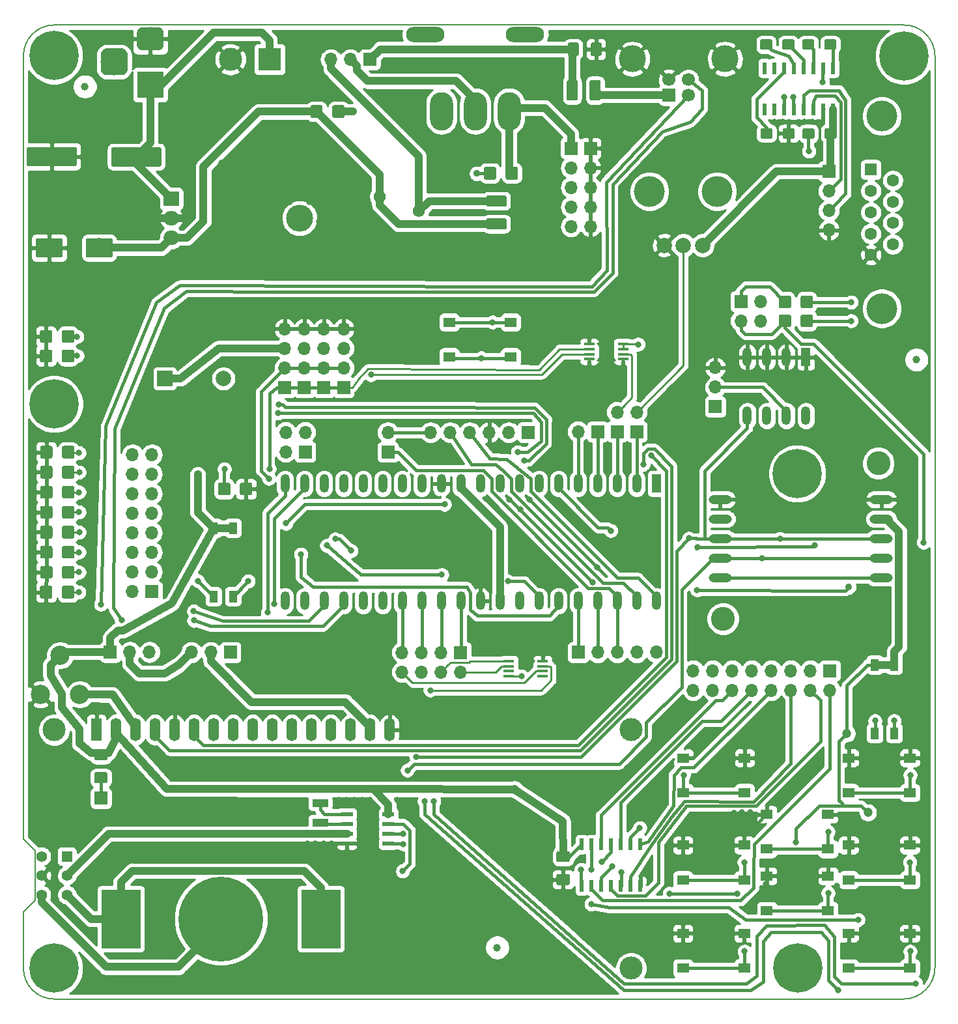
<source format=gbr>
%TF.GenerationSoftware,KiCad,Pcbnew,(5.1.0)-1*%
%TF.CreationDate,2019-04-14T15:35:55+02:00*%
%TF.ProjectId,PIC18F4550 dev board,50494331-3846-4343-9535-302064657620,rev?*%
%TF.SameCoordinates,Original*%
%TF.FileFunction,Copper,L1,Top*%
%TF.FilePolarity,Positive*%
%FSLAX46Y46*%
G04 Gerber Fmt 4.6, Leading zero omitted, Abs format (unit mm)*
G04 Created by KiCad (PCBNEW (5.1.0)-1) date 2019-04-14 15:35:55*
%MOMM*%
%LPD*%
G04 APERTURE LIST*
%ADD10C,0.150000*%
%ADD11C,1.000000*%
%ADD12C,3.000000*%
%ADD13O,1.400000X3.000000*%
%ADD14R,1.400000X3.000000*%
%ADD15O,1.200000X2.400000*%
%ADD16R,1.200000X2.400000*%
%ADD17C,3.100000*%
%ADD18O,3.000000X1.200000*%
%ADD19C,4.000000*%
%ADD20C,1.600000*%
%ADD21R,1.600000X1.600000*%
%ADD22C,0.100000*%
%ADD23C,1.425000*%
%ADD24C,3.500000*%
%ADD25R,3.500000X3.500000*%
%ADD26R,3.000000X3.000000*%
%ADD27C,1.700000*%
%ADD28R,1.700000X1.700000*%
%ADD29O,1.700000X1.700000*%
%ADD30C,0.800000*%
%ADD31C,6.400000*%
%ADD32R,1.450000X0.450000*%
%ADD33R,1.550000X1.300000*%
%ADD34C,2.000000*%
%ADD35R,2.000000X2.000000*%
%ADD36C,2.500000*%
%ADD37R,0.600000X1.500000*%
%ADD38O,2.000000X1.905000*%
%ADD39R,2.000000X1.905000*%
%ADD40O,3.500000X3.500000*%
%ADD41O,5.000000X2.000000*%
%ADD42O,3.000000X5.000000*%
%ADD43C,1.350000*%
%ADD44C,1.560000*%
%ADD45R,1.100000X1.500000*%
%ADD46C,11.000000*%
%ADD47R,5.080000X7.620000*%
%ADD48R,1.400000X1.400000*%
%ADD49C,1.400000*%
%ADD50R,1.550000X0.600000*%
%ADD51R,2.100000X1.000000*%
%ADD52C,1.200000*%
%ADD53C,0.900000*%
%ADD54C,1.000000*%
%ADD55C,0.400000*%
%ADD56C,0.250000*%
%ADD57C,0.254000*%
G04 APERTURE END LIST*
D10*
X21500000Y-177200000D02*
X20000000Y-178700000D01*
X20000000Y-169200000D02*
X21500000Y-170700000D01*
X21500000Y-177200000D02*
X21500000Y-170700000D01*
X134400000Y-190000000D02*
X24099969Y-189998751D01*
X138500000Y-67400000D02*
X138500000Y-185900000D01*
X134500000Y-63400000D02*
X24000000Y-63400000D01*
X138500000Y-185900000D02*
G75*
G02X134400000Y-190000000I-4100000J0D01*
G01*
X134500000Y-63400000D02*
G75*
G02X138500000Y-67400000I0J-4000000D01*
G01*
X20000000Y-178700000D02*
X20000000Y-186000000D01*
X20000000Y-67400000D02*
X20000000Y-169200000D01*
X20000000Y-67400000D02*
G75*
G02X24000000Y-63400000I4000000J0D01*
G01*
X24099969Y-189998751D02*
G75*
G02X20000000Y-186000000I-99969J3998751D01*
G01*
D11*
X81600000Y-183300000D03*
X28000000Y-71400000D03*
X136100000Y-106900000D03*
D12*
X99000000Y-155000000D03*
X98999480Y-186000700D03*
X24000900Y-155000000D03*
D13*
X67600000Y-155000000D03*
X65060000Y-155000000D03*
X62520000Y-155000000D03*
X59980000Y-155000000D03*
X57440000Y-155000000D03*
X54900000Y-155000000D03*
X52360000Y-155000000D03*
X49820000Y-155000000D03*
X47280000Y-155000000D03*
X44740000Y-155000000D03*
X42200000Y-155000000D03*
X39660000Y-155000000D03*
X37120000Y-155000000D03*
X34580000Y-155000000D03*
X32040000Y-155000000D03*
D14*
X29500000Y-155000000D03*
D15*
X102274000Y-138232000D03*
X54014000Y-122992000D03*
X99734000Y-138232000D03*
X56554000Y-122992000D03*
X97194000Y-138232000D03*
X59094000Y-122992000D03*
X94654000Y-138232000D03*
X61634000Y-122992000D03*
X92114000Y-138232000D03*
X64174000Y-122992000D03*
X89574000Y-138232000D03*
X66714000Y-122992000D03*
X87034000Y-138232000D03*
X69254000Y-122992000D03*
X84494000Y-138232000D03*
X71794000Y-122992000D03*
X81954000Y-138232000D03*
X74334000Y-122992000D03*
X79414000Y-138232000D03*
X76874000Y-122992000D03*
X76874000Y-138232000D03*
X79414000Y-122992000D03*
X74334000Y-138232000D03*
X81954000Y-122992000D03*
X71794000Y-138232000D03*
X84494000Y-122992000D03*
X69254000Y-138232000D03*
X87034000Y-122992000D03*
X66714000Y-138232000D03*
X89574000Y-122992000D03*
X64174000Y-138232000D03*
X92114000Y-122992000D03*
X61634000Y-138232000D03*
X94654000Y-122992000D03*
X59094000Y-138232000D03*
X97194000Y-122992000D03*
X56554000Y-138232000D03*
X99734000Y-122992000D03*
X54014000Y-138232000D03*
D16*
X102274000Y-122992000D03*
D15*
X121733000Y-114179000D03*
X114113000Y-106559000D03*
X119193000Y-114179000D03*
X116653000Y-106559000D03*
X116653000Y-114179000D03*
X119193000Y-106559000D03*
X114113000Y-114179000D03*
D16*
X121733000Y-106559000D03*
D17*
X110951000Y-140564000D03*
X131144000Y-120371000D03*
D18*
X131525000Y-135230000D03*
X131525000Y-132690000D03*
X131525000Y-130150000D03*
X131525000Y-127610000D03*
X131525000Y-125070000D03*
X110570000Y-135230000D03*
X110570000Y-132690000D03*
X110570000Y-130150000D03*
X110570000Y-127610000D03*
X110570000Y-125070000D03*
D19*
X131596000Y-75240000D03*
X131596000Y-100240000D03*
D20*
X133016000Y-91895000D03*
X133016000Y-89125000D03*
X133016000Y-86355000D03*
X133016000Y-83585000D03*
X130176000Y-93280000D03*
X130176000Y-90510000D03*
X130176000Y-87740000D03*
X130176000Y-84970000D03*
D21*
X130176000Y-82200000D03*
D22*
G36*
X94811504Y-70558204D02*
G01*
X94835773Y-70561804D01*
X94859571Y-70567765D01*
X94882671Y-70576030D01*
X94904849Y-70586520D01*
X94925893Y-70599133D01*
X94945598Y-70613747D01*
X94963777Y-70630223D01*
X94980253Y-70648402D01*
X94994867Y-70668107D01*
X95007480Y-70689151D01*
X95017970Y-70711329D01*
X95026235Y-70734429D01*
X95032196Y-70758227D01*
X95035796Y-70782496D01*
X95037000Y-70807000D01*
X95037000Y-72957000D01*
X95035796Y-72981504D01*
X95032196Y-73005773D01*
X95026235Y-73029571D01*
X95017970Y-73052671D01*
X95007480Y-73074849D01*
X94994867Y-73095893D01*
X94980253Y-73115598D01*
X94963777Y-73133777D01*
X94945598Y-73150253D01*
X94925893Y-73164867D01*
X94904849Y-73177480D01*
X94882671Y-73187970D01*
X94859571Y-73196235D01*
X94835773Y-73202196D01*
X94811504Y-73205796D01*
X94787000Y-73207000D01*
X93862000Y-73207000D01*
X93837496Y-73205796D01*
X93813227Y-73202196D01*
X93789429Y-73196235D01*
X93766329Y-73187970D01*
X93744151Y-73177480D01*
X93723107Y-73164867D01*
X93703402Y-73150253D01*
X93685223Y-73133777D01*
X93668747Y-73115598D01*
X93654133Y-73095893D01*
X93641520Y-73074849D01*
X93631030Y-73052671D01*
X93622765Y-73029571D01*
X93616804Y-73005773D01*
X93613204Y-72981504D01*
X93612000Y-72957000D01*
X93612000Y-70807000D01*
X93613204Y-70782496D01*
X93616804Y-70758227D01*
X93622765Y-70734429D01*
X93631030Y-70711329D01*
X93641520Y-70689151D01*
X93654133Y-70668107D01*
X93668747Y-70648402D01*
X93685223Y-70630223D01*
X93703402Y-70613747D01*
X93723107Y-70599133D01*
X93744151Y-70586520D01*
X93766329Y-70576030D01*
X93789429Y-70567765D01*
X93813227Y-70561804D01*
X93837496Y-70558204D01*
X93862000Y-70557000D01*
X94787000Y-70557000D01*
X94811504Y-70558204D01*
X94811504Y-70558204D01*
G37*
D23*
X94324500Y-71882000D03*
D22*
G36*
X91836504Y-70558204D02*
G01*
X91860773Y-70561804D01*
X91884571Y-70567765D01*
X91907671Y-70576030D01*
X91929849Y-70586520D01*
X91950893Y-70599133D01*
X91970598Y-70613747D01*
X91988777Y-70630223D01*
X92005253Y-70648402D01*
X92019867Y-70668107D01*
X92032480Y-70689151D01*
X92042970Y-70711329D01*
X92051235Y-70734429D01*
X92057196Y-70758227D01*
X92060796Y-70782496D01*
X92062000Y-70807000D01*
X92062000Y-72957000D01*
X92060796Y-72981504D01*
X92057196Y-73005773D01*
X92051235Y-73029571D01*
X92042970Y-73052671D01*
X92032480Y-73074849D01*
X92019867Y-73095893D01*
X92005253Y-73115598D01*
X91988777Y-73133777D01*
X91970598Y-73150253D01*
X91950893Y-73164867D01*
X91929849Y-73177480D01*
X91907671Y-73187970D01*
X91884571Y-73196235D01*
X91860773Y-73202196D01*
X91836504Y-73205796D01*
X91812000Y-73207000D01*
X90887000Y-73207000D01*
X90862496Y-73205796D01*
X90838227Y-73202196D01*
X90814429Y-73196235D01*
X90791329Y-73187970D01*
X90769151Y-73177480D01*
X90748107Y-73164867D01*
X90728402Y-73150253D01*
X90710223Y-73133777D01*
X90693747Y-73115598D01*
X90679133Y-73095893D01*
X90666520Y-73074849D01*
X90656030Y-73052671D01*
X90647765Y-73029571D01*
X90641804Y-73005773D01*
X90638204Y-72981504D01*
X90637000Y-72957000D01*
X90637000Y-70807000D01*
X90638204Y-70782496D01*
X90641804Y-70758227D01*
X90647765Y-70734429D01*
X90656030Y-70711329D01*
X90666520Y-70689151D01*
X90679133Y-70668107D01*
X90693747Y-70648402D01*
X90710223Y-70630223D01*
X90728402Y-70613747D01*
X90748107Y-70599133D01*
X90769151Y-70586520D01*
X90791329Y-70576030D01*
X90814429Y-70567765D01*
X90838227Y-70561804D01*
X90862496Y-70558204D01*
X90887000Y-70557000D01*
X91812000Y-70557000D01*
X91836504Y-70558204D01*
X91836504Y-70558204D01*
G37*
D23*
X91349500Y-71882000D03*
D22*
G36*
X32760765Y-66422213D02*
G01*
X32845704Y-66434813D01*
X32928999Y-66455677D01*
X33009848Y-66484605D01*
X33087472Y-66521319D01*
X33161124Y-66565464D01*
X33230094Y-66616616D01*
X33293718Y-66674282D01*
X33351384Y-66737906D01*
X33402536Y-66806876D01*
X33446681Y-66880528D01*
X33483395Y-66958152D01*
X33512323Y-67039001D01*
X33533187Y-67122296D01*
X33545787Y-67207235D01*
X33550000Y-67293000D01*
X33550000Y-69043000D01*
X33545787Y-69128765D01*
X33533187Y-69213704D01*
X33512323Y-69296999D01*
X33483395Y-69377848D01*
X33446681Y-69455472D01*
X33402536Y-69529124D01*
X33351384Y-69598094D01*
X33293718Y-69661718D01*
X33230094Y-69719384D01*
X33161124Y-69770536D01*
X33087472Y-69814681D01*
X33009848Y-69851395D01*
X32928999Y-69880323D01*
X32845704Y-69901187D01*
X32760765Y-69913787D01*
X32675000Y-69918000D01*
X30925000Y-69918000D01*
X30839235Y-69913787D01*
X30754296Y-69901187D01*
X30671001Y-69880323D01*
X30590152Y-69851395D01*
X30512528Y-69814681D01*
X30438876Y-69770536D01*
X30369906Y-69719384D01*
X30306282Y-69661718D01*
X30248616Y-69598094D01*
X30197464Y-69529124D01*
X30153319Y-69455472D01*
X30116605Y-69377848D01*
X30087677Y-69296999D01*
X30066813Y-69213704D01*
X30054213Y-69128765D01*
X30050000Y-69043000D01*
X30050000Y-67293000D01*
X30054213Y-67207235D01*
X30066813Y-67122296D01*
X30087677Y-67039001D01*
X30116605Y-66958152D01*
X30153319Y-66880528D01*
X30197464Y-66806876D01*
X30248616Y-66737906D01*
X30306282Y-66674282D01*
X30369906Y-66616616D01*
X30438876Y-66565464D01*
X30512528Y-66521319D01*
X30590152Y-66484605D01*
X30671001Y-66455677D01*
X30754296Y-66434813D01*
X30839235Y-66422213D01*
X30925000Y-66418000D01*
X32675000Y-66418000D01*
X32760765Y-66422213D01*
X32760765Y-66422213D01*
G37*
D24*
X31800000Y-68168000D03*
D22*
G36*
X37573513Y-63671611D02*
G01*
X37646318Y-63682411D01*
X37717714Y-63700295D01*
X37787013Y-63725090D01*
X37853548Y-63756559D01*
X37916678Y-63794398D01*
X37975795Y-63838242D01*
X38030330Y-63887670D01*
X38079758Y-63942205D01*
X38123602Y-64001322D01*
X38161441Y-64064452D01*
X38192910Y-64130987D01*
X38217705Y-64200286D01*
X38235589Y-64271682D01*
X38246389Y-64344487D01*
X38250000Y-64418000D01*
X38250000Y-65918000D01*
X38246389Y-65991513D01*
X38235589Y-66064318D01*
X38217705Y-66135714D01*
X38192910Y-66205013D01*
X38161441Y-66271548D01*
X38123602Y-66334678D01*
X38079758Y-66393795D01*
X38030330Y-66448330D01*
X37975795Y-66497758D01*
X37916678Y-66541602D01*
X37853548Y-66579441D01*
X37787013Y-66610910D01*
X37717714Y-66635705D01*
X37646318Y-66653589D01*
X37573513Y-66664389D01*
X37500000Y-66668000D01*
X35500000Y-66668000D01*
X35426487Y-66664389D01*
X35353682Y-66653589D01*
X35282286Y-66635705D01*
X35212987Y-66610910D01*
X35146452Y-66579441D01*
X35083322Y-66541602D01*
X35024205Y-66497758D01*
X34969670Y-66448330D01*
X34920242Y-66393795D01*
X34876398Y-66334678D01*
X34838559Y-66271548D01*
X34807090Y-66205013D01*
X34782295Y-66135714D01*
X34764411Y-66064318D01*
X34753611Y-65991513D01*
X34750000Y-65918000D01*
X34750000Y-64418000D01*
X34753611Y-64344487D01*
X34764411Y-64271682D01*
X34782295Y-64200286D01*
X34807090Y-64130987D01*
X34838559Y-64064452D01*
X34876398Y-64001322D01*
X34920242Y-63942205D01*
X34969670Y-63887670D01*
X35024205Y-63838242D01*
X35083322Y-63794398D01*
X35146452Y-63756559D01*
X35212987Y-63725090D01*
X35282286Y-63700295D01*
X35353682Y-63682411D01*
X35426487Y-63671611D01*
X35500000Y-63668000D01*
X37500000Y-63668000D01*
X37573513Y-63671611D01*
X37573513Y-63671611D01*
G37*
D12*
X36500000Y-65168000D03*
D25*
X36500000Y-71168000D03*
D12*
X46920000Y-67868000D03*
D26*
X52000000Y-67868000D03*
D24*
X111212000Y-67804000D03*
X99172000Y-67804000D03*
D27*
X103942000Y-70514000D03*
X106442000Y-70514000D03*
X106442000Y-72514000D03*
D28*
X103942000Y-72514000D03*
D29*
X36380000Y-144900000D03*
X33840000Y-144900000D03*
D28*
X31300000Y-144900000D03*
D30*
X122297056Y-120002944D03*
X120600000Y-119300000D03*
X118902944Y-120002944D03*
X118200000Y-121700000D03*
X118902944Y-123397056D03*
X120600000Y-124100000D03*
X122297056Y-123397056D03*
X123000000Y-121700000D03*
D31*
X120600000Y-121700000D03*
D30*
X25700056Y-110951944D03*
X24003000Y-110249000D03*
X22305944Y-110951944D03*
X21603000Y-112649000D03*
X22305944Y-114346056D03*
X24003000Y-115049000D03*
X25700056Y-114346056D03*
X26403000Y-112649000D03*
D31*
X24003000Y-112649000D03*
D22*
G36*
X90819504Y-173750204D02*
G01*
X90843773Y-173753804D01*
X90867571Y-173759765D01*
X90890671Y-173768030D01*
X90912849Y-173778520D01*
X90933893Y-173791133D01*
X90953598Y-173805747D01*
X90971777Y-173822223D01*
X90988253Y-173840402D01*
X91002867Y-173860107D01*
X91015480Y-173881151D01*
X91025970Y-173903329D01*
X91034235Y-173926429D01*
X91040196Y-173950227D01*
X91043796Y-173974496D01*
X91045000Y-173999000D01*
X91045000Y-174924000D01*
X91043796Y-174948504D01*
X91040196Y-174972773D01*
X91034235Y-174996571D01*
X91025970Y-175019671D01*
X91015480Y-175041849D01*
X91002867Y-175062893D01*
X90988253Y-175082598D01*
X90971777Y-175100777D01*
X90953598Y-175117253D01*
X90933893Y-175131867D01*
X90912849Y-175144480D01*
X90890671Y-175154970D01*
X90867571Y-175163235D01*
X90843773Y-175169196D01*
X90819504Y-175172796D01*
X90795000Y-175174000D01*
X89545000Y-175174000D01*
X89520496Y-175172796D01*
X89496227Y-175169196D01*
X89472429Y-175163235D01*
X89449329Y-175154970D01*
X89427151Y-175144480D01*
X89406107Y-175131867D01*
X89386402Y-175117253D01*
X89368223Y-175100777D01*
X89351747Y-175082598D01*
X89337133Y-175062893D01*
X89324520Y-175041849D01*
X89314030Y-175019671D01*
X89305765Y-174996571D01*
X89299804Y-174972773D01*
X89296204Y-174948504D01*
X89295000Y-174924000D01*
X89295000Y-173999000D01*
X89296204Y-173974496D01*
X89299804Y-173950227D01*
X89305765Y-173926429D01*
X89314030Y-173903329D01*
X89324520Y-173881151D01*
X89337133Y-173860107D01*
X89351747Y-173840402D01*
X89368223Y-173822223D01*
X89386402Y-173805747D01*
X89406107Y-173791133D01*
X89427151Y-173778520D01*
X89449329Y-173768030D01*
X89472429Y-173759765D01*
X89496227Y-173753804D01*
X89520496Y-173750204D01*
X89545000Y-173749000D01*
X90795000Y-173749000D01*
X90819504Y-173750204D01*
X90819504Y-173750204D01*
G37*
D23*
X90170000Y-174461500D03*
D22*
G36*
X90819504Y-170775204D02*
G01*
X90843773Y-170778804D01*
X90867571Y-170784765D01*
X90890671Y-170793030D01*
X90912849Y-170803520D01*
X90933893Y-170816133D01*
X90953598Y-170830747D01*
X90971777Y-170847223D01*
X90988253Y-170865402D01*
X91002867Y-170885107D01*
X91015480Y-170906151D01*
X91025970Y-170928329D01*
X91034235Y-170951429D01*
X91040196Y-170975227D01*
X91043796Y-170999496D01*
X91045000Y-171024000D01*
X91045000Y-171949000D01*
X91043796Y-171973504D01*
X91040196Y-171997773D01*
X91034235Y-172021571D01*
X91025970Y-172044671D01*
X91015480Y-172066849D01*
X91002867Y-172087893D01*
X90988253Y-172107598D01*
X90971777Y-172125777D01*
X90953598Y-172142253D01*
X90933893Y-172156867D01*
X90912849Y-172169480D01*
X90890671Y-172179970D01*
X90867571Y-172188235D01*
X90843773Y-172194196D01*
X90819504Y-172197796D01*
X90795000Y-172199000D01*
X89545000Y-172199000D01*
X89520496Y-172197796D01*
X89496227Y-172194196D01*
X89472429Y-172188235D01*
X89449329Y-172179970D01*
X89427151Y-172169480D01*
X89406107Y-172156867D01*
X89386402Y-172142253D01*
X89368223Y-172125777D01*
X89351747Y-172107598D01*
X89337133Y-172087893D01*
X89324520Y-172066849D01*
X89314030Y-172044671D01*
X89305765Y-172021571D01*
X89299804Y-171997773D01*
X89296204Y-171973504D01*
X89295000Y-171949000D01*
X89295000Y-171024000D01*
X89296204Y-170999496D01*
X89299804Y-170975227D01*
X89305765Y-170951429D01*
X89314030Y-170928329D01*
X89324520Y-170906151D01*
X89337133Y-170885107D01*
X89351747Y-170865402D01*
X89368223Y-170847223D01*
X89386402Y-170830747D01*
X89406107Y-170816133D01*
X89427151Y-170803520D01*
X89449329Y-170793030D01*
X89472429Y-170784765D01*
X89496227Y-170778804D01*
X89520496Y-170775204D01*
X89545000Y-170774000D01*
X90795000Y-170774000D01*
X90819504Y-170775204D01*
X90819504Y-170775204D01*
G37*
D23*
X90170000Y-171486500D03*
D30*
X136164656Y-69108656D03*
X136867600Y-67411600D03*
X136164656Y-65714544D03*
X134467600Y-65011600D03*
X132770544Y-65714544D03*
X132067600Y-67411600D03*
X132770544Y-69108656D03*
X134467600Y-69811600D03*
D31*
X134467600Y-67411600D03*
D32*
X97951000Y-104880000D03*
X97951000Y-105530000D03*
X97951000Y-106180000D03*
X97951000Y-106830000D03*
X93551000Y-106830000D03*
X93551000Y-106180000D03*
X93551000Y-105530000D03*
X93551000Y-104880000D03*
D29*
X102293000Y-144934000D03*
X99753000Y-144934000D03*
X97213000Y-144934000D03*
X94673000Y-144934000D03*
D28*
X92133000Y-144934000D03*
D33*
X113758800Y-163159000D03*
X113758800Y-158659000D03*
X105798800Y-158659000D03*
X105798800Y-163159000D03*
X135247200Y-163159000D03*
X135247200Y-158659000D03*
X127287200Y-158659000D03*
X127287200Y-163159000D03*
D29*
X93726000Y-89574000D03*
X93726000Y-87034000D03*
X93726000Y-84494000D03*
X93726000Y-81954000D03*
D28*
X93726000Y-79414000D03*
D29*
X91193000Y-89574000D03*
X91193000Y-87034000D03*
X91193000Y-84494000D03*
X91193000Y-81954000D03*
D28*
X91193000Y-79414000D03*
D29*
X107061000Y-149860000D03*
X107061000Y-147320000D03*
X109601000Y-149860000D03*
X109601000Y-147320000D03*
X112141000Y-149860000D03*
X112141000Y-147320000D03*
X114681000Y-149860000D03*
X114681000Y-147320000D03*
X117221000Y-149860000D03*
X117221000Y-147320000D03*
X119761000Y-149860000D03*
X119761000Y-147320000D03*
X122301000Y-149860000D03*
X122301000Y-147320000D03*
X124841000Y-149860000D03*
D28*
X124841000Y-147320000D03*
D33*
X135239000Y-185971000D03*
X135239000Y-181471000D03*
X127279000Y-181471000D03*
X127279000Y-185971000D03*
X113715000Y-185971000D03*
X113715000Y-181471000D03*
X105755000Y-181471000D03*
X105755000Y-185971000D03*
X135239000Y-174503000D03*
X135239000Y-170003000D03*
X127279000Y-170003000D03*
X127279000Y-174503000D03*
X124604000Y-178503000D03*
X124604000Y-174003000D03*
X116644000Y-174003000D03*
X116644000Y-178503000D03*
X113715000Y-174503000D03*
X113715000Y-170003000D03*
X105755000Y-170003000D03*
X105755000Y-174503000D03*
X124604000Y-170503000D03*
X124604000Y-166003000D03*
X116644000Y-166003000D03*
X116644000Y-170503000D03*
D34*
X45998000Y-109347000D03*
D35*
X38398000Y-109347000D03*
D29*
X72927000Y-116350000D03*
X75467000Y-116350000D03*
X78007000Y-116350000D03*
X80547000Y-116350000D03*
X83087000Y-116350000D03*
D28*
X85627000Y-116350000D03*
D29*
X67400000Y-116360000D03*
D28*
X67400000Y-118900000D03*
D29*
X34158000Y-119238000D03*
X36698000Y-119238000D03*
X34158000Y-121778000D03*
X36698000Y-121778000D03*
X34158000Y-124318000D03*
X36698000Y-124318000D03*
X34158000Y-126858000D03*
X36698000Y-126858000D03*
X34158000Y-129398000D03*
X36698000Y-129398000D03*
X34158000Y-131938000D03*
X36698000Y-131938000D03*
X34158000Y-134478000D03*
X36698000Y-134478000D03*
X34158000Y-137018000D03*
D28*
X36698000Y-137018000D03*
D29*
X97182000Y-113711000D03*
D28*
X97182000Y-116251000D03*
D29*
X124714000Y-90043000D03*
X124714000Y-87503000D03*
X124714000Y-84963000D03*
D28*
X124714000Y-82423000D03*
D29*
X115824000Y-101849000D03*
X113284000Y-101849000D03*
X115824000Y-99309000D03*
D28*
X113284000Y-99309000D03*
D29*
X99722000Y-113711000D03*
D28*
X99722000Y-116251000D03*
D29*
X69215000Y-147483000D03*
X69215000Y-144943000D03*
X71755000Y-147483000D03*
X71755000Y-144943000D03*
X74295000Y-147483000D03*
X74295000Y-144943000D03*
X76835000Y-147483000D03*
D28*
X76835000Y-144943000D03*
D29*
X54102000Y-116332000D03*
X56642000Y-116332000D03*
X54102000Y-118872000D03*
D28*
X56642000Y-118872000D03*
D29*
X61625400Y-102889800D03*
X61625400Y-105429800D03*
X61625400Y-107969800D03*
D28*
X61625400Y-110509800D03*
D29*
X59075400Y-102889800D03*
X59075400Y-105429800D03*
X59075400Y-107969800D03*
D28*
X59075400Y-110509800D03*
D29*
X56535400Y-102889800D03*
X56535400Y-105429800D03*
X56535400Y-107969800D03*
D28*
X56535400Y-110509800D03*
D29*
X53995400Y-102889800D03*
X53995400Y-105429800D03*
X53995400Y-107969800D03*
D28*
X53995400Y-110509800D03*
D22*
G36*
X26374504Y-136294204D02*
G01*
X26398773Y-136297804D01*
X26422571Y-136303765D01*
X26445671Y-136312030D01*
X26467849Y-136322520D01*
X26488893Y-136335133D01*
X26508598Y-136349747D01*
X26526777Y-136366223D01*
X26543253Y-136384402D01*
X26557867Y-136404107D01*
X26570480Y-136425151D01*
X26580970Y-136447329D01*
X26589235Y-136470429D01*
X26595196Y-136494227D01*
X26598796Y-136518496D01*
X26600000Y-136543000D01*
X26600000Y-137693000D01*
X26598796Y-137717504D01*
X26595196Y-137741773D01*
X26589235Y-137765571D01*
X26580970Y-137788671D01*
X26570480Y-137810849D01*
X26557867Y-137831893D01*
X26543253Y-137851598D01*
X26526777Y-137869777D01*
X26508598Y-137886253D01*
X26488893Y-137900867D01*
X26467849Y-137913480D01*
X26445671Y-137923970D01*
X26422571Y-137932235D01*
X26398773Y-137938196D01*
X26374504Y-137941796D01*
X26350000Y-137943000D01*
X25250000Y-137943000D01*
X25225496Y-137941796D01*
X25201227Y-137938196D01*
X25177429Y-137932235D01*
X25154329Y-137923970D01*
X25132151Y-137913480D01*
X25111107Y-137900867D01*
X25091402Y-137886253D01*
X25073223Y-137869777D01*
X25056747Y-137851598D01*
X25042133Y-137831893D01*
X25029520Y-137810849D01*
X25019030Y-137788671D01*
X25010765Y-137765571D01*
X25004804Y-137741773D01*
X25001204Y-137717504D01*
X25000000Y-137693000D01*
X25000000Y-136543000D01*
X25001204Y-136518496D01*
X25004804Y-136494227D01*
X25010765Y-136470429D01*
X25019030Y-136447329D01*
X25029520Y-136425151D01*
X25042133Y-136404107D01*
X25056747Y-136384402D01*
X25073223Y-136366223D01*
X25091402Y-136349747D01*
X25111107Y-136335133D01*
X25132151Y-136322520D01*
X25154329Y-136312030D01*
X25177429Y-136303765D01*
X25201227Y-136297804D01*
X25225496Y-136294204D01*
X25250000Y-136293000D01*
X26350000Y-136293000D01*
X26374504Y-136294204D01*
X26374504Y-136294204D01*
G37*
D20*
X25800000Y-137118000D03*
D22*
G36*
X23524504Y-136294204D02*
G01*
X23548773Y-136297804D01*
X23572571Y-136303765D01*
X23595671Y-136312030D01*
X23617849Y-136322520D01*
X23638893Y-136335133D01*
X23658598Y-136349747D01*
X23676777Y-136366223D01*
X23693253Y-136384402D01*
X23707867Y-136404107D01*
X23720480Y-136425151D01*
X23730970Y-136447329D01*
X23739235Y-136470429D01*
X23745196Y-136494227D01*
X23748796Y-136518496D01*
X23750000Y-136543000D01*
X23750000Y-137693000D01*
X23748796Y-137717504D01*
X23745196Y-137741773D01*
X23739235Y-137765571D01*
X23730970Y-137788671D01*
X23720480Y-137810849D01*
X23707867Y-137831893D01*
X23693253Y-137851598D01*
X23676777Y-137869777D01*
X23658598Y-137886253D01*
X23638893Y-137900867D01*
X23617849Y-137913480D01*
X23595671Y-137923970D01*
X23572571Y-137932235D01*
X23548773Y-137938196D01*
X23524504Y-137941796D01*
X23500000Y-137943000D01*
X22400000Y-137943000D01*
X22375496Y-137941796D01*
X22351227Y-137938196D01*
X22327429Y-137932235D01*
X22304329Y-137923970D01*
X22282151Y-137913480D01*
X22261107Y-137900867D01*
X22241402Y-137886253D01*
X22223223Y-137869777D01*
X22206747Y-137851598D01*
X22192133Y-137831893D01*
X22179520Y-137810849D01*
X22169030Y-137788671D01*
X22160765Y-137765571D01*
X22154804Y-137741773D01*
X22151204Y-137717504D01*
X22150000Y-137693000D01*
X22150000Y-136543000D01*
X22151204Y-136518496D01*
X22154804Y-136494227D01*
X22160765Y-136470429D01*
X22169030Y-136447329D01*
X22179520Y-136425151D01*
X22192133Y-136404107D01*
X22206747Y-136384402D01*
X22223223Y-136366223D01*
X22241402Y-136349747D01*
X22261107Y-136335133D01*
X22282151Y-136322520D01*
X22304329Y-136312030D01*
X22327429Y-136303765D01*
X22351227Y-136297804D01*
X22375496Y-136294204D01*
X22400000Y-136293000D01*
X23500000Y-136293000D01*
X23524504Y-136294204D01*
X23524504Y-136294204D01*
G37*
D20*
X22950000Y-137118000D03*
D22*
G36*
X26399504Y-133694204D02*
G01*
X26423773Y-133697804D01*
X26447571Y-133703765D01*
X26470671Y-133712030D01*
X26492849Y-133722520D01*
X26513893Y-133735133D01*
X26533598Y-133749747D01*
X26551777Y-133766223D01*
X26568253Y-133784402D01*
X26582867Y-133804107D01*
X26595480Y-133825151D01*
X26605970Y-133847329D01*
X26614235Y-133870429D01*
X26620196Y-133894227D01*
X26623796Y-133918496D01*
X26625000Y-133943000D01*
X26625000Y-135093000D01*
X26623796Y-135117504D01*
X26620196Y-135141773D01*
X26614235Y-135165571D01*
X26605970Y-135188671D01*
X26595480Y-135210849D01*
X26582867Y-135231893D01*
X26568253Y-135251598D01*
X26551777Y-135269777D01*
X26533598Y-135286253D01*
X26513893Y-135300867D01*
X26492849Y-135313480D01*
X26470671Y-135323970D01*
X26447571Y-135332235D01*
X26423773Y-135338196D01*
X26399504Y-135341796D01*
X26375000Y-135343000D01*
X25275000Y-135343000D01*
X25250496Y-135341796D01*
X25226227Y-135338196D01*
X25202429Y-135332235D01*
X25179329Y-135323970D01*
X25157151Y-135313480D01*
X25136107Y-135300867D01*
X25116402Y-135286253D01*
X25098223Y-135269777D01*
X25081747Y-135251598D01*
X25067133Y-135231893D01*
X25054520Y-135210849D01*
X25044030Y-135188671D01*
X25035765Y-135165571D01*
X25029804Y-135141773D01*
X25026204Y-135117504D01*
X25025000Y-135093000D01*
X25025000Y-133943000D01*
X25026204Y-133918496D01*
X25029804Y-133894227D01*
X25035765Y-133870429D01*
X25044030Y-133847329D01*
X25054520Y-133825151D01*
X25067133Y-133804107D01*
X25081747Y-133784402D01*
X25098223Y-133766223D01*
X25116402Y-133749747D01*
X25136107Y-133735133D01*
X25157151Y-133722520D01*
X25179329Y-133712030D01*
X25202429Y-133703765D01*
X25226227Y-133697804D01*
X25250496Y-133694204D01*
X25275000Y-133693000D01*
X26375000Y-133693000D01*
X26399504Y-133694204D01*
X26399504Y-133694204D01*
G37*
D20*
X25825000Y-134518000D03*
D22*
G36*
X23549504Y-133694204D02*
G01*
X23573773Y-133697804D01*
X23597571Y-133703765D01*
X23620671Y-133712030D01*
X23642849Y-133722520D01*
X23663893Y-133735133D01*
X23683598Y-133749747D01*
X23701777Y-133766223D01*
X23718253Y-133784402D01*
X23732867Y-133804107D01*
X23745480Y-133825151D01*
X23755970Y-133847329D01*
X23764235Y-133870429D01*
X23770196Y-133894227D01*
X23773796Y-133918496D01*
X23775000Y-133943000D01*
X23775000Y-135093000D01*
X23773796Y-135117504D01*
X23770196Y-135141773D01*
X23764235Y-135165571D01*
X23755970Y-135188671D01*
X23745480Y-135210849D01*
X23732867Y-135231893D01*
X23718253Y-135251598D01*
X23701777Y-135269777D01*
X23683598Y-135286253D01*
X23663893Y-135300867D01*
X23642849Y-135313480D01*
X23620671Y-135323970D01*
X23597571Y-135332235D01*
X23573773Y-135338196D01*
X23549504Y-135341796D01*
X23525000Y-135343000D01*
X22425000Y-135343000D01*
X22400496Y-135341796D01*
X22376227Y-135338196D01*
X22352429Y-135332235D01*
X22329329Y-135323970D01*
X22307151Y-135313480D01*
X22286107Y-135300867D01*
X22266402Y-135286253D01*
X22248223Y-135269777D01*
X22231747Y-135251598D01*
X22217133Y-135231893D01*
X22204520Y-135210849D01*
X22194030Y-135188671D01*
X22185765Y-135165571D01*
X22179804Y-135141773D01*
X22176204Y-135117504D01*
X22175000Y-135093000D01*
X22175000Y-133943000D01*
X22176204Y-133918496D01*
X22179804Y-133894227D01*
X22185765Y-133870429D01*
X22194030Y-133847329D01*
X22204520Y-133825151D01*
X22217133Y-133804107D01*
X22231747Y-133784402D01*
X22248223Y-133766223D01*
X22266402Y-133749747D01*
X22286107Y-133735133D01*
X22307151Y-133722520D01*
X22329329Y-133712030D01*
X22352429Y-133703765D01*
X22376227Y-133697804D01*
X22400496Y-133694204D01*
X22425000Y-133693000D01*
X23525000Y-133693000D01*
X23549504Y-133694204D01*
X23549504Y-133694204D01*
G37*
D20*
X22975000Y-134518000D03*
D22*
G36*
X26399504Y-131094204D02*
G01*
X26423773Y-131097804D01*
X26447571Y-131103765D01*
X26470671Y-131112030D01*
X26492849Y-131122520D01*
X26513893Y-131135133D01*
X26533598Y-131149747D01*
X26551777Y-131166223D01*
X26568253Y-131184402D01*
X26582867Y-131204107D01*
X26595480Y-131225151D01*
X26605970Y-131247329D01*
X26614235Y-131270429D01*
X26620196Y-131294227D01*
X26623796Y-131318496D01*
X26625000Y-131343000D01*
X26625000Y-132493000D01*
X26623796Y-132517504D01*
X26620196Y-132541773D01*
X26614235Y-132565571D01*
X26605970Y-132588671D01*
X26595480Y-132610849D01*
X26582867Y-132631893D01*
X26568253Y-132651598D01*
X26551777Y-132669777D01*
X26533598Y-132686253D01*
X26513893Y-132700867D01*
X26492849Y-132713480D01*
X26470671Y-132723970D01*
X26447571Y-132732235D01*
X26423773Y-132738196D01*
X26399504Y-132741796D01*
X26375000Y-132743000D01*
X25275000Y-132743000D01*
X25250496Y-132741796D01*
X25226227Y-132738196D01*
X25202429Y-132732235D01*
X25179329Y-132723970D01*
X25157151Y-132713480D01*
X25136107Y-132700867D01*
X25116402Y-132686253D01*
X25098223Y-132669777D01*
X25081747Y-132651598D01*
X25067133Y-132631893D01*
X25054520Y-132610849D01*
X25044030Y-132588671D01*
X25035765Y-132565571D01*
X25029804Y-132541773D01*
X25026204Y-132517504D01*
X25025000Y-132493000D01*
X25025000Y-131343000D01*
X25026204Y-131318496D01*
X25029804Y-131294227D01*
X25035765Y-131270429D01*
X25044030Y-131247329D01*
X25054520Y-131225151D01*
X25067133Y-131204107D01*
X25081747Y-131184402D01*
X25098223Y-131166223D01*
X25116402Y-131149747D01*
X25136107Y-131135133D01*
X25157151Y-131122520D01*
X25179329Y-131112030D01*
X25202429Y-131103765D01*
X25226227Y-131097804D01*
X25250496Y-131094204D01*
X25275000Y-131093000D01*
X26375000Y-131093000D01*
X26399504Y-131094204D01*
X26399504Y-131094204D01*
G37*
D20*
X25825000Y-131918000D03*
D22*
G36*
X23549504Y-131094204D02*
G01*
X23573773Y-131097804D01*
X23597571Y-131103765D01*
X23620671Y-131112030D01*
X23642849Y-131122520D01*
X23663893Y-131135133D01*
X23683598Y-131149747D01*
X23701777Y-131166223D01*
X23718253Y-131184402D01*
X23732867Y-131204107D01*
X23745480Y-131225151D01*
X23755970Y-131247329D01*
X23764235Y-131270429D01*
X23770196Y-131294227D01*
X23773796Y-131318496D01*
X23775000Y-131343000D01*
X23775000Y-132493000D01*
X23773796Y-132517504D01*
X23770196Y-132541773D01*
X23764235Y-132565571D01*
X23755970Y-132588671D01*
X23745480Y-132610849D01*
X23732867Y-132631893D01*
X23718253Y-132651598D01*
X23701777Y-132669777D01*
X23683598Y-132686253D01*
X23663893Y-132700867D01*
X23642849Y-132713480D01*
X23620671Y-132723970D01*
X23597571Y-132732235D01*
X23573773Y-132738196D01*
X23549504Y-132741796D01*
X23525000Y-132743000D01*
X22425000Y-132743000D01*
X22400496Y-132741796D01*
X22376227Y-132738196D01*
X22352429Y-132732235D01*
X22329329Y-132723970D01*
X22307151Y-132713480D01*
X22286107Y-132700867D01*
X22266402Y-132686253D01*
X22248223Y-132669777D01*
X22231747Y-132651598D01*
X22217133Y-132631893D01*
X22204520Y-132610849D01*
X22194030Y-132588671D01*
X22185765Y-132565571D01*
X22179804Y-132541773D01*
X22176204Y-132517504D01*
X22175000Y-132493000D01*
X22175000Y-131343000D01*
X22176204Y-131318496D01*
X22179804Y-131294227D01*
X22185765Y-131270429D01*
X22194030Y-131247329D01*
X22204520Y-131225151D01*
X22217133Y-131204107D01*
X22231747Y-131184402D01*
X22248223Y-131166223D01*
X22266402Y-131149747D01*
X22286107Y-131135133D01*
X22307151Y-131122520D01*
X22329329Y-131112030D01*
X22352429Y-131103765D01*
X22376227Y-131097804D01*
X22400496Y-131094204D01*
X22425000Y-131093000D01*
X23525000Y-131093000D01*
X23549504Y-131094204D01*
X23549504Y-131094204D01*
G37*
D20*
X22975000Y-131918000D03*
D22*
G36*
X26399504Y-128494204D02*
G01*
X26423773Y-128497804D01*
X26447571Y-128503765D01*
X26470671Y-128512030D01*
X26492849Y-128522520D01*
X26513893Y-128535133D01*
X26533598Y-128549747D01*
X26551777Y-128566223D01*
X26568253Y-128584402D01*
X26582867Y-128604107D01*
X26595480Y-128625151D01*
X26605970Y-128647329D01*
X26614235Y-128670429D01*
X26620196Y-128694227D01*
X26623796Y-128718496D01*
X26625000Y-128743000D01*
X26625000Y-129893000D01*
X26623796Y-129917504D01*
X26620196Y-129941773D01*
X26614235Y-129965571D01*
X26605970Y-129988671D01*
X26595480Y-130010849D01*
X26582867Y-130031893D01*
X26568253Y-130051598D01*
X26551777Y-130069777D01*
X26533598Y-130086253D01*
X26513893Y-130100867D01*
X26492849Y-130113480D01*
X26470671Y-130123970D01*
X26447571Y-130132235D01*
X26423773Y-130138196D01*
X26399504Y-130141796D01*
X26375000Y-130143000D01*
X25275000Y-130143000D01*
X25250496Y-130141796D01*
X25226227Y-130138196D01*
X25202429Y-130132235D01*
X25179329Y-130123970D01*
X25157151Y-130113480D01*
X25136107Y-130100867D01*
X25116402Y-130086253D01*
X25098223Y-130069777D01*
X25081747Y-130051598D01*
X25067133Y-130031893D01*
X25054520Y-130010849D01*
X25044030Y-129988671D01*
X25035765Y-129965571D01*
X25029804Y-129941773D01*
X25026204Y-129917504D01*
X25025000Y-129893000D01*
X25025000Y-128743000D01*
X25026204Y-128718496D01*
X25029804Y-128694227D01*
X25035765Y-128670429D01*
X25044030Y-128647329D01*
X25054520Y-128625151D01*
X25067133Y-128604107D01*
X25081747Y-128584402D01*
X25098223Y-128566223D01*
X25116402Y-128549747D01*
X25136107Y-128535133D01*
X25157151Y-128522520D01*
X25179329Y-128512030D01*
X25202429Y-128503765D01*
X25226227Y-128497804D01*
X25250496Y-128494204D01*
X25275000Y-128493000D01*
X26375000Y-128493000D01*
X26399504Y-128494204D01*
X26399504Y-128494204D01*
G37*
D20*
X25825000Y-129318000D03*
D22*
G36*
X23549504Y-128494204D02*
G01*
X23573773Y-128497804D01*
X23597571Y-128503765D01*
X23620671Y-128512030D01*
X23642849Y-128522520D01*
X23663893Y-128535133D01*
X23683598Y-128549747D01*
X23701777Y-128566223D01*
X23718253Y-128584402D01*
X23732867Y-128604107D01*
X23745480Y-128625151D01*
X23755970Y-128647329D01*
X23764235Y-128670429D01*
X23770196Y-128694227D01*
X23773796Y-128718496D01*
X23775000Y-128743000D01*
X23775000Y-129893000D01*
X23773796Y-129917504D01*
X23770196Y-129941773D01*
X23764235Y-129965571D01*
X23755970Y-129988671D01*
X23745480Y-130010849D01*
X23732867Y-130031893D01*
X23718253Y-130051598D01*
X23701777Y-130069777D01*
X23683598Y-130086253D01*
X23663893Y-130100867D01*
X23642849Y-130113480D01*
X23620671Y-130123970D01*
X23597571Y-130132235D01*
X23573773Y-130138196D01*
X23549504Y-130141796D01*
X23525000Y-130143000D01*
X22425000Y-130143000D01*
X22400496Y-130141796D01*
X22376227Y-130138196D01*
X22352429Y-130132235D01*
X22329329Y-130123970D01*
X22307151Y-130113480D01*
X22286107Y-130100867D01*
X22266402Y-130086253D01*
X22248223Y-130069777D01*
X22231747Y-130051598D01*
X22217133Y-130031893D01*
X22204520Y-130010849D01*
X22194030Y-129988671D01*
X22185765Y-129965571D01*
X22179804Y-129941773D01*
X22176204Y-129917504D01*
X22175000Y-129893000D01*
X22175000Y-128743000D01*
X22176204Y-128718496D01*
X22179804Y-128694227D01*
X22185765Y-128670429D01*
X22194030Y-128647329D01*
X22204520Y-128625151D01*
X22217133Y-128604107D01*
X22231747Y-128584402D01*
X22248223Y-128566223D01*
X22266402Y-128549747D01*
X22286107Y-128535133D01*
X22307151Y-128522520D01*
X22329329Y-128512030D01*
X22352429Y-128503765D01*
X22376227Y-128497804D01*
X22400496Y-128494204D01*
X22425000Y-128493000D01*
X23525000Y-128493000D01*
X23549504Y-128494204D01*
X23549504Y-128494204D01*
G37*
D20*
X22975000Y-129318000D03*
D22*
G36*
X26399504Y-125894204D02*
G01*
X26423773Y-125897804D01*
X26447571Y-125903765D01*
X26470671Y-125912030D01*
X26492849Y-125922520D01*
X26513893Y-125935133D01*
X26533598Y-125949747D01*
X26551777Y-125966223D01*
X26568253Y-125984402D01*
X26582867Y-126004107D01*
X26595480Y-126025151D01*
X26605970Y-126047329D01*
X26614235Y-126070429D01*
X26620196Y-126094227D01*
X26623796Y-126118496D01*
X26625000Y-126143000D01*
X26625000Y-127293000D01*
X26623796Y-127317504D01*
X26620196Y-127341773D01*
X26614235Y-127365571D01*
X26605970Y-127388671D01*
X26595480Y-127410849D01*
X26582867Y-127431893D01*
X26568253Y-127451598D01*
X26551777Y-127469777D01*
X26533598Y-127486253D01*
X26513893Y-127500867D01*
X26492849Y-127513480D01*
X26470671Y-127523970D01*
X26447571Y-127532235D01*
X26423773Y-127538196D01*
X26399504Y-127541796D01*
X26375000Y-127543000D01*
X25275000Y-127543000D01*
X25250496Y-127541796D01*
X25226227Y-127538196D01*
X25202429Y-127532235D01*
X25179329Y-127523970D01*
X25157151Y-127513480D01*
X25136107Y-127500867D01*
X25116402Y-127486253D01*
X25098223Y-127469777D01*
X25081747Y-127451598D01*
X25067133Y-127431893D01*
X25054520Y-127410849D01*
X25044030Y-127388671D01*
X25035765Y-127365571D01*
X25029804Y-127341773D01*
X25026204Y-127317504D01*
X25025000Y-127293000D01*
X25025000Y-126143000D01*
X25026204Y-126118496D01*
X25029804Y-126094227D01*
X25035765Y-126070429D01*
X25044030Y-126047329D01*
X25054520Y-126025151D01*
X25067133Y-126004107D01*
X25081747Y-125984402D01*
X25098223Y-125966223D01*
X25116402Y-125949747D01*
X25136107Y-125935133D01*
X25157151Y-125922520D01*
X25179329Y-125912030D01*
X25202429Y-125903765D01*
X25226227Y-125897804D01*
X25250496Y-125894204D01*
X25275000Y-125893000D01*
X26375000Y-125893000D01*
X26399504Y-125894204D01*
X26399504Y-125894204D01*
G37*
D20*
X25825000Y-126718000D03*
D22*
G36*
X23549504Y-125894204D02*
G01*
X23573773Y-125897804D01*
X23597571Y-125903765D01*
X23620671Y-125912030D01*
X23642849Y-125922520D01*
X23663893Y-125935133D01*
X23683598Y-125949747D01*
X23701777Y-125966223D01*
X23718253Y-125984402D01*
X23732867Y-126004107D01*
X23745480Y-126025151D01*
X23755970Y-126047329D01*
X23764235Y-126070429D01*
X23770196Y-126094227D01*
X23773796Y-126118496D01*
X23775000Y-126143000D01*
X23775000Y-127293000D01*
X23773796Y-127317504D01*
X23770196Y-127341773D01*
X23764235Y-127365571D01*
X23755970Y-127388671D01*
X23745480Y-127410849D01*
X23732867Y-127431893D01*
X23718253Y-127451598D01*
X23701777Y-127469777D01*
X23683598Y-127486253D01*
X23663893Y-127500867D01*
X23642849Y-127513480D01*
X23620671Y-127523970D01*
X23597571Y-127532235D01*
X23573773Y-127538196D01*
X23549504Y-127541796D01*
X23525000Y-127543000D01*
X22425000Y-127543000D01*
X22400496Y-127541796D01*
X22376227Y-127538196D01*
X22352429Y-127532235D01*
X22329329Y-127523970D01*
X22307151Y-127513480D01*
X22286107Y-127500867D01*
X22266402Y-127486253D01*
X22248223Y-127469777D01*
X22231747Y-127451598D01*
X22217133Y-127431893D01*
X22204520Y-127410849D01*
X22194030Y-127388671D01*
X22185765Y-127365571D01*
X22179804Y-127341773D01*
X22176204Y-127317504D01*
X22175000Y-127293000D01*
X22175000Y-126143000D01*
X22176204Y-126118496D01*
X22179804Y-126094227D01*
X22185765Y-126070429D01*
X22194030Y-126047329D01*
X22204520Y-126025151D01*
X22217133Y-126004107D01*
X22231747Y-125984402D01*
X22248223Y-125966223D01*
X22266402Y-125949747D01*
X22286107Y-125935133D01*
X22307151Y-125922520D01*
X22329329Y-125912030D01*
X22352429Y-125903765D01*
X22376227Y-125897804D01*
X22400496Y-125894204D01*
X22425000Y-125893000D01*
X23525000Y-125893000D01*
X23549504Y-125894204D01*
X23549504Y-125894204D01*
G37*
D20*
X22975000Y-126718000D03*
D22*
G36*
X26399504Y-123294204D02*
G01*
X26423773Y-123297804D01*
X26447571Y-123303765D01*
X26470671Y-123312030D01*
X26492849Y-123322520D01*
X26513893Y-123335133D01*
X26533598Y-123349747D01*
X26551777Y-123366223D01*
X26568253Y-123384402D01*
X26582867Y-123404107D01*
X26595480Y-123425151D01*
X26605970Y-123447329D01*
X26614235Y-123470429D01*
X26620196Y-123494227D01*
X26623796Y-123518496D01*
X26625000Y-123543000D01*
X26625000Y-124693000D01*
X26623796Y-124717504D01*
X26620196Y-124741773D01*
X26614235Y-124765571D01*
X26605970Y-124788671D01*
X26595480Y-124810849D01*
X26582867Y-124831893D01*
X26568253Y-124851598D01*
X26551777Y-124869777D01*
X26533598Y-124886253D01*
X26513893Y-124900867D01*
X26492849Y-124913480D01*
X26470671Y-124923970D01*
X26447571Y-124932235D01*
X26423773Y-124938196D01*
X26399504Y-124941796D01*
X26375000Y-124943000D01*
X25275000Y-124943000D01*
X25250496Y-124941796D01*
X25226227Y-124938196D01*
X25202429Y-124932235D01*
X25179329Y-124923970D01*
X25157151Y-124913480D01*
X25136107Y-124900867D01*
X25116402Y-124886253D01*
X25098223Y-124869777D01*
X25081747Y-124851598D01*
X25067133Y-124831893D01*
X25054520Y-124810849D01*
X25044030Y-124788671D01*
X25035765Y-124765571D01*
X25029804Y-124741773D01*
X25026204Y-124717504D01*
X25025000Y-124693000D01*
X25025000Y-123543000D01*
X25026204Y-123518496D01*
X25029804Y-123494227D01*
X25035765Y-123470429D01*
X25044030Y-123447329D01*
X25054520Y-123425151D01*
X25067133Y-123404107D01*
X25081747Y-123384402D01*
X25098223Y-123366223D01*
X25116402Y-123349747D01*
X25136107Y-123335133D01*
X25157151Y-123322520D01*
X25179329Y-123312030D01*
X25202429Y-123303765D01*
X25226227Y-123297804D01*
X25250496Y-123294204D01*
X25275000Y-123293000D01*
X26375000Y-123293000D01*
X26399504Y-123294204D01*
X26399504Y-123294204D01*
G37*
D20*
X25825000Y-124118000D03*
D22*
G36*
X23549504Y-123294204D02*
G01*
X23573773Y-123297804D01*
X23597571Y-123303765D01*
X23620671Y-123312030D01*
X23642849Y-123322520D01*
X23663893Y-123335133D01*
X23683598Y-123349747D01*
X23701777Y-123366223D01*
X23718253Y-123384402D01*
X23732867Y-123404107D01*
X23745480Y-123425151D01*
X23755970Y-123447329D01*
X23764235Y-123470429D01*
X23770196Y-123494227D01*
X23773796Y-123518496D01*
X23775000Y-123543000D01*
X23775000Y-124693000D01*
X23773796Y-124717504D01*
X23770196Y-124741773D01*
X23764235Y-124765571D01*
X23755970Y-124788671D01*
X23745480Y-124810849D01*
X23732867Y-124831893D01*
X23718253Y-124851598D01*
X23701777Y-124869777D01*
X23683598Y-124886253D01*
X23663893Y-124900867D01*
X23642849Y-124913480D01*
X23620671Y-124923970D01*
X23597571Y-124932235D01*
X23573773Y-124938196D01*
X23549504Y-124941796D01*
X23525000Y-124943000D01*
X22425000Y-124943000D01*
X22400496Y-124941796D01*
X22376227Y-124938196D01*
X22352429Y-124932235D01*
X22329329Y-124923970D01*
X22307151Y-124913480D01*
X22286107Y-124900867D01*
X22266402Y-124886253D01*
X22248223Y-124869777D01*
X22231747Y-124851598D01*
X22217133Y-124831893D01*
X22204520Y-124810849D01*
X22194030Y-124788671D01*
X22185765Y-124765571D01*
X22179804Y-124741773D01*
X22176204Y-124717504D01*
X22175000Y-124693000D01*
X22175000Y-123543000D01*
X22176204Y-123518496D01*
X22179804Y-123494227D01*
X22185765Y-123470429D01*
X22194030Y-123447329D01*
X22204520Y-123425151D01*
X22217133Y-123404107D01*
X22231747Y-123384402D01*
X22248223Y-123366223D01*
X22266402Y-123349747D01*
X22286107Y-123335133D01*
X22307151Y-123322520D01*
X22329329Y-123312030D01*
X22352429Y-123303765D01*
X22376227Y-123297804D01*
X22400496Y-123294204D01*
X22425000Y-123293000D01*
X23525000Y-123293000D01*
X23549504Y-123294204D01*
X23549504Y-123294204D01*
G37*
D20*
X22975000Y-124118000D03*
D22*
G36*
X26399504Y-120694204D02*
G01*
X26423773Y-120697804D01*
X26447571Y-120703765D01*
X26470671Y-120712030D01*
X26492849Y-120722520D01*
X26513893Y-120735133D01*
X26533598Y-120749747D01*
X26551777Y-120766223D01*
X26568253Y-120784402D01*
X26582867Y-120804107D01*
X26595480Y-120825151D01*
X26605970Y-120847329D01*
X26614235Y-120870429D01*
X26620196Y-120894227D01*
X26623796Y-120918496D01*
X26625000Y-120943000D01*
X26625000Y-122093000D01*
X26623796Y-122117504D01*
X26620196Y-122141773D01*
X26614235Y-122165571D01*
X26605970Y-122188671D01*
X26595480Y-122210849D01*
X26582867Y-122231893D01*
X26568253Y-122251598D01*
X26551777Y-122269777D01*
X26533598Y-122286253D01*
X26513893Y-122300867D01*
X26492849Y-122313480D01*
X26470671Y-122323970D01*
X26447571Y-122332235D01*
X26423773Y-122338196D01*
X26399504Y-122341796D01*
X26375000Y-122343000D01*
X25275000Y-122343000D01*
X25250496Y-122341796D01*
X25226227Y-122338196D01*
X25202429Y-122332235D01*
X25179329Y-122323970D01*
X25157151Y-122313480D01*
X25136107Y-122300867D01*
X25116402Y-122286253D01*
X25098223Y-122269777D01*
X25081747Y-122251598D01*
X25067133Y-122231893D01*
X25054520Y-122210849D01*
X25044030Y-122188671D01*
X25035765Y-122165571D01*
X25029804Y-122141773D01*
X25026204Y-122117504D01*
X25025000Y-122093000D01*
X25025000Y-120943000D01*
X25026204Y-120918496D01*
X25029804Y-120894227D01*
X25035765Y-120870429D01*
X25044030Y-120847329D01*
X25054520Y-120825151D01*
X25067133Y-120804107D01*
X25081747Y-120784402D01*
X25098223Y-120766223D01*
X25116402Y-120749747D01*
X25136107Y-120735133D01*
X25157151Y-120722520D01*
X25179329Y-120712030D01*
X25202429Y-120703765D01*
X25226227Y-120697804D01*
X25250496Y-120694204D01*
X25275000Y-120693000D01*
X26375000Y-120693000D01*
X26399504Y-120694204D01*
X26399504Y-120694204D01*
G37*
D20*
X25825000Y-121518000D03*
D22*
G36*
X23549504Y-120694204D02*
G01*
X23573773Y-120697804D01*
X23597571Y-120703765D01*
X23620671Y-120712030D01*
X23642849Y-120722520D01*
X23663893Y-120735133D01*
X23683598Y-120749747D01*
X23701777Y-120766223D01*
X23718253Y-120784402D01*
X23732867Y-120804107D01*
X23745480Y-120825151D01*
X23755970Y-120847329D01*
X23764235Y-120870429D01*
X23770196Y-120894227D01*
X23773796Y-120918496D01*
X23775000Y-120943000D01*
X23775000Y-122093000D01*
X23773796Y-122117504D01*
X23770196Y-122141773D01*
X23764235Y-122165571D01*
X23755970Y-122188671D01*
X23745480Y-122210849D01*
X23732867Y-122231893D01*
X23718253Y-122251598D01*
X23701777Y-122269777D01*
X23683598Y-122286253D01*
X23663893Y-122300867D01*
X23642849Y-122313480D01*
X23620671Y-122323970D01*
X23597571Y-122332235D01*
X23573773Y-122338196D01*
X23549504Y-122341796D01*
X23525000Y-122343000D01*
X22425000Y-122343000D01*
X22400496Y-122341796D01*
X22376227Y-122338196D01*
X22352429Y-122332235D01*
X22329329Y-122323970D01*
X22307151Y-122313480D01*
X22286107Y-122300867D01*
X22266402Y-122286253D01*
X22248223Y-122269777D01*
X22231747Y-122251598D01*
X22217133Y-122231893D01*
X22204520Y-122210849D01*
X22194030Y-122188671D01*
X22185765Y-122165571D01*
X22179804Y-122141773D01*
X22176204Y-122117504D01*
X22175000Y-122093000D01*
X22175000Y-120943000D01*
X22176204Y-120918496D01*
X22179804Y-120894227D01*
X22185765Y-120870429D01*
X22194030Y-120847329D01*
X22204520Y-120825151D01*
X22217133Y-120804107D01*
X22231747Y-120784402D01*
X22248223Y-120766223D01*
X22266402Y-120749747D01*
X22286107Y-120735133D01*
X22307151Y-120722520D01*
X22329329Y-120712030D01*
X22352429Y-120703765D01*
X22376227Y-120697804D01*
X22400496Y-120694204D01*
X22425000Y-120693000D01*
X23525000Y-120693000D01*
X23549504Y-120694204D01*
X23549504Y-120694204D01*
G37*
D20*
X22975000Y-121518000D03*
D22*
G36*
X26399504Y-118094204D02*
G01*
X26423773Y-118097804D01*
X26447571Y-118103765D01*
X26470671Y-118112030D01*
X26492849Y-118122520D01*
X26513893Y-118135133D01*
X26533598Y-118149747D01*
X26551777Y-118166223D01*
X26568253Y-118184402D01*
X26582867Y-118204107D01*
X26595480Y-118225151D01*
X26605970Y-118247329D01*
X26614235Y-118270429D01*
X26620196Y-118294227D01*
X26623796Y-118318496D01*
X26625000Y-118343000D01*
X26625000Y-119493000D01*
X26623796Y-119517504D01*
X26620196Y-119541773D01*
X26614235Y-119565571D01*
X26605970Y-119588671D01*
X26595480Y-119610849D01*
X26582867Y-119631893D01*
X26568253Y-119651598D01*
X26551777Y-119669777D01*
X26533598Y-119686253D01*
X26513893Y-119700867D01*
X26492849Y-119713480D01*
X26470671Y-119723970D01*
X26447571Y-119732235D01*
X26423773Y-119738196D01*
X26399504Y-119741796D01*
X26375000Y-119743000D01*
X25275000Y-119743000D01*
X25250496Y-119741796D01*
X25226227Y-119738196D01*
X25202429Y-119732235D01*
X25179329Y-119723970D01*
X25157151Y-119713480D01*
X25136107Y-119700867D01*
X25116402Y-119686253D01*
X25098223Y-119669777D01*
X25081747Y-119651598D01*
X25067133Y-119631893D01*
X25054520Y-119610849D01*
X25044030Y-119588671D01*
X25035765Y-119565571D01*
X25029804Y-119541773D01*
X25026204Y-119517504D01*
X25025000Y-119493000D01*
X25025000Y-118343000D01*
X25026204Y-118318496D01*
X25029804Y-118294227D01*
X25035765Y-118270429D01*
X25044030Y-118247329D01*
X25054520Y-118225151D01*
X25067133Y-118204107D01*
X25081747Y-118184402D01*
X25098223Y-118166223D01*
X25116402Y-118149747D01*
X25136107Y-118135133D01*
X25157151Y-118122520D01*
X25179329Y-118112030D01*
X25202429Y-118103765D01*
X25226227Y-118097804D01*
X25250496Y-118094204D01*
X25275000Y-118093000D01*
X26375000Y-118093000D01*
X26399504Y-118094204D01*
X26399504Y-118094204D01*
G37*
D20*
X25825000Y-118918000D03*
D22*
G36*
X23549504Y-118094204D02*
G01*
X23573773Y-118097804D01*
X23597571Y-118103765D01*
X23620671Y-118112030D01*
X23642849Y-118122520D01*
X23663893Y-118135133D01*
X23683598Y-118149747D01*
X23701777Y-118166223D01*
X23718253Y-118184402D01*
X23732867Y-118204107D01*
X23745480Y-118225151D01*
X23755970Y-118247329D01*
X23764235Y-118270429D01*
X23770196Y-118294227D01*
X23773796Y-118318496D01*
X23775000Y-118343000D01*
X23775000Y-119493000D01*
X23773796Y-119517504D01*
X23770196Y-119541773D01*
X23764235Y-119565571D01*
X23755970Y-119588671D01*
X23745480Y-119610849D01*
X23732867Y-119631893D01*
X23718253Y-119651598D01*
X23701777Y-119669777D01*
X23683598Y-119686253D01*
X23663893Y-119700867D01*
X23642849Y-119713480D01*
X23620671Y-119723970D01*
X23597571Y-119732235D01*
X23573773Y-119738196D01*
X23549504Y-119741796D01*
X23525000Y-119743000D01*
X22425000Y-119743000D01*
X22400496Y-119741796D01*
X22376227Y-119738196D01*
X22352429Y-119732235D01*
X22329329Y-119723970D01*
X22307151Y-119713480D01*
X22286107Y-119700867D01*
X22266402Y-119686253D01*
X22248223Y-119669777D01*
X22231747Y-119651598D01*
X22217133Y-119631893D01*
X22204520Y-119610849D01*
X22194030Y-119588671D01*
X22185765Y-119565571D01*
X22179804Y-119541773D01*
X22176204Y-119517504D01*
X22175000Y-119493000D01*
X22175000Y-118343000D01*
X22176204Y-118318496D01*
X22179804Y-118294227D01*
X22185765Y-118270429D01*
X22194030Y-118247329D01*
X22204520Y-118225151D01*
X22217133Y-118204107D01*
X22231747Y-118184402D01*
X22248223Y-118166223D01*
X22266402Y-118149747D01*
X22286107Y-118135133D01*
X22307151Y-118122520D01*
X22329329Y-118112030D01*
X22352429Y-118103765D01*
X22376227Y-118097804D01*
X22400496Y-118094204D01*
X22425000Y-118093000D01*
X23525000Y-118093000D01*
X23549504Y-118094204D01*
X23549504Y-118094204D01*
G37*
D20*
X22975000Y-118918000D03*
D22*
G36*
X26374104Y-103056404D02*
G01*
X26398373Y-103060004D01*
X26422171Y-103065965D01*
X26445271Y-103074230D01*
X26467449Y-103084720D01*
X26488493Y-103097333D01*
X26508198Y-103111947D01*
X26526377Y-103128423D01*
X26542853Y-103146602D01*
X26557467Y-103166307D01*
X26570080Y-103187351D01*
X26580570Y-103209529D01*
X26588835Y-103232629D01*
X26594796Y-103256427D01*
X26598396Y-103280696D01*
X26599600Y-103305200D01*
X26599600Y-104455200D01*
X26598396Y-104479704D01*
X26594796Y-104503973D01*
X26588835Y-104527771D01*
X26580570Y-104550871D01*
X26570080Y-104573049D01*
X26557467Y-104594093D01*
X26542853Y-104613798D01*
X26526377Y-104631977D01*
X26508198Y-104648453D01*
X26488493Y-104663067D01*
X26467449Y-104675680D01*
X26445271Y-104686170D01*
X26422171Y-104694435D01*
X26398373Y-104700396D01*
X26374104Y-104703996D01*
X26349600Y-104705200D01*
X25249600Y-104705200D01*
X25225096Y-104703996D01*
X25200827Y-104700396D01*
X25177029Y-104694435D01*
X25153929Y-104686170D01*
X25131751Y-104675680D01*
X25110707Y-104663067D01*
X25091002Y-104648453D01*
X25072823Y-104631977D01*
X25056347Y-104613798D01*
X25041733Y-104594093D01*
X25029120Y-104573049D01*
X25018630Y-104550871D01*
X25010365Y-104527771D01*
X25004404Y-104503973D01*
X25000804Y-104479704D01*
X24999600Y-104455200D01*
X24999600Y-103305200D01*
X25000804Y-103280696D01*
X25004404Y-103256427D01*
X25010365Y-103232629D01*
X25018630Y-103209529D01*
X25029120Y-103187351D01*
X25041733Y-103166307D01*
X25056347Y-103146602D01*
X25072823Y-103128423D01*
X25091002Y-103111947D01*
X25110707Y-103097333D01*
X25131751Y-103084720D01*
X25153929Y-103074230D01*
X25177029Y-103065965D01*
X25200827Y-103060004D01*
X25225096Y-103056404D01*
X25249600Y-103055200D01*
X26349600Y-103055200D01*
X26374104Y-103056404D01*
X26374104Y-103056404D01*
G37*
D20*
X25799600Y-103880200D03*
D22*
G36*
X23524104Y-103056404D02*
G01*
X23548373Y-103060004D01*
X23572171Y-103065965D01*
X23595271Y-103074230D01*
X23617449Y-103084720D01*
X23638493Y-103097333D01*
X23658198Y-103111947D01*
X23676377Y-103128423D01*
X23692853Y-103146602D01*
X23707467Y-103166307D01*
X23720080Y-103187351D01*
X23730570Y-103209529D01*
X23738835Y-103232629D01*
X23744796Y-103256427D01*
X23748396Y-103280696D01*
X23749600Y-103305200D01*
X23749600Y-104455200D01*
X23748396Y-104479704D01*
X23744796Y-104503973D01*
X23738835Y-104527771D01*
X23730570Y-104550871D01*
X23720080Y-104573049D01*
X23707467Y-104594093D01*
X23692853Y-104613798D01*
X23676377Y-104631977D01*
X23658198Y-104648453D01*
X23638493Y-104663067D01*
X23617449Y-104675680D01*
X23595271Y-104686170D01*
X23572171Y-104694435D01*
X23548373Y-104700396D01*
X23524104Y-104703996D01*
X23499600Y-104705200D01*
X22399600Y-104705200D01*
X22375096Y-104703996D01*
X22350827Y-104700396D01*
X22327029Y-104694435D01*
X22303929Y-104686170D01*
X22281751Y-104675680D01*
X22260707Y-104663067D01*
X22241002Y-104648453D01*
X22222823Y-104631977D01*
X22206347Y-104613798D01*
X22191733Y-104594093D01*
X22179120Y-104573049D01*
X22168630Y-104550871D01*
X22160365Y-104527771D01*
X22154404Y-104503973D01*
X22150804Y-104479704D01*
X22149600Y-104455200D01*
X22149600Y-103305200D01*
X22150804Y-103280696D01*
X22154404Y-103256427D01*
X22160365Y-103232629D01*
X22168630Y-103209529D01*
X22179120Y-103187351D01*
X22191733Y-103166307D01*
X22206347Y-103146602D01*
X22222823Y-103128423D01*
X22241002Y-103111947D01*
X22260707Y-103097333D01*
X22281751Y-103084720D01*
X22303929Y-103074230D01*
X22327029Y-103065965D01*
X22350827Y-103060004D01*
X22375096Y-103056404D01*
X22399600Y-103055200D01*
X23499600Y-103055200D01*
X23524104Y-103056404D01*
X23524104Y-103056404D01*
G37*
D20*
X22949600Y-103880200D03*
D22*
G36*
X26374504Y-105583804D02*
G01*
X26398773Y-105587404D01*
X26422571Y-105593365D01*
X26445671Y-105601630D01*
X26467849Y-105612120D01*
X26488893Y-105624733D01*
X26508598Y-105639347D01*
X26526777Y-105655823D01*
X26543253Y-105674002D01*
X26557867Y-105693707D01*
X26570480Y-105714751D01*
X26580970Y-105736929D01*
X26589235Y-105760029D01*
X26595196Y-105783827D01*
X26598796Y-105808096D01*
X26600000Y-105832600D01*
X26600000Y-106982600D01*
X26598796Y-107007104D01*
X26595196Y-107031373D01*
X26589235Y-107055171D01*
X26580970Y-107078271D01*
X26570480Y-107100449D01*
X26557867Y-107121493D01*
X26543253Y-107141198D01*
X26526777Y-107159377D01*
X26508598Y-107175853D01*
X26488893Y-107190467D01*
X26467849Y-107203080D01*
X26445671Y-107213570D01*
X26422571Y-107221835D01*
X26398773Y-107227796D01*
X26374504Y-107231396D01*
X26350000Y-107232600D01*
X25250000Y-107232600D01*
X25225496Y-107231396D01*
X25201227Y-107227796D01*
X25177429Y-107221835D01*
X25154329Y-107213570D01*
X25132151Y-107203080D01*
X25111107Y-107190467D01*
X25091402Y-107175853D01*
X25073223Y-107159377D01*
X25056747Y-107141198D01*
X25042133Y-107121493D01*
X25029520Y-107100449D01*
X25019030Y-107078271D01*
X25010765Y-107055171D01*
X25004804Y-107031373D01*
X25001204Y-107007104D01*
X25000000Y-106982600D01*
X25000000Y-105832600D01*
X25001204Y-105808096D01*
X25004804Y-105783827D01*
X25010765Y-105760029D01*
X25019030Y-105736929D01*
X25029520Y-105714751D01*
X25042133Y-105693707D01*
X25056747Y-105674002D01*
X25073223Y-105655823D01*
X25091402Y-105639347D01*
X25111107Y-105624733D01*
X25132151Y-105612120D01*
X25154329Y-105601630D01*
X25177429Y-105593365D01*
X25201227Y-105587404D01*
X25225496Y-105583804D01*
X25250000Y-105582600D01*
X26350000Y-105582600D01*
X26374504Y-105583804D01*
X26374504Y-105583804D01*
G37*
D20*
X25800000Y-106407600D03*
D22*
G36*
X23524504Y-105583804D02*
G01*
X23548773Y-105587404D01*
X23572571Y-105593365D01*
X23595671Y-105601630D01*
X23617849Y-105612120D01*
X23638893Y-105624733D01*
X23658598Y-105639347D01*
X23676777Y-105655823D01*
X23693253Y-105674002D01*
X23707867Y-105693707D01*
X23720480Y-105714751D01*
X23730970Y-105736929D01*
X23739235Y-105760029D01*
X23745196Y-105783827D01*
X23748796Y-105808096D01*
X23750000Y-105832600D01*
X23750000Y-106982600D01*
X23748796Y-107007104D01*
X23745196Y-107031373D01*
X23739235Y-107055171D01*
X23730970Y-107078271D01*
X23720480Y-107100449D01*
X23707867Y-107121493D01*
X23693253Y-107141198D01*
X23676777Y-107159377D01*
X23658598Y-107175853D01*
X23638893Y-107190467D01*
X23617849Y-107203080D01*
X23595671Y-107213570D01*
X23572571Y-107221835D01*
X23548773Y-107227796D01*
X23524504Y-107231396D01*
X23500000Y-107232600D01*
X22400000Y-107232600D01*
X22375496Y-107231396D01*
X22351227Y-107227796D01*
X22327429Y-107221835D01*
X22304329Y-107213570D01*
X22282151Y-107203080D01*
X22261107Y-107190467D01*
X22241402Y-107175853D01*
X22223223Y-107159377D01*
X22206747Y-107141198D01*
X22192133Y-107121493D01*
X22179520Y-107100449D01*
X22169030Y-107078271D01*
X22160765Y-107055171D01*
X22154804Y-107031373D01*
X22151204Y-107007104D01*
X22150000Y-106982600D01*
X22150000Y-105832600D01*
X22151204Y-105808096D01*
X22154804Y-105783827D01*
X22160765Y-105760029D01*
X22169030Y-105736929D01*
X22179520Y-105714751D01*
X22192133Y-105693707D01*
X22206747Y-105674002D01*
X22223223Y-105655823D01*
X22241402Y-105639347D01*
X22261107Y-105624733D01*
X22282151Y-105612120D01*
X22304329Y-105601630D01*
X22327429Y-105593365D01*
X22351227Y-105587404D01*
X22375496Y-105583804D01*
X22400000Y-105582600D01*
X23500000Y-105582600D01*
X23524504Y-105583804D01*
X23524504Y-105583804D01*
G37*
D20*
X22950000Y-106407600D03*
D22*
G36*
X46674504Y-122876204D02*
G01*
X46698773Y-122879804D01*
X46722571Y-122885765D01*
X46745671Y-122894030D01*
X46767849Y-122904520D01*
X46788893Y-122917133D01*
X46808598Y-122931747D01*
X46826777Y-122948223D01*
X46843253Y-122966402D01*
X46857867Y-122986107D01*
X46870480Y-123007151D01*
X46880970Y-123029329D01*
X46889235Y-123052429D01*
X46895196Y-123076227D01*
X46898796Y-123100496D01*
X46900000Y-123125000D01*
X46900000Y-124275000D01*
X46898796Y-124299504D01*
X46895196Y-124323773D01*
X46889235Y-124347571D01*
X46880970Y-124370671D01*
X46870480Y-124392849D01*
X46857867Y-124413893D01*
X46843253Y-124433598D01*
X46826777Y-124451777D01*
X46808598Y-124468253D01*
X46788893Y-124482867D01*
X46767849Y-124495480D01*
X46745671Y-124505970D01*
X46722571Y-124514235D01*
X46698773Y-124520196D01*
X46674504Y-124523796D01*
X46650000Y-124525000D01*
X45550000Y-124525000D01*
X45525496Y-124523796D01*
X45501227Y-124520196D01*
X45477429Y-124514235D01*
X45454329Y-124505970D01*
X45432151Y-124495480D01*
X45411107Y-124482867D01*
X45391402Y-124468253D01*
X45373223Y-124451777D01*
X45356747Y-124433598D01*
X45342133Y-124413893D01*
X45329520Y-124392849D01*
X45319030Y-124370671D01*
X45310765Y-124347571D01*
X45304804Y-124323773D01*
X45301204Y-124299504D01*
X45300000Y-124275000D01*
X45300000Y-123125000D01*
X45301204Y-123100496D01*
X45304804Y-123076227D01*
X45310765Y-123052429D01*
X45319030Y-123029329D01*
X45329520Y-123007151D01*
X45342133Y-122986107D01*
X45356747Y-122966402D01*
X45373223Y-122948223D01*
X45391402Y-122931747D01*
X45411107Y-122917133D01*
X45432151Y-122904520D01*
X45454329Y-122894030D01*
X45477429Y-122885765D01*
X45501227Y-122879804D01*
X45525496Y-122876204D01*
X45550000Y-122875000D01*
X46650000Y-122875000D01*
X46674504Y-122876204D01*
X46674504Y-122876204D01*
G37*
D20*
X46100000Y-123700000D03*
D22*
G36*
X49524504Y-122876204D02*
G01*
X49548773Y-122879804D01*
X49572571Y-122885765D01*
X49595671Y-122894030D01*
X49617849Y-122904520D01*
X49638893Y-122917133D01*
X49658598Y-122931747D01*
X49676777Y-122948223D01*
X49693253Y-122966402D01*
X49707867Y-122986107D01*
X49720480Y-123007151D01*
X49730970Y-123029329D01*
X49739235Y-123052429D01*
X49745196Y-123076227D01*
X49748796Y-123100496D01*
X49750000Y-123125000D01*
X49750000Y-124275000D01*
X49748796Y-124299504D01*
X49745196Y-124323773D01*
X49739235Y-124347571D01*
X49730970Y-124370671D01*
X49720480Y-124392849D01*
X49707867Y-124413893D01*
X49693253Y-124433598D01*
X49676777Y-124451777D01*
X49658598Y-124468253D01*
X49638893Y-124482867D01*
X49617849Y-124495480D01*
X49595671Y-124505970D01*
X49572571Y-124514235D01*
X49548773Y-124520196D01*
X49524504Y-124523796D01*
X49500000Y-124525000D01*
X48400000Y-124525000D01*
X48375496Y-124523796D01*
X48351227Y-124520196D01*
X48327429Y-124514235D01*
X48304329Y-124505970D01*
X48282151Y-124495480D01*
X48261107Y-124482867D01*
X48241402Y-124468253D01*
X48223223Y-124451777D01*
X48206747Y-124433598D01*
X48192133Y-124413893D01*
X48179520Y-124392849D01*
X48169030Y-124370671D01*
X48160765Y-124347571D01*
X48154804Y-124323773D01*
X48151204Y-124299504D01*
X48150000Y-124275000D01*
X48150000Y-123125000D01*
X48151204Y-123100496D01*
X48154804Y-123076227D01*
X48160765Y-123052429D01*
X48169030Y-123029329D01*
X48179520Y-123007151D01*
X48192133Y-122986107D01*
X48206747Y-122966402D01*
X48223223Y-122948223D01*
X48241402Y-122931747D01*
X48261107Y-122917133D01*
X48282151Y-122904520D01*
X48304329Y-122894030D01*
X48327429Y-122885765D01*
X48351227Y-122879804D01*
X48375496Y-122876204D01*
X48400000Y-122875000D01*
X49500000Y-122875000D01*
X49524504Y-122876204D01*
X49524504Y-122876204D01*
G37*
D20*
X48950000Y-123700000D03*
D22*
G36*
X58682504Y-73817204D02*
G01*
X58706773Y-73820804D01*
X58730571Y-73826765D01*
X58753671Y-73835030D01*
X58775849Y-73845520D01*
X58796893Y-73858133D01*
X58816598Y-73872747D01*
X58834777Y-73889223D01*
X58851253Y-73907402D01*
X58865867Y-73927107D01*
X58878480Y-73948151D01*
X58888970Y-73970329D01*
X58897235Y-73993429D01*
X58903196Y-74017227D01*
X58906796Y-74041496D01*
X58908000Y-74066000D01*
X58908000Y-75216000D01*
X58906796Y-75240504D01*
X58903196Y-75264773D01*
X58897235Y-75288571D01*
X58888970Y-75311671D01*
X58878480Y-75333849D01*
X58865867Y-75354893D01*
X58851253Y-75374598D01*
X58834777Y-75392777D01*
X58816598Y-75409253D01*
X58796893Y-75423867D01*
X58775849Y-75436480D01*
X58753671Y-75446970D01*
X58730571Y-75455235D01*
X58706773Y-75461196D01*
X58682504Y-75464796D01*
X58658000Y-75466000D01*
X57558000Y-75466000D01*
X57533496Y-75464796D01*
X57509227Y-75461196D01*
X57485429Y-75455235D01*
X57462329Y-75446970D01*
X57440151Y-75436480D01*
X57419107Y-75423867D01*
X57399402Y-75409253D01*
X57381223Y-75392777D01*
X57364747Y-75374598D01*
X57350133Y-75354893D01*
X57337520Y-75333849D01*
X57327030Y-75311671D01*
X57318765Y-75288571D01*
X57312804Y-75264773D01*
X57309204Y-75240504D01*
X57308000Y-75216000D01*
X57308000Y-74066000D01*
X57309204Y-74041496D01*
X57312804Y-74017227D01*
X57318765Y-73993429D01*
X57327030Y-73970329D01*
X57337520Y-73948151D01*
X57350133Y-73927107D01*
X57364747Y-73907402D01*
X57381223Y-73889223D01*
X57399402Y-73872747D01*
X57419107Y-73858133D01*
X57440151Y-73845520D01*
X57462329Y-73835030D01*
X57485429Y-73826765D01*
X57509227Y-73820804D01*
X57533496Y-73817204D01*
X57558000Y-73816000D01*
X58658000Y-73816000D01*
X58682504Y-73817204D01*
X58682504Y-73817204D01*
G37*
D20*
X58108000Y-74641000D03*
D22*
G36*
X61532504Y-73817204D02*
G01*
X61556773Y-73820804D01*
X61580571Y-73826765D01*
X61603671Y-73835030D01*
X61625849Y-73845520D01*
X61646893Y-73858133D01*
X61666598Y-73872747D01*
X61684777Y-73889223D01*
X61701253Y-73907402D01*
X61715867Y-73927107D01*
X61728480Y-73948151D01*
X61738970Y-73970329D01*
X61747235Y-73993429D01*
X61753196Y-74017227D01*
X61756796Y-74041496D01*
X61758000Y-74066000D01*
X61758000Y-75216000D01*
X61756796Y-75240504D01*
X61753196Y-75264773D01*
X61747235Y-75288571D01*
X61738970Y-75311671D01*
X61728480Y-75333849D01*
X61715867Y-75354893D01*
X61701253Y-75374598D01*
X61684777Y-75392777D01*
X61666598Y-75409253D01*
X61646893Y-75423867D01*
X61625849Y-75436480D01*
X61603671Y-75446970D01*
X61580571Y-75455235D01*
X61556773Y-75461196D01*
X61532504Y-75464796D01*
X61508000Y-75466000D01*
X60408000Y-75466000D01*
X60383496Y-75464796D01*
X60359227Y-75461196D01*
X60335429Y-75455235D01*
X60312329Y-75446970D01*
X60290151Y-75436480D01*
X60269107Y-75423867D01*
X60249402Y-75409253D01*
X60231223Y-75392777D01*
X60214747Y-75374598D01*
X60200133Y-75354893D01*
X60187520Y-75333849D01*
X60177030Y-75311671D01*
X60168765Y-75288571D01*
X60162804Y-75264773D01*
X60159204Y-75240504D01*
X60158000Y-75216000D01*
X60158000Y-74066000D01*
X60159204Y-74041496D01*
X60162804Y-74017227D01*
X60168765Y-73993429D01*
X60177030Y-73970329D01*
X60187520Y-73948151D01*
X60200133Y-73927107D01*
X60214747Y-73907402D01*
X60231223Y-73889223D01*
X60249402Y-73872747D01*
X60269107Y-73858133D01*
X60290151Y-73845520D01*
X60312329Y-73835030D01*
X60335429Y-73826765D01*
X60359227Y-73820804D01*
X60383496Y-73817204D01*
X60408000Y-73816000D01*
X61508000Y-73816000D01*
X61532504Y-73817204D01*
X61532504Y-73817204D01*
G37*
D20*
X60958000Y-74641000D03*
D36*
X24786000Y-145317000D03*
X27326000Y-150397000D03*
X22246000Y-150397000D03*
D19*
X110200000Y-85031000D03*
X101400000Y-85031000D03*
D34*
X108300000Y-92031000D03*
X105800000Y-92031000D03*
X103300000Y-92031000D03*
D22*
G36*
X119569504Y-101029204D02*
G01*
X119593773Y-101032804D01*
X119617571Y-101038765D01*
X119640671Y-101047030D01*
X119662849Y-101057520D01*
X119683893Y-101070133D01*
X119703598Y-101084747D01*
X119721777Y-101101223D01*
X119738253Y-101119402D01*
X119752867Y-101139107D01*
X119765480Y-101160151D01*
X119775970Y-101182329D01*
X119784235Y-101205429D01*
X119790196Y-101229227D01*
X119793796Y-101253496D01*
X119795000Y-101278000D01*
X119795000Y-102428000D01*
X119793796Y-102452504D01*
X119790196Y-102476773D01*
X119784235Y-102500571D01*
X119775970Y-102523671D01*
X119765480Y-102545849D01*
X119752867Y-102566893D01*
X119738253Y-102586598D01*
X119721777Y-102604777D01*
X119703598Y-102621253D01*
X119683893Y-102635867D01*
X119662849Y-102648480D01*
X119640671Y-102658970D01*
X119617571Y-102667235D01*
X119593773Y-102673196D01*
X119569504Y-102676796D01*
X119545000Y-102678000D01*
X118445000Y-102678000D01*
X118420496Y-102676796D01*
X118396227Y-102673196D01*
X118372429Y-102667235D01*
X118349329Y-102658970D01*
X118327151Y-102648480D01*
X118306107Y-102635867D01*
X118286402Y-102621253D01*
X118268223Y-102604777D01*
X118251747Y-102586598D01*
X118237133Y-102566893D01*
X118224520Y-102545849D01*
X118214030Y-102523671D01*
X118205765Y-102500571D01*
X118199804Y-102476773D01*
X118196204Y-102452504D01*
X118195000Y-102428000D01*
X118195000Y-101278000D01*
X118196204Y-101253496D01*
X118199804Y-101229227D01*
X118205765Y-101205429D01*
X118214030Y-101182329D01*
X118224520Y-101160151D01*
X118237133Y-101139107D01*
X118251747Y-101119402D01*
X118268223Y-101101223D01*
X118286402Y-101084747D01*
X118306107Y-101070133D01*
X118327151Y-101057520D01*
X118349329Y-101047030D01*
X118372429Y-101038765D01*
X118396227Y-101032804D01*
X118420496Y-101029204D01*
X118445000Y-101028000D01*
X119545000Y-101028000D01*
X119569504Y-101029204D01*
X119569504Y-101029204D01*
G37*
D20*
X118995000Y-101853000D03*
D22*
G36*
X122419504Y-101029204D02*
G01*
X122443773Y-101032804D01*
X122467571Y-101038765D01*
X122490671Y-101047030D01*
X122512849Y-101057520D01*
X122533893Y-101070133D01*
X122553598Y-101084747D01*
X122571777Y-101101223D01*
X122588253Y-101119402D01*
X122602867Y-101139107D01*
X122615480Y-101160151D01*
X122625970Y-101182329D01*
X122634235Y-101205429D01*
X122640196Y-101229227D01*
X122643796Y-101253496D01*
X122645000Y-101278000D01*
X122645000Y-102428000D01*
X122643796Y-102452504D01*
X122640196Y-102476773D01*
X122634235Y-102500571D01*
X122625970Y-102523671D01*
X122615480Y-102545849D01*
X122602867Y-102566893D01*
X122588253Y-102586598D01*
X122571777Y-102604777D01*
X122553598Y-102621253D01*
X122533893Y-102635867D01*
X122512849Y-102648480D01*
X122490671Y-102658970D01*
X122467571Y-102667235D01*
X122443773Y-102673196D01*
X122419504Y-102676796D01*
X122395000Y-102678000D01*
X121295000Y-102678000D01*
X121270496Y-102676796D01*
X121246227Y-102673196D01*
X121222429Y-102667235D01*
X121199329Y-102658970D01*
X121177151Y-102648480D01*
X121156107Y-102635867D01*
X121136402Y-102621253D01*
X121118223Y-102604777D01*
X121101747Y-102586598D01*
X121087133Y-102566893D01*
X121074520Y-102545849D01*
X121064030Y-102523671D01*
X121055765Y-102500571D01*
X121049804Y-102476773D01*
X121046204Y-102452504D01*
X121045000Y-102428000D01*
X121045000Y-101278000D01*
X121046204Y-101253496D01*
X121049804Y-101229227D01*
X121055765Y-101205429D01*
X121064030Y-101182329D01*
X121074520Y-101160151D01*
X121087133Y-101139107D01*
X121101747Y-101119402D01*
X121118223Y-101101223D01*
X121136402Y-101084747D01*
X121156107Y-101070133D01*
X121177151Y-101057520D01*
X121199329Y-101047030D01*
X121222429Y-101038765D01*
X121246227Y-101032804D01*
X121270496Y-101029204D01*
X121295000Y-101028000D01*
X122395000Y-101028000D01*
X122419504Y-101029204D01*
X122419504Y-101029204D01*
G37*
D20*
X121845000Y-101853000D03*
D22*
G36*
X119569504Y-98568204D02*
G01*
X119593773Y-98571804D01*
X119617571Y-98577765D01*
X119640671Y-98586030D01*
X119662849Y-98596520D01*
X119683893Y-98609133D01*
X119703598Y-98623747D01*
X119721777Y-98640223D01*
X119738253Y-98658402D01*
X119752867Y-98678107D01*
X119765480Y-98699151D01*
X119775970Y-98721329D01*
X119784235Y-98744429D01*
X119790196Y-98768227D01*
X119793796Y-98792496D01*
X119795000Y-98817000D01*
X119795000Y-99967000D01*
X119793796Y-99991504D01*
X119790196Y-100015773D01*
X119784235Y-100039571D01*
X119775970Y-100062671D01*
X119765480Y-100084849D01*
X119752867Y-100105893D01*
X119738253Y-100125598D01*
X119721777Y-100143777D01*
X119703598Y-100160253D01*
X119683893Y-100174867D01*
X119662849Y-100187480D01*
X119640671Y-100197970D01*
X119617571Y-100206235D01*
X119593773Y-100212196D01*
X119569504Y-100215796D01*
X119545000Y-100217000D01*
X118445000Y-100217000D01*
X118420496Y-100215796D01*
X118396227Y-100212196D01*
X118372429Y-100206235D01*
X118349329Y-100197970D01*
X118327151Y-100187480D01*
X118306107Y-100174867D01*
X118286402Y-100160253D01*
X118268223Y-100143777D01*
X118251747Y-100125598D01*
X118237133Y-100105893D01*
X118224520Y-100084849D01*
X118214030Y-100062671D01*
X118205765Y-100039571D01*
X118199804Y-100015773D01*
X118196204Y-99991504D01*
X118195000Y-99967000D01*
X118195000Y-98817000D01*
X118196204Y-98792496D01*
X118199804Y-98768227D01*
X118205765Y-98744429D01*
X118214030Y-98721329D01*
X118224520Y-98699151D01*
X118237133Y-98678107D01*
X118251747Y-98658402D01*
X118268223Y-98640223D01*
X118286402Y-98623747D01*
X118306107Y-98609133D01*
X118327151Y-98596520D01*
X118349329Y-98586030D01*
X118372429Y-98577765D01*
X118396227Y-98571804D01*
X118420496Y-98568204D01*
X118445000Y-98567000D01*
X119545000Y-98567000D01*
X119569504Y-98568204D01*
X119569504Y-98568204D01*
G37*
D20*
X118995000Y-99392000D03*
D22*
G36*
X122419504Y-98568204D02*
G01*
X122443773Y-98571804D01*
X122467571Y-98577765D01*
X122490671Y-98586030D01*
X122512849Y-98596520D01*
X122533893Y-98609133D01*
X122553598Y-98623747D01*
X122571777Y-98640223D01*
X122588253Y-98658402D01*
X122602867Y-98678107D01*
X122615480Y-98699151D01*
X122625970Y-98721329D01*
X122634235Y-98744429D01*
X122640196Y-98768227D01*
X122643796Y-98792496D01*
X122645000Y-98817000D01*
X122645000Y-99967000D01*
X122643796Y-99991504D01*
X122640196Y-100015773D01*
X122634235Y-100039571D01*
X122625970Y-100062671D01*
X122615480Y-100084849D01*
X122602867Y-100105893D01*
X122588253Y-100125598D01*
X122571777Y-100143777D01*
X122553598Y-100160253D01*
X122533893Y-100174867D01*
X122512849Y-100187480D01*
X122490671Y-100197970D01*
X122467571Y-100206235D01*
X122443773Y-100212196D01*
X122419504Y-100215796D01*
X122395000Y-100217000D01*
X121295000Y-100217000D01*
X121270496Y-100215796D01*
X121246227Y-100212196D01*
X121222429Y-100206235D01*
X121199329Y-100197970D01*
X121177151Y-100187480D01*
X121156107Y-100174867D01*
X121136402Y-100160253D01*
X121118223Y-100143777D01*
X121101747Y-100125598D01*
X121087133Y-100105893D01*
X121074520Y-100084849D01*
X121064030Y-100062671D01*
X121055765Y-100039571D01*
X121049804Y-100015773D01*
X121046204Y-99991504D01*
X121045000Y-99967000D01*
X121045000Y-98817000D01*
X121046204Y-98792496D01*
X121049804Y-98768227D01*
X121055765Y-98744429D01*
X121064030Y-98721329D01*
X121074520Y-98699151D01*
X121087133Y-98678107D01*
X121101747Y-98658402D01*
X121118223Y-98640223D01*
X121136402Y-98623747D01*
X121156107Y-98609133D01*
X121177151Y-98596520D01*
X121199329Y-98586030D01*
X121222429Y-98577765D01*
X121246227Y-98571804D01*
X121270496Y-98568204D01*
X121295000Y-98567000D01*
X122395000Y-98567000D01*
X122419504Y-98568204D01*
X122419504Y-98568204D01*
G37*
D20*
X121845000Y-99392000D03*
D32*
X83098800Y-148033200D03*
X83098800Y-147383200D03*
X83098800Y-146733200D03*
X83098800Y-146083200D03*
X87498800Y-146083200D03*
X87498800Y-146733200D03*
X87498800Y-147383200D03*
X87498800Y-148033200D03*
D37*
X125234000Y-74402000D03*
X123964000Y-74402000D03*
X122694000Y-74402000D03*
X121424000Y-74402000D03*
X120154000Y-74402000D03*
X118884000Y-74402000D03*
X117614000Y-74402000D03*
X116344000Y-74402000D03*
X116344000Y-69002000D03*
X117614000Y-69002000D03*
X118884000Y-69002000D03*
X120154000Y-69002000D03*
X121424000Y-69002000D03*
X122694000Y-69002000D03*
X123964000Y-69002000D03*
X125234000Y-69002000D03*
D38*
X39243000Y-91059000D03*
X39243000Y-88519000D03*
D39*
X39243000Y-85979000D03*
D40*
X55903000Y-88519000D03*
D37*
X92583000Y-169893000D03*
X93853000Y-169893000D03*
X95123000Y-169893000D03*
X96393000Y-169893000D03*
X97663000Y-169893000D03*
X98933000Y-169893000D03*
X100203000Y-169893000D03*
X100203000Y-175293000D03*
X98933000Y-175293000D03*
X97663000Y-175293000D03*
X96393000Y-175293000D03*
X95123000Y-175293000D03*
X93853000Y-175293000D03*
X92583000Y-175293000D03*
D33*
X75376000Y-102021000D03*
X75376000Y-106521000D03*
X83336000Y-106521000D03*
X83336000Y-102021000D03*
D22*
G36*
X84074504Y-81844204D02*
G01*
X84098773Y-81847804D01*
X84122571Y-81853765D01*
X84145671Y-81862030D01*
X84167849Y-81872520D01*
X84188893Y-81885133D01*
X84208598Y-81899747D01*
X84226777Y-81916223D01*
X84243253Y-81934402D01*
X84257867Y-81954107D01*
X84270480Y-81975151D01*
X84280970Y-81997329D01*
X84289235Y-82020429D01*
X84295196Y-82044227D01*
X84298796Y-82068496D01*
X84300000Y-82093000D01*
X84300000Y-83243000D01*
X84298796Y-83267504D01*
X84295196Y-83291773D01*
X84289235Y-83315571D01*
X84280970Y-83338671D01*
X84270480Y-83360849D01*
X84257867Y-83381893D01*
X84243253Y-83401598D01*
X84226777Y-83419777D01*
X84208598Y-83436253D01*
X84188893Y-83450867D01*
X84167849Y-83463480D01*
X84145671Y-83473970D01*
X84122571Y-83482235D01*
X84098773Y-83488196D01*
X84074504Y-83491796D01*
X84050000Y-83493000D01*
X82950000Y-83493000D01*
X82925496Y-83491796D01*
X82901227Y-83488196D01*
X82877429Y-83482235D01*
X82854329Y-83473970D01*
X82832151Y-83463480D01*
X82811107Y-83450867D01*
X82791402Y-83436253D01*
X82773223Y-83419777D01*
X82756747Y-83401598D01*
X82742133Y-83381893D01*
X82729520Y-83360849D01*
X82719030Y-83338671D01*
X82710765Y-83315571D01*
X82704804Y-83291773D01*
X82701204Y-83267504D01*
X82700000Y-83243000D01*
X82700000Y-82093000D01*
X82701204Y-82068496D01*
X82704804Y-82044227D01*
X82710765Y-82020429D01*
X82719030Y-81997329D01*
X82729520Y-81975151D01*
X82742133Y-81954107D01*
X82756747Y-81934402D01*
X82773223Y-81916223D01*
X82791402Y-81899747D01*
X82811107Y-81885133D01*
X82832151Y-81872520D01*
X82854329Y-81862030D01*
X82877429Y-81853765D01*
X82901227Y-81847804D01*
X82925496Y-81844204D01*
X82950000Y-81843000D01*
X84050000Y-81843000D01*
X84074504Y-81844204D01*
X84074504Y-81844204D01*
G37*
D20*
X83500000Y-82668000D03*
D22*
G36*
X81224504Y-81844204D02*
G01*
X81248773Y-81847804D01*
X81272571Y-81853765D01*
X81295671Y-81862030D01*
X81317849Y-81872520D01*
X81338893Y-81885133D01*
X81358598Y-81899747D01*
X81376777Y-81916223D01*
X81393253Y-81934402D01*
X81407867Y-81954107D01*
X81420480Y-81975151D01*
X81430970Y-81997329D01*
X81439235Y-82020429D01*
X81445196Y-82044227D01*
X81448796Y-82068496D01*
X81450000Y-82093000D01*
X81450000Y-83243000D01*
X81448796Y-83267504D01*
X81445196Y-83291773D01*
X81439235Y-83315571D01*
X81430970Y-83338671D01*
X81420480Y-83360849D01*
X81407867Y-83381893D01*
X81393253Y-83401598D01*
X81376777Y-83419777D01*
X81358598Y-83436253D01*
X81338893Y-83450867D01*
X81317849Y-83463480D01*
X81295671Y-83473970D01*
X81272571Y-83482235D01*
X81248773Y-83488196D01*
X81224504Y-83491796D01*
X81200000Y-83493000D01*
X80100000Y-83493000D01*
X80075496Y-83491796D01*
X80051227Y-83488196D01*
X80027429Y-83482235D01*
X80004329Y-83473970D01*
X79982151Y-83463480D01*
X79961107Y-83450867D01*
X79941402Y-83436253D01*
X79923223Y-83419777D01*
X79906747Y-83401598D01*
X79892133Y-83381893D01*
X79879520Y-83360849D01*
X79869030Y-83338671D01*
X79860765Y-83315571D01*
X79854804Y-83291773D01*
X79851204Y-83267504D01*
X79850000Y-83243000D01*
X79850000Y-82093000D01*
X79851204Y-82068496D01*
X79854804Y-82044227D01*
X79860765Y-82020429D01*
X79869030Y-81997329D01*
X79879520Y-81975151D01*
X79892133Y-81954107D01*
X79906747Y-81934402D01*
X79923223Y-81916223D01*
X79941402Y-81899747D01*
X79961107Y-81885133D01*
X79982151Y-81872520D01*
X80004329Y-81862030D01*
X80027429Y-81853765D01*
X80051227Y-81847804D01*
X80075496Y-81844204D01*
X80100000Y-81843000D01*
X81200000Y-81843000D01*
X81224504Y-81844204D01*
X81224504Y-81844204D01*
G37*
D20*
X80650000Y-82668000D03*
D41*
X72240000Y-64600000D03*
X85240000Y-64600000D03*
D42*
X74340000Y-74600000D03*
X78740000Y-74600000D03*
X83140000Y-74600000D03*
D22*
G36*
X94938504Y-65674204D02*
G01*
X94962773Y-65677804D01*
X94986571Y-65683765D01*
X95009671Y-65692030D01*
X95031849Y-65702520D01*
X95052893Y-65715133D01*
X95072598Y-65729747D01*
X95090777Y-65746223D01*
X95107253Y-65764402D01*
X95121867Y-65784107D01*
X95134480Y-65805151D01*
X95144970Y-65827329D01*
X95153235Y-65850429D01*
X95159196Y-65874227D01*
X95162796Y-65898496D01*
X95164000Y-65923000D01*
X95164000Y-67173000D01*
X95162796Y-67197504D01*
X95159196Y-67221773D01*
X95153235Y-67245571D01*
X95144970Y-67268671D01*
X95134480Y-67290849D01*
X95121867Y-67311893D01*
X95107253Y-67331598D01*
X95090777Y-67349777D01*
X95072598Y-67366253D01*
X95052893Y-67380867D01*
X95031849Y-67393480D01*
X95009671Y-67403970D01*
X94986571Y-67412235D01*
X94962773Y-67418196D01*
X94938504Y-67421796D01*
X94914000Y-67423000D01*
X93989000Y-67423000D01*
X93964496Y-67421796D01*
X93940227Y-67418196D01*
X93916429Y-67412235D01*
X93893329Y-67403970D01*
X93871151Y-67393480D01*
X93850107Y-67380867D01*
X93830402Y-67366253D01*
X93812223Y-67349777D01*
X93795747Y-67331598D01*
X93781133Y-67311893D01*
X93768520Y-67290849D01*
X93758030Y-67268671D01*
X93749765Y-67245571D01*
X93743804Y-67221773D01*
X93740204Y-67197504D01*
X93739000Y-67173000D01*
X93739000Y-65923000D01*
X93740204Y-65898496D01*
X93743804Y-65874227D01*
X93749765Y-65850429D01*
X93758030Y-65827329D01*
X93768520Y-65805151D01*
X93781133Y-65784107D01*
X93795747Y-65764402D01*
X93812223Y-65746223D01*
X93830402Y-65729747D01*
X93850107Y-65715133D01*
X93871151Y-65702520D01*
X93893329Y-65692030D01*
X93916429Y-65683765D01*
X93940227Y-65677804D01*
X93964496Y-65674204D01*
X93989000Y-65673000D01*
X94914000Y-65673000D01*
X94938504Y-65674204D01*
X94938504Y-65674204D01*
G37*
D23*
X94451500Y-66548000D03*
D22*
G36*
X91963504Y-65674204D02*
G01*
X91987773Y-65677804D01*
X92011571Y-65683765D01*
X92034671Y-65692030D01*
X92056849Y-65702520D01*
X92077893Y-65715133D01*
X92097598Y-65729747D01*
X92115777Y-65746223D01*
X92132253Y-65764402D01*
X92146867Y-65784107D01*
X92159480Y-65805151D01*
X92169970Y-65827329D01*
X92178235Y-65850429D01*
X92184196Y-65874227D01*
X92187796Y-65898496D01*
X92189000Y-65923000D01*
X92189000Y-67173000D01*
X92187796Y-67197504D01*
X92184196Y-67221773D01*
X92178235Y-67245571D01*
X92169970Y-67268671D01*
X92159480Y-67290849D01*
X92146867Y-67311893D01*
X92132253Y-67331598D01*
X92115777Y-67349777D01*
X92097598Y-67366253D01*
X92077893Y-67380867D01*
X92056849Y-67393480D01*
X92034671Y-67403970D01*
X92011571Y-67412235D01*
X91987773Y-67418196D01*
X91963504Y-67421796D01*
X91939000Y-67423000D01*
X91014000Y-67423000D01*
X90989496Y-67421796D01*
X90965227Y-67418196D01*
X90941429Y-67412235D01*
X90918329Y-67403970D01*
X90896151Y-67393480D01*
X90875107Y-67380867D01*
X90855402Y-67366253D01*
X90837223Y-67349777D01*
X90820747Y-67331598D01*
X90806133Y-67311893D01*
X90793520Y-67290849D01*
X90783030Y-67268671D01*
X90774765Y-67245571D01*
X90768804Y-67221773D01*
X90765204Y-67197504D01*
X90764000Y-67173000D01*
X90764000Y-65923000D01*
X90765204Y-65898496D01*
X90768804Y-65874227D01*
X90774765Y-65850429D01*
X90783030Y-65827329D01*
X90793520Y-65805151D01*
X90806133Y-65784107D01*
X90820747Y-65764402D01*
X90837223Y-65746223D01*
X90855402Y-65729747D01*
X90875107Y-65715133D01*
X90896151Y-65702520D01*
X90918329Y-65692030D01*
X90941429Y-65683765D01*
X90965227Y-65677804D01*
X90989496Y-65674204D01*
X91014000Y-65673000D01*
X91939000Y-65673000D01*
X91963504Y-65674204D01*
X91963504Y-65674204D01*
G37*
D23*
X91476500Y-66548000D03*
D30*
X25697956Y-184303644D03*
X24000900Y-183600700D03*
X22303844Y-184303644D03*
X21600900Y-186000700D03*
X22303844Y-187697756D03*
X24000900Y-188400700D03*
X25697956Y-187697756D03*
X26400900Y-186000700D03*
D31*
X24000900Y-186000700D03*
D30*
X122347056Y-184230944D03*
X120650000Y-183528000D03*
X118952944Y-184230944D03*
X118250000Y-185928000D03*
X118952944Y-187625056D03*
X120650000Y-188328000D03*
X122347056Y-187625056D03*
X123050000Y-185928000D03*
D31*
X120650000Y-185928000D03*
D30*
X25697056Y-65670944D03*
X24000000Y-64968000D03*
X22302944Y-65670944D03*
X21600000Y-67368000D03*
X22302944Y-69065056D03*
X24000000Y-69768000D03*
X25697056Y-69065056D03*
X26400000Y-67368000D03*
D31*
X24000000Y-67368000D03*
D22*
G36*
X122587505Y-65256204D02*
G01*
X122611773Y-65259804D01*
X122635572Y-65265765D01*
X122658671Y-65274030D01*
X122680850Y-65284520D01*
X122701893Y-65297132D01*
X122721599Y-65311747D01*
X122739777Y-65328223D01*
X122756253Y-65346401D01*
X122770868Y-65366107D01*
X122783480Y-65387150D01*
X122793970Y-65409329D01*
X122802235Y-65432428D01*
X122808196Y-65456227D01*
X122811796Y-65480495D01*
X122813000Y-65504999D01*
X122813000Y-66355001D01*
X122811796Y-66379505D01*
X122808196Y-66403773D01*
X122802235Y-66427572D01*
X122793970Y-66450671D01*
X122783480Y-66472850D01*
X122770868Y-66493893D01*
X122756253Y-66513599D01*
X122739777Y-66531777D01*
X122721599Y-66548253D01*
X122701893Y-66562868D01*
X122680850Y-66575480D01*
X122658671Y-66585970D01*
X122635572Y-66594235D01*
X122611773Y-66600196D01*
X122587505Y-66603796D01*
X122563001Y-66605000D01*
X121487999Y-66605000D01*
X121463495Y-66603796D01*
X121439227Y-66600196D01*
X121415428Y-66594235D01*
X121392329Y-66585970D01*
X121370150Y-66575480D01*
X121349107Y-66562868D01*
X121329401Y-66548253D01*
X121311223Y-66531777D01*
X121294747Y-66513599D01*
X121280132Y-66493893D01*
X121267520Y-66472850D01*
X121257030Y-66450671D01*
X121248765Y-66427572D01*
X121242804Y-66403773D01*
X121239204Y-66379505D01*
X121238000Y-66355001D01*
X121238000Y-65504999D01*
X121239204Y-65480495D01*
X121242804Y-65456227D01*
X121248765Y-65432428D01*
X121257030Y-65409329D01*
X121267520Y-65387150D01*
X121280132Y-65366107D01*
X121294747Y-65346401D01*
X121311223Y-65328223D01*
X121329401Y-65311747D01*
X121349107Y-65297132D01*
X121370150Y-65284520D01*
X121392329Y-65274030D01*
X121415428Y-65265765D01*
X121439227Y-65259804D01*
X121463495Y-65256204D01*
X121487999Y-65255000D01*
X122563001Y-65255000D01*
X122587505Y-65256204D01*
X122587505Y-65256204D01*
G37*
D43*
X122025500Y-65930000D03*
D22*
G36*
X125462505Y-65256204D02*
G01*
X125486773Y-65259804D01*
X125510572Y-65265765D01*
X125533671Y-65274030D01*
X125555850Y-65284520D01*
X125576893Y-65297132D01*
X125596599Y-65311747D01*
X125614777Y-65328223D01*
X125631253Y-65346401D01*
X125645868Y-65366107D01*
X125658480Y-65387150D01*
X125668970Y-65409329D01*
X125677235Y-65432428D01*
X125683196Y-65456227D01*
X125686796Y-65480495D01*
X125688000Y-65504999D01*
X125688000Y-66355001D01*
X125686796Y-66379505D01*
X125683196Y-66403773D01*
X125677235Y-66427572D01*
X125668970Y-66450671D01*
X125658480Y-66472850D01*
X125645868Y-66493893D01*
X125631253Y-66513599D01*
X125614777Y-66531777D01*
X125596599Y-66548253D01*
X125576893Y-66562868D01*
X125555850Y-66575480D01*
X125533671Y-66585970D01*
X125510572Y-66594235D01*
X125486773Y-66600196D01*
X125462505Y-66603796D01*
X125438001Y-66605000D01*
X124362999Y-66605000D01*
X124338495Y-66603796D01*
X124314227Y-66600196D01*
X124290428Y-66594235D01*
X124267329Y-66585970D01*
X124245150Y-66575480D01*
X124224107Y-66562868D01*
X124204401Y-66548253D01*
X124186223Y-66531777D01*
X124169747Y-66513599D01*
X124155132Y-66493893D01*
X124142520Y-66472850D01*
X124132030Y-66450671D01*
X124123765Y-66427572D01*
X124117804Y-66403773D01*
X124114204Y-66379505D01*
X124113000Y-66355001D01*
X124113000Y-65504999D01*
X124114204Y-65480495D01*
X124117804Y-65456227D01*
X124123765Y-65432428D01*
X124132030Y-65409329D01*
X124142520Y-65387150D01*
X124155132Y-65366107D01*
X124169747Y-65346401D01*
X124186223Y-65328223D01*
X124204401Y-65311747D01*
X124224107Y-65297132D01*
X124245150Y-65284520D01*
X124267329Y-65274030D01*
X124290428Y-65265765D01*
X124314227Y-65259804D01*
X124338495Y-65256204D01*
X124362999Y-65255000D01*
X125438001Y-65255000D01*
X125462505Y-65256204D01*
X125462505Y-65256204D01*
G37*
D43*
X124900500Y-65930000D03*
D22*
G36*
X117126505Y-65256204D02*
G01*
X117150773Y-65259804D01*
X117174572Y-65265765D01*
X117197671Y-65274030D01*
X117219850Y-65284520D01*
X117240893Y-65297132D01*
X117260599Y-65311747D01*
X117278777Y-65328223D01*
X117295253Y-65346401D01*
X117309868Y-65366107D01*
X117322480Y-65387150D01*
X117332970Y-65409329D01*
X117341235Y-65432428D01*
X117347196Y-65456227D01*
X117350796Y-65480495D01*
X117352000Y-65504999D01*
X117352000Y-66355001D01*
X117350796Y-66379505D01*
X117347196Y-66403773D01*
X117341235Y-66427572D01*
X117332970Y-66450671D01*
X117322480Y-66472850D01*
X117309868Y-66493893D01*
X117295253Y-66513599D01*
X117278777Y-66531777D01*
X117260599Y-66548253D01*
X117240893Y-66562868D01*
X117219850Y-66575480D01*
X117197671Y-66585970D01*
X117174572Y-66594235D01*
X117150773Y-66600196D01*
X117126505Y-66603796D01*
X117102001Y-66605000D01*
X116026999Y-66605000D01*
X116002495Y-66603796D01*
X115978227Y-66600196D01*
X115954428Y-66594235D01*
X115931329Y-66585970D01*
X115909150Y-66575480D01*
X115888107Y-66562868D01*
X115868401Y-66548253D01*
X115850223Y-66531777D01*
X115833747Y-66513599D01*
X115819132Y-66493893D01*
X115806520Y-66472850D01*
X115796030Y-66450671D01*
X115787765Y-66427572D01*
X115781804Y-66403773D01*
X115778204Y-66379505D01*
X115777000Y-66355001D01*
X115777000Y-65504999D01*
X115778204Y-65480495D01*
X115781804Y-65456227D01*
X115787765Y-65432428D01*
X115796030Y-65409329D01*
X115806520Y-65387150D01*
X115819132Y-65366107D01*
X115833747Y-65346401D01*
X115850223Y-65328223D01*
X115868401Y-65311747D01*
X115888107Y-65297132D01*
X115909150Y-65284520D01*
X115931329Y-65274030D01*
X115954428Y-65265765D01*
X115978227Y-65259804D01*
X116002495Y-65256204D01*
X116026999Y-65255000D01*
X117102001Y-65255000D01*
X117126505Y-65256204D01*
X117126505Y-65256204D01*
G37*
D43*
X116564500Y-65930000D03*
D22*
G36*
X120001505Y-65256204D02*
G01*
X120025773Y-65259804D01*
X120049572Y-65265765D01*
X120072671Y-65274030D01*
X120094850Y-65284520D01*
X120115893Y-65297132D01*
X120135599Y-65311747D01*
X120153777Y-65328223D01*
X120170253Y-65346401D01*
X120184868Y-65366107D01*
X120197480Y-65387150D01*
X120207970Y-65409329D01*
X120216235Y-65432428D01*
X120222196Y-65456227D01*
X120225796Y-65480495D01*
X120227000Y-65504999D01*
X120227000Y-66355001D01*
X120225796Y-66379505D01*
X120222196Y-66403773D01*
X120216235Y-66427572D01*
X120207970Y-66450671D01*
X120197480Y-66472850D01*
X120184868Y-66493893D01*
X120170253Y-66513599D01*
X120153777Y-66531777D01*
X120135599Y-66548253D01*
X120115893Y-66562868D01*
X120094850Y-66575480D01*
X120072671Y-66585970D01*
X120049572Y-66594235D01*
X120025773Y-66600196D01*
X120001505Y-66603796D01*
X119977001Y-66605000D01*
X118901999Y-66605000D01*
X118877495Y-66603796D01*
X118853227Y-66600196D01*
X118829428Y-66594235D01*
X118806329Y-66585970D01*
X118784150Y-66575480D01*
X118763107Y-66562868D01*
X118743401Y-66548253D01*
X118725223Y-66531777D01*
X118708747Y-66513599D01*
X118694132Y-66493893D01*
X118681520Y-66472850D01*
X118671030Y-66450671D01*
X118662765Y-66427572D01*
X118656804Y-66403773D01*
X118653204Y-66379505D01*
X118652000Y-66355001D01*
X118652000Y-65504999D01*
X118653204Y-65480495D01*
X118656804Y-65456227D01*
X118662765Y-65432428D01*
X118671030Y-65409329D01*
X118681520Y-65387150D01*
X118694132Y-65366107D01*
X118708747Y-65346401D01*
X118725223Y-65328223D01*
X118743401Y-65311747D01*
X118763107Y-65297132D01*
X118784150Y-65284520D01*
X118806329Y-65274030D01*
X118829428Y-65265765D01*
X118853227Y-65259804D01*
X118877495Y-65256204D01*
X118901999Y-65255000D01*
X119977001Y-65255000D01*
X120001505Y-65256204D01*
X120001505Y-65256204D01*
G37*
D43*
X119439500Y-65930000D03*
D22*
G36*
X125499505Y-76826204D02*
G01*
X125523773Y-76829804D01*
X125547572Y-76835765D01*
X125570671Y-76844030D01*
X125592850Y-76854520D01*
X125613893Y-76867132D01*
X125633599Y-76881747D01*
X125651777Y-76898223D01*
X125668253Y-76916401D01*
X125682868Y-76936107D01*
X125695480Y-76957150D01*
X125705970Y-76979329D01*
X125714235Y-77002428D01*
X125720196Y-77026227D01*
X125723796Y-77050495D01*
X125725000Y-77074999D01*
X125725000Y-77925001D01*
X125723796Y-77949505D01*
X125720196Y-77973773D01*
X125714235Y-77997572D01*
X125705970Y-78020671D01*
X125695480Y-78042850D01*
X125682868Y-78063893D01*
X125668253Y-78083599D01*
X125651777Y-78101777D01*
X125633599Y-78118253D01*
X125613893Y-78132868D01*
X125592850Y-78145480D01*
X125570671Y-78155970D01*
X125547572Y-78164235D01*
X125523773Y-78170196D01*
X125499505Y-78173796D01*
X125475001Y-78175000D01*
X124399999Y-78175000D01*
X124375495Y-78173796D01*
X124351227Y-78170196D01*
X124327428Y-78164235D01*
X124304329Y-78155970D01*
X124282150Y-78145480D01*
X124261107Y-78132868D01*
X124241401Y-78118253D01*
X124223223Y-78101777D01*
X124206747Y-78083599D01*
X124192132Y-78063893D01*
X124179520Y-78042850D01*
X124169030Y-78020671D01*
X124160765Y-77997572D01*
X124154804Y-77973773D01*
X124151204Y-77949505D01*
X124150000Y-77925001D01*
X124150000Y-77074999D01*
X124151204Y-77050495D01*
X124154804Y-77026227D01*
X124160765Y-77002428D01*
X124169030Y-76979329D01*
X124179520Y-76957150D01*
X124192132Y-76936107D01*
X124206747Y-76916401D01*
X124223223Y-76898223D01*
X124241401Y-76881747D01*
X124261107Y-76867132D01*
X124282150Y-76854520D01*
X124304329Y-76844030D01*
X124327428Y-76835765D01*
X124351227Y-76829804D01*
X124375495Y-76826204D01*
X124399999Y-76825000D01*
X125475001Y-76825000D01*
X125499505Y-76826204D01*
X125499505Y-76826204D01*
G37*
D43*
X124937500Y-77500000D03*
D22*
G36*
X122624505Y-76826204D02*
G01*
X122648773Y-76829804D01*
X122672572Y-76835765D01*
X122695671Y-76844030D01*
X122717850Y-76854520D01*
X122738893Y-76867132D01*
X122758599Y-76881747D01*
X122776777Y-76898223D01*
X122793253Y-76916401D01*
X122807868Y-76936107D01*
X122820480Y-76957150D01*
X122830970Y-76979329D01*
X122839235Y-77002428D01*
X122845196Y-77026227D01*
X122848796Y-77050495D01*
X122850000Y-77074999D01*
X122850000Y-77925001D01*
X122848796Y-77949505D01*
X122845196Y-77973773D01*
X122839235Y-77997572D01*
X122830970Y-78020671D01*
X122820480Y-78042850D01*
X122807868Y-78063893D01*
X122793253Y-78083599D01*
X122776777Y-78101777D01*
X122758599Y-78118253D01*
X122738893Y-78132868D01*
X122717850Y-78145480D01*
X122695671Y-78155970D01*
X122672572Y-78164235D01*
X122648773Y-78170196D01*
X122624505Y-78173796D01*
X122600001Y-78175000D01*
X121524999Y-78175000D01*
X121500495Y-78173796D01*
X121476227Y-78170196D01*
X121452428Y-78164235D01*
X121429329Y-78155970D01*
X121407150Y-78145480D01*
X121386107Y-78132868D01*
X121366401Y-78118253D01*
X121348223Y-78101777D01*
X121331747Y-78083599D01*
X121317132Y-78063893D01*
X121304520Y-78042850D01*
X121294030Y-78020671D01*
X121285765Y-77997572D01*
X121279804Y-77973773D01*
X121276204Y-77949505D01*
X121275000Y-77925001D01*
X121275000Y-77074999D01*
X121276204Y-77050495D01*
X121279804Y-77026227D01*
X121285765Y-77002428D01*
X121294030Y-76979329D01*
X121304520Y-76957150D01*
X121317132Y-76936107D01*
X121331747Y-76916401D01*
X121348223Y-76898223D01*
X121366401Y-76881747D01*
X121386107Y-76867132D01*
X121407150Y-76854520D01*
X121429329Y-76844030D01*
X121452428Y-76835765D01*
X121476227Y-76829804D01*
X121500495Y-76826204D01*
X121524999Y-76825000D01*
X122600001Y-76825000D01*
X122624505Y-76826204D01*
X122624505Y-76826204D01*
G37*
D43*
X122062500Y-77500000D03*
D22*
G36*
X117167005Y-76813204D02*
G01*
X117191273Y-76816804D01*
X117215072Y-76822765D01*
X117238171Y-76831030D01*
X117260350Y-76841520D01*
X117281393Y-76854132D01*
X117301099Y-76868747D01*
X117319277Y-76885223D01*
X117335753Y-76903401D01*
X117350368Y-76923107D01*
X117362980Y-76944150D01*
X117373470Y-76966329D01*
X117381735Y-76989428D01*
X117387696Y-77013227D01*
X117391296Y-77037495D01*
X117392500Y-77061999D01*
X117392500Y-77912001D01*
X117391296Y-77936505D01*
X117387696Y-77960773D01*
X117381735Y-77984572D01*
X117373470Y-78007671D01*
X117362980Y-78029850D01*
X117350368Y-78050893D01*
X117335753Y-78070599D01*
X117319277Y-78088777D01*
X117301099Y-78105253D01*
X117281393Y-78119868D01*
X117260350Y-78132480D01*
X117238171Y-78142970D01*
X117215072Y-78151235D01*
X117191273Y-78157196D01*
X117167005Y-78160796D01*
X117142501Y-78162000D01*
X116067499Y-78162000D01*
X116042995Y-78160796D01*
X116018727Y-78157196D01*
X115994928Y-78151235D01*
X115971829Y-78142970D01*
X115949650Y-78132480D01*
X115928607Y-78119868D01*
X115908901Y-78105253D01*
X115890723Y-78088777D01*
X115874247Y-78070599D01*
X115859632Y-78050893D01*
X115847020Y-78029850D01*
X115836530Y-78007671D01*
X115828265Y-77984572D01*
X115822304Y-77960773D01*
X115818704Y-77936505D01*
X115817500Y-77912001D01*
X115817500Y-77061999D01*
X115818704Y-77037495D01*
X115822304Y-77013227D01*
X115828265Y-76989428D01*
X115836530Y-76966329D01*
X115847020Y-76944150D01*
X115859632Y-76923107D01*
X115874247Y-76903401D01*
X115890723Y-76885223D01*
X115908901Y-76868747D01*
X115928607Y-76854132D01*
X115949650Y-76841520D01*
X115971829Y-76831030D01*
X115994928Y-76822765D01*
X116018727Y-76816804D01*
X116042995Y-76813204D01*
X116067499Y-76812000D01*
X117142501Y-76812000D01*
X117167005Y-76813204D01*
X117167005Y-76813204D01*
G37*
D43*
X116605000Y-77487000D03*
D22*
G36*
X120042005Y-76813204D02*
G01*
X120066273Y-76816804D01*
X120090072Y-76822765D01*
X120113171Y-76831030D01*
X120135350Y-76841520D01*
X120156393Y-76854132D01*
X120176099Y-76868747D01*
X120194277Y-76885223D01*
X120210753Y-76903401D01*
X120225368Y-76923107D01*
X120237980Y-76944150D01*
X120248470Y-76966329D01*
X120256735Y-76989428D01*
X120262696Y-77013227D01*
X120266296Y-77037495D01*
X120267500Y-77061999D01*
X120267500Y-77912001D01*
X120266296Y-77936505D01*
X120262696Y-77960773D01*
X120256735Y-77984572D01*
X120248470Y-78007671D01*
X120237980Y-78029850D01*
X120225368Y-78050893D01*
X120210753Y-78070599D01*
X120194277Y-78088777D01*
X120176099Y-78105253D01*
X120156393Y-78119868D01*
X120135350Y-78132480D01*
X120113171Y-78142970D01*
X120090072Y-78151235D01*
X120066273Y-78157196D01*
X120042005Y-78160796D01*
X120017501Y-78162000D01*
X118942499Y-78162000D01*
X118917995Y-78160796D01*
X118893727Y-78157196D01*
X118869928Y-78151235D01*
X118846829Y-78142970D01*
X118824650Y-78132480D01*
X118803607Y-78119868D01*
X118783901Y-78105253D01*
X118765723Y-78088777D01*
X118749247Y-78070599D01*
X118734632Y-78050893D01*
X118722020Y-78029850D01*
X118711530Y-78007671D01*
X118703265Y-77984572D01*
X118697304Y-77960773D01*
X118693704Y-77936505D01*
X118692500Y-77912001D01*
X118692500Y-77061999D01*
X118693704Y-77037495D01*
X118697304Y-77013227D01*
X118703265Y-76989428D01*
X118711530Y-76966329D01*
X118722020Y-76944150D01*
X118734632Y-76923107D01*
X118749247Y-76903401D01*
X118765723Y-76885223D01*
X118783901Y-76868747D01*
X118803607Y-76854132D01*
X118824650Y-76841520D01*
X118846829Y-76831030D01*
X118869928Y-76822765D01*
X118893727Y-76816804D01*
X118917995Y-76813204D01*
X118942499Y-76812000D01*
X120017501Y-76812000D01*
X120042005Y-76813204D01*
X120042005Y-76813204D01*
G37*
D43*
X119480000Y-77487000D03*
D22*
G36*
X26706325Y-79244272D02*
G01*
X26730594Y-79247872D01*
X26754392Y-79253833D01*
X26777492Y-79262098D01*
X26799670Y-79272588D01*
X26820714Y-79285201D01*
X26840419Y-79299815D01*
X26858598Y-79316291D01*
X26875074Y-79334470D01*
X26889688Y-79354175D01*
X26902301Y-79375219D01*
X26912791Y-79397397D01*
X26921056Y-79420497D01*
X26927017Y-79444295D01*
X26930617Y-79468564D01*
X26931821Y-79493068D01*
X26931821Y-81493068D01*
X26930617Y-81517572D01*
X26927017Y-81541841D01*
X26921056Y-81565639D01*
X26912791Y-81588739D01*
X26902301Y-81610917D01*
X26889688Y-81631961D01*
X26875074Y-81651666D01*
X26858598Y-81669845D01*
X26840419Y-81686321D01*
X26820714Y-81700935D01*
X26799670Y-81713548D01*
X26777492Y-81724038D01*
X26754392Y-81732303D01*
X26730594Y-81738264D01*
X26706325Y-81741864D01*
X26681821Y-81743068D01*
X20681821Y-81743068D01*
X20657317Y-81741864D01*
X20633048Y-81738264D01*
X20609250Y-81732303D01*
X20586150Y-81724038D01*
X20563972Y-81713548D01*
X20542928Y-81700935D01*
X20523223Y-81686321D01*
X20505044Y-81669845D01*
X20488568Y-81651666D01*
X20473954Y-81631961D01*
X20461341Y-81610917D01*
X20450851Y-81588739D01*
X20442586Y-81565639D01*
X20436625Y-81541841D01*
X20433025Y-81517572D01*
X20431821Y-81493068D01*
X20431821Y-79493068D01*
X20433025Y-79468564D01*
X20436625Y-79444295D01*
X20442586Y-79420497D01*
X20450851Y-79397397D01*
X20461341Y-79375219D01*
X20473954Y-79354175D01*
X20488568Y-79334470D01*
X20505044Y-79316291D01*
X20523223Y-79299815D01*
X20542928Y-79285201D01*
X20563972Y-79272588D01*
X20586150Y-79262098D01*
X20609250Y-79253833D01*
X20633048Y-79247872D01*
X20657317Y-79244272D01*
X20681821Y-79243068D01*
X26681821Y-79243068D01*
X26706325Y-79244272D01*
X26706325Y-79244272D01*
G37*
D36*
X23681821Y-80493068D03*
D22*
G36*
X37706325Y-79294272D02*
G01*
X37730594Y-79297872D01*
X37754392Y-79303833D01*
X37777492Y-79312098D01*
X37799670Y-79322588D01*
X37820714Y-79335201D01*
X37840419Y-79349815D01*
X37858598Y-79366291D01*
X37875074Y-79384470D01*
X37889688Y-79404175D01*
X37902301Y-79425219D01*
X37912791Y-79447397D01*
X37921056Y-79470497D01*
X37927017Y-79494295D01*
X37930617Y-79518564D01*
X37931821Y-79543068D01*
X37931821Y-81543068D01*
X37930617Y-81567572D01*
X37927017Y-81591841D01*
X37921056Y-81615639D01*
X37912791Y-81638739D01*
X37902301Y-81660917D01*
X37889688Y-81681961D01*
X37875074Y-81701666D01*
X37858598Y-81719845D01*
X37840419Y-81736321D01*
X37820714Y-81750935D01*
X37799670Y-81763548D01*
X37777492Y-81774038D01*
X37754392Y-81782303D01*
X37730594Y-81788264D01*
X37706325Y-81791864D01*
X37681821Y-81793068D01*
X31681821Y-81793068D01*
X31657317Y-81791864D01*
X31633048Y-81788264D01*
X31609250Y-81782303D01*
X31586150Y-81774038D01*
X31563972Y-81763548D01*
X31542928Y-81750935D01*
X31523223Y-81736321D01*
X31505044Y-81719845D01*
X31488568Y-81701666D01*
X31473954Y-81681961D01*
X31461341Y-81660917D01*
X31450851Y-81638739D01*
X31442586Y-81615639D01*
X31436625Y-81591841D01*
X31433025Y-81567572D01*
X31431821Y-81543068D01*
X31431821Y-79543068D01*
X31433025Y-79518564D01*
X31436625Y-79494295D01*
X31442586Y-79470497D01*
X31450851Y-79447397D01*
X31461341Y-79425219D01*
X31473954Y-79404175D01*
X31488568Y-79384470D01*
X31505044Y-79366291D01*
X31523223Y-79349815D01*
X31542928Y-79335201D01*
X31563972Y-79322588D01*
X31586150Y-79312098D01*
X31609250Y-79303833D01*
X31633048Y-79297872D01*
X31657317Y-79294272D01*
X31681821Y-79293068D01*
X37681821Y-79293068D01*
X37706325Y-79294272D01*
X37706325Y-79294272D01*
G37*
D36*
X34681821Y-80543068D03*
D22*
G36*
X24872504Y-91115204D02*
G01*
X24896773Y-91118804D01*
X24920571Y-91124765D01*
X24943671Y-91133030D01*
X24965849Y-91143520D01*
X24986893Y-91156133D01*
X25006598Y-91170747D01*
X25024777Y-91187223D01*
X25041253Y-91205402D01*
X25055867Y-91225107D01*
X25068480Y-91246151D01*
X25078970Y-91268329D01*
X25087235Y-91291429D01*
X25093196Y-91315227D01*
X25096796Y-91339496D01*
X25098000Y-91364000D01*
X25098000Y-93364000D01*
X25096796Y-93388504D01*
X25093196Y-93412773D01*
X25087235Y-93436571D01*
X25078970Y-93459671D01*
X25068480Y-93481849D01*
X25055867Y-93502893D01*
X25041253Y-93522598D01*
X25024777Y-93540777D01*
X25006598Y-93557253D01*
X24986893Y-93571867D01*
X24965849Y-93584480D01*
X24943671Y-93594970D01*
X24920571Y-93603235D01*
X24896773Y-93609196D01*
X24872504Y-93612796D01*
X24848000Y-93614000D01*
X21848000Y-93614000D01*
X21823496Y-93612796D01*
X21799227Y-93609196D01*
X21775429Y-93603235D01*
X21752329Y-93594970D01*
X21730151Y-93584480D01*
X21709107Y-93571867D01*
X21689402Y-93557253D01*
X21671223Y-93540777D01*
X21654747Y-93522598D01*
X21640133Y-93502893D01*
X21627520Y-93481849D01*
X21617030Y-93459671D01*
X21608765Y-93436571D01*
X21602804Y-93412773D01*
X21599204Y-93388504D01*
X21598000Y-93364000D01*
X21598000Y-91364000D01*
X21599204Y-91339496D01*
X21602804Y-91315227D01*
X21608765Y-91291429D01*
X21617030Y-91268329D01*
X21627520Y-91246151D01*
X21640133Y-91225107D01*
X21654747Y-91205402D01*
X21671223Y-91187223D01*
X21689402Y-91170747D01*
X21709107Y-91156133D01*
X21730151Y-91143520D01*
X21752329Y-91133030D01*
X21775429Y-91124765D01*
X21799227Y-91118804D01*
X21823496Y-91115204D01*
X21848000Y-91114000D01*
X24848000Y-91114000D01*
X24872504Y-91115204D01*
X24872504Y-91115204D01*
G37*
D36*
X23348000Y-92364000D03*
D22*
G36*
X31372504Y-91115204D02*
G01*
X31396773Y-91118804D01*
X31420571Y-91124765D01*
X31443671Y-91133030D01*
X31465849Y-91143520D01*
X31486893Y-91156133D01*
X31506598Y-91170747D01*
X31524777Y-91187223D01*
X31541253Y-91205402D01*
X31555867Y-91225107D01*
X31568480Y-91246151D01*
X31578970Y-91268329D01*
X31587235Y-91291429D01*
X31593196Y-91315227D01*
X31596796Y-91339496D01*
X31598000Y-91364000D01*
X31598000Y-93364000D01*
X31596796Y-93388504D01*
X31593196Y-93412773D01*
X31587235Y-93436571D01*
X31578970Y-93459671D01*
X31568480Y-93481849D01*
X31555867Y-93502893D01*
X31541253Y-93522598D01*
X31524777Y-93540777D01*
X31506598Y-93557253D01*
X31486893Y-93571867D01*
X31465849Y-93584480D01*
X31443671Y-93594970D01*
X31420571Y-93603235D01*
X31396773Y-93609196D01*
X31372504Y-93612796D01*
X31348000Y-93614000D01*
X28348000Y-93614000D01*
X28323496Y-93612796D01*
X28299227Y-93609196D01*
X28275429Y-93603235D01*
X28252329Y-93594970D01*
X28230151Y-93584480D01*
X28209107Y-93571867D01*
X28189402Y-93557253D01*
X28171223Y-93540777D01*
X28154747Y-93522598D01*
X28140133Y-93502893D01*
X28127520Y-93481849D01*
X28117030Y-93459671D01*
X28108765Y-93436571D01*
X28102804Y-93412773D01*
X28099204Y-93388504D01*
X28098000Y-93364000D01*
X28098000Y-91364000D01*
X28099204Y-91339496D01*
X28102804Y-91315227D01*
X28108765Y-91291429D01*
X28117030Y-91268329D01*
X28127520Y-91246151D01*
X28140133Y-91225107D01*
X28154747Y-91205402D01*
X28171223Y-91187223D01*
X28189402Y-91170747D01*
X28209107Y-91156133D01*
X28230151Y-91143520D01*
X28252329Y-91133030D01*
X28275429Y-91124765D01*
X28299227Y-91118804D01*
X28323496Y-91115204D01*
X28348000Y-91114000D01*
X31348000Y-91114000D01*
X31372504Y-91115204D01*
X31372504Y-91115204D01*
G37*
D36*
X29848000Y-92364000D03*
D22*
G36*
X82597004Y-88533204D02*
G01*
X82621273Y-88536804D01*
X82645071Y-88542765D01*
X82668171Y-88551030D01*
X82690349Y-88561520D01*
X82711393Y-88574133D01*
X82731098Y-88588747D01*
X82749277Y-88605223D01*
X82765753Y-88623402D01*
X82780367Y-88643107D01*
X82792980Y-88664151D01*
X82803470Y-88686329D01*
X82811735Y-88709429D01*
X82817696Y-88733227D01*
X82821296Y-88757496D01*
X82822500Y-88782000D01*
X82822500Y-89707000D01*
X82821296Y-89731504D01*
X82817696Y-89755773D01*
X82811735Y-89779571D01*
X82803470Y-89802671D01*
X82792980Y-89824849D01*
X82780367Y-89845893D01*
X82765753Y-89865598D01*
X82749277Y-89883777D01*
X82731098Y-89900253D01*
X82711393Y-89914867D01*
X82690349Y-89927480D01*
X82668171Y-89937970D01*
X82645071Y-89946235D01*
X82621273Y-89952196D01*
X82597004Y-89955796D01*
X82572500Y-89957000D01*
X80422500Y-89957000D01*
X80397996Y-89955796D01*
X80373727Y-89952196D01*
X80349929Y-89946235D01*
X80326829Y-89937970D01*
X80304651Y-89927480D01*
X80283607Y-89914867D01*
X80263902Y-89900253D01*
X80245723Y-89883777D01*
X80229247Y-89865598D01*
X80214633Y-89845893D01*
X80202020Y-89824849D01*
X80191530Y-89802671D01*
X80183265Y-89779571D01*
X80177304Y-89755773D01*
X80173704Y-89731504D01*
X80172500Y-89707000D01*
X80172500Y-88782000D01*
X80173704Y-88757496D01*
X80177304Y-88733227D01*
X80183265Y-88709429D01*
X80191530Y-88686329D01*
X80202020Y-88664151D01*
X80214633Y-88643107D01*
X80229247Y-88623402D01*
X80245723Y-88605223D01*
X80263902Y-88588747D01*
X80283607Y-88574133D01*
X80304651Y-88561520D01*
X80326829Y-88551030D01*
X80349929Y-88542765D01*
X80373727Y-88536804D01*
X80397996Y-88533204D01*
X80422500Y-88532000D01*
X82572500Y-88532000D01*
X82597004Y-88533204D01*
X82597004Y-88533204D01*
G37*
D23*
X81497500Y-89244500D03*
D22*
G36*
X82597004Y-85558204D02*
G01*
X82621273Y-85561804D01*
X82645071Y-85567765D01*
X82668171Y-85576030D01*
X82690349Y-85586520D01*
X82711393Y-85599133D01*
X82731098Y-85613747D01*
X82749277Y-85630223D01*
X82765753Y-85648402D01*
X82780367Y-85668107D01*
X82792980Y-85689151D01*
X82803470Y-85711329D01*
X82811735Y-85734429D01*
X82817696Y-85758227D01*
X82821296Y-85782496D01*
X82822500Y-85807000D01*
X82822500Y-86732000D01*
X82821296Y-86756504D01*
X82817696Y-86780773D01*
X82811735Y-86804571D01*
X82803470Y-86827671D01*
X82792980Y-86849849D01*
X82780367Y-86870893D01*
X82765753Y-86890598D01*
X82749277Y-86908777D01*
X82731098Y-86925253D01*
X82711393Y-86939867D01*
X82690349Y-86952480D01*
X82668171Y-86962970D01*
X82645071Y-86971235D01*
X82621273Y-86977196D01*
X82597004Y-86980796D01*
X82572500Y-86982000D01*
X80422500Y-86982000D01*
X80397996Y-86980796D01*
X80373727Y-86977196D01*
X80349929Y-86971235D01*
X80326829Y-86962970D01*
X80304651Y-86952480D01*
X80283607Y-86939867D01*
X80263902Y-86925253D01*
X80245723Y-86908777D01*
X80229247Y-86890598D01*
X80214633Y-86870893D01*
X80202020Y-86849849D01*
X80191530Y-86827671D01*
X80183265Y-86804571D01*
X80177304Y-86780773D01*
X80173704Y-86756504D01*
X80172500Y-86732000D01*
X80172500Y-85807000D01*
X80173704Y-85782496D01*
X80177304Y-85758227D01*
X80183265Y-85734429D01*
X80191530Y-85711329D01*
X80202020Y-85689151D01*
X80214633Y-85668107D01*
X80229247Y-85648402D01*
X80245723Y-85630223D01*
X80263902Y-85613747D01*
X80283607Y-85599133D01*
X80304651Y-85586520D01*
X80326829Y-85576030D01*
X80349929Y-85567765D01*
X80373727Y-85561804D01*
X80397996Y-85558204D01*
X80422500Y-85557000D01*
X82572500Y-85557000D01*
X82597004Y-85558204D01*
X82597004Y-85558204D01*
G37*
D23*
X81497500Y-86269500D03*
D29*
X109939000Y-107934000D03*
X109939000Y-110474000D03*
D28*
X109939000Y-113014000D03*
D29*
X41839000Y-144920000D03*
X44379000Y-144920000D03*
D28*
X46919000Y-144920000D03*
D29*
X59968000Y-67868000D03*
X62508000Y-67868000D03*
D28*
X65048000Y-67868000D03*
D29*
X92102000Y-116251000D03*
D28*
X94642000Y-116251000D03*
D44*
X71400000Y-87600000D03*
X66300000Y-85700000D03*
D45*
X47244000Y-137673000D03*
X44704000Y-128773000D03*
X44704000Y-137673000D03*
X47244000Y-128773000D03*
X133223000Y-155453000D03*
X130683000Y-146553000D03*
X130683000Y-155453000D03*
X133223000Y-146553000D03*
D46*
X45669200Y-179578000D03*
D47*
X58669200Y-179578000D03*
X32669200Y-179578000D03*
D28*
X30086300Y-163893500D03*
D22*
G36*
X30723104Y-157541804D02*
G01*
X30747373Y-157545404D01*
X30771171Y-157551365D01*
X30794271Y-157559630D01*
X30816449Y-157570120D01*
X30837493Y-157582733D01*
X30857198Y-157597347D01*
X30875377Y-157613823D01*
X30891853Y-157632002D01*
X30906467Y-157651707D01*
X30919080Y-157672751D01*
X30929570Y-157694929D01*
X30937835Y-157718029D01*
X30943796Y-157741827D01*
X30947396Y-157766096D01*
X30948600Y-157790600D01*
X30948600Y-158715600D01*
X30947396Y-158740104D01*
X30943796Y-158764373D01*
X30937835Y-158788171D01*
X30929570Y-158811271D01*
X30919080Y-158833449D01*
X30906467Y-158854493D01*
X30891853Y-158874198D01*
X30875377Y-158892377D01*
X30857198Y-158908853D01*
X30837493Y-158923467D01*
X30816449Y-158936080D01*
X30794271Y-158946570D01*
X30771171Y-158954835D01*
X30747373Y-158960796D01*
X30723104Y-158964396D01*
X30698600Y-158965600D01*
X29448600Y-158965600D01*
X29424096Y-158964396D01*
X29399827Y-158960796D01*
X29376029Y-158954835D01*
X29352929Y-158946570D01*
X29330751Y-158936080D01*
X29309707Y-158923467D01*
X29290002Y-158908853D01*
X29271823Y-158892377D01*
X29255347Y-158874198D01*
X29240733Y-158854493D01*
X29228120Y-158833449D01*
X29217630Y-158811271D01*
X29209365Y-158788171D01*
X29203404Y-158764373D01*
X29199804Y-158740104D01*
X29198600Y-158715600D01*
X29198600Y-157790600D01*
X29199804Y-157766096D01*
X29203404Y-157741827D01*
X29209365Y-157718029D01*
X29217630Y-157694929D01*
X29228120Y-157672751D01*
X29240733Y-157651707D01*
X29255347Y-157632002D01*
X29271823Y-157613823D01*
X29290002Y-157597347D01*
X29309707Y-157582733D01*
X29330751Y-157570120D01*
X29352929Y-157559630D01*
X29376029Y-157551365D01*
X29399827Y-157545404D01*
X29424096Y-157541804D01*
X29448600Y-157540600D01*
X30698600Y-157540600D01*
X30723104Y-157541804D01*
X30723104Y-157541804D01*
G37*
D23*
X30073600Y-158253100D03*
D22*
G36*
X30723104Y-160516804D02*
G01*
X30747373Y-160520404D01*
X30771171Y-160526365D01*
X30794271Y-160534630D01*
X30816449Y-160545120D01*
X30837493Y-160557733D01*
X30857198Y-160572347D01*
X30875377Y-160588823D01*
X30891853Y-160607002D01*
X30906467Y-160626707D01*
X30919080Y-160647751D01*
X30929570Y-160669929D01*
X30937835Y-160693029D01*
X30943796Y-160716827D01*
X30947396Y-160741096D01*
X30948600Y-160765600D01*
X30948600Y-161690600D01*
X30947396Y-161715104D01*
X30943796Y-161739373D01*
X30937835Y-161763171D01*
X30929570Y-161786271D01*
X30919080Y-161808449D01*
X30906467Y-161829493D01*
X30891853Y-161849198D01*
X30875377Y-161867377D01*
X30857198Y-161883853D01*
X30837493Y-161898467D01*
X30816449Y-161911080D01*
X30794271Y-161921570D01*
X30771171Y-161929835D01*
X30747373Y-161935796D01*
X30723104Y-161939396D01*
X30698600Y-161940600D01*
X29448600Y-161940600D01*
X29424096Y-161939396D01*
X29399827Y-161935796D01*
X29376029Y-161929835D01*
X29352929Y-161921570D01*
X29330751Y-161911080D01*
X29309707Y-161898467D01*
X29290002Y-161883853D01*
X29271823Y-161867377D01*
X29255347Y-161849198D01*
X29240733Y-161829493D01*
X29228120Y-161808449D01*
X29217630Y-161786271D01*
X29209365Y-161763171D01*
X29203404Y-161739373D01*
X29199804Y-161715104D01*
X29198600Y-161690600D01*
X29198600Y-160765600D01*
X29199804Y-160741096D01*
X29203404Y-160716827D01*
X29209365Y-160693029D01*
X29217630Y-160669929D01*
X29228120Y-160647751D01*
X29240733Y-160626707D01*
X29255347Y-160607002D01*
X29271823Y-160588823D01*
X29290002Y-160572347D01*
X29309707Y-160557733D01*
X29330751Y-160545120D01*
X29352929Y-160534630D01*
X29376029Y-160526365D01*
X29399827Y-160520404D01*
X29424096Y-160516804D01*
X29448600Y-160515600D01*
X30698600Y-160515600D01*
X30723104Y-160516804D01*
X30723104Y-160516804D01*
G37*
D23*
X30073600Y-161228100D03*
D48*
X25654000Y-171450000D03*
D49*
X25654000Y-173950000D03*
X25654000Y-176450000D03*
X22354000Y-171450000D03*
X22354000Y-173950000D03*
X22354000Y-176450000D03*
D50*
X62044600Y-165976300D03*
X62044600Y-167246300D03*
X62044600Y-168516300D03*
X62044600Y-169786300D03*
X67444600Y-169786300D03*
X67444600Y-168516300D03*
X67444600Y-167246300D03*
X67444600Y-165976300D03*
D51*
X58585100Y-167043100D03*
X58585100Y-164503100D03*
D30*
X58420000Y-83820000D03*
X58420000Y-86360000D03*
X58420000Y-88900000D03*
X58420000Y-91440000D03*
X58420000Y-93980000D03*
X55880000Y-93980000D03*
X53340000Y-93980000D03*
X50800000Y-93980000D03*
X48260000Y-93980000D03*
X45720000Y-93980000D03*
X45720000Y-91440000D03*
X45720000Y-88900000D03*
X45720000Y-86360000D03*
X45720000Y-83820000D03*
X48260000Y-83820000D03*
X48260000Y-86360000D03*
X50800000Y-86360000D03*
X50800000Y-83820000D03*
X53340000Y-83820000D03*
X55880000Y-83820000D03*
X53340000Y-86360000D03*
X53340000Y-88900000D03*
X50800000Y-88900000D03*
X48260000Y-88900000D03*
X48260000Y-91440000D03*
X50800000Y-91440000D03*
X53340000Y-91440000D03*
X55880000Y-91440000D03*
X60960000Y-83820000D03*
X60960000Y-86360000D03*
X60960000Y-88900000D03*
X60960000Y-91440000D03*
X60960000Y-93980000D03*
X60960000Y-81280000D03*
X58420000Y-81280000D03*
X55880000Y-81280000D03*
X53340000Y-81280000D03*
X50800000Y-81280000D03*
X48260000Y-81280000D03*
X45720000Y-81280000D03*
X60960000Y-95250000D03*
X58420000Y-95250000D03*
X55880000Y-95250000D03*
X53340000Y-95250000D03*
X50800000Y-95250000D03*
X48260000Y-95250000D03*
X45720000Y-95250000D03*
X45720000Y-92710000D03*
X48260000Y-92710000D03*
X50800000Y-92710000D03*
X53340000Y-92710000D03*
X45720000Y-90170000D03*
X45720000Y-87630000D03*
X48260000Y-87630000D03*
X48260000Y-90170000D03*
X50800000Y-90170000D03*
X53340000Y-90170000D03*
X55880000Y-92710000D03*
X58420000Y-92710000D03*
X60960000Y-92710000D03*
X60960000Y-90170000D03*
X58420000Y-90170000D03*
X58420000Y-87630000D03*
X60960000Y-87630000D03*
X60960000Y-85090000D03*
X58420000Y-85090000D03*
X55880000Y-85090000D03*
X53340000Y-85090000D03*
X50800000Y-85090000D03*
X48260000Y-85090000D03*
X45720000Y-85090000D03*
X45720000Y-82550000D03*
X46990000Y-82550000D03*
X48260000Y-82550000D03*
X50800000Y-82550000D03*
X53340000Y-82550000D03*
X55880000Y-82550000D03*
X58420000Y-82550000D03*
X60960000Y-82550000D03*
X46990000Y-81280000D03*
X46990000Y-86360000D03*
X46990000Y-85090000D03*
X46990000Y-83820000D03*
X46990000Y-87630000D03*
X46990000Y-88900000D03*
X46990000Y-90170000D03*
X46990000Y-91440000D03*
X46990000Y-92710000D03*
X46990000Y-93980000D03*
X46990000Y-95250000D03*
X49530000Y-95250000D03*
X49530000Y-93980000D03*
X49530000Y-92710000D03*
X49530000Y-92710000D03*
X49530000Y-91440000D03*
X49530000Y-88900000D03*
X49530000Y-90170000D03*
X49530000Y-87630000D03*
X49530000Y-86360000D03*
X49530000Y-85090000D03*
X49530000Y-83820000D03*
X49530000Y-81280000D03*
X49530000Y-82550000D03*
X53340000Y-82550000D03*
X52070000Y-81280000D03*
X52070000Y-82550000D03*
X52070000Y-83820000D03*
X52070000Y-85090000D03*
X52070000Y-86360000D03*
X52070000Y-87630000D03*
X50800000Y-87630000D03*
X52070000Y-88900000D03*
X52070000Y-90170000D03*
X52070000Y-91440000D03*
X52070000Y-92710000D03*
X52070000Y-92710000D03*
X52070000Y-93980000D03*
X52070000Y-95250000D03*
X54610000Y-95250000D03*
X54610000Y-93980000D03*
X54610000Y-92710000D03*
X54610000Y-91440000D03*
X57150000Y-91440000D03*
X57150000Y-92710000D03*
X57150000Y-93980000D03*
X57150000Y-95250000D03*
X59690000Y-95250000D03*
X59690000Y-93980000D03*
X59690000Y-90170000D03*
X58420000Y-91440000D03*
X59690000Y-92710000D03*
X59690000Y-91440000D03*
X59690000Y-88900000D03*
X59690000Y-87630000D03*
X59690000Y-86360000D03*
X59690000Y-85090000D03*
X59690000Y-83820000D03*
X59690000Y-82550000D03*
X59690000Y-81280000D03*
X57150000Y-81280000D03*
X57150000Y-82550000D03*
X57150000Y-83820000D03*
X57150000Y-85090000D03*
X54610000Y-85090000D03*
X54610000Y-83820000D03*
X54610000Y-82550000D03*
X54610000Y-81280000D03*
X53340000Y-87630000D03*
X54610000Y-86360000D03*
X57150000Y-86360000D03*
X118491000Y-80645000D03*
X108254800Y-156260800D03*
X102666800Y-156311600D03*
X102666800Y-155194000D03*
X109270800Y-155397200D03*
X107391200Y-157124400D03*
X112623600Y-156819600D03*
X113626900Y-156819600D03*
X115976400Y-158953200D03*
X118516400Y-155600400D03*
X118516400Y-153974800D03*
X118465600Y-152501600D03*
X103378000Y-160578800D03*
X100787200Y-173443900D03*
X120802400Y-173990000D03*
X109778800Y-181508400D03*
X111252000Y-122936000D03*
X112268000Y-122936000D03*
X113284000Y-122936000D03*
X114300000Y-122936000D03*
X114808000Y-120396000D03*
X114808000Y-119380000D03*
X113792000Y-120396000D03*
X116586000Y-128625600D03*
X123952000Y-128016000D03*
X124968000Y-128016000D03*
X125984000Y-128016000D03*
X127000000Y-128016000D03*
X131572000Y-137668000D03*
X131572000Y-138684000D03*
X131572000Y-139700000D03*
X98044000Y-179832000D03*
X99060000Y-179832000D03*
X100076000Y-179832000D03*
X101092000Y-179832000D03*
X102616000Y-183388000D03*
X103632000Y-183388000D03*
X61976000Y-128016000D03*
X61976000Y-127000000D03*
X127304800Y-156972000D03*
X128270000Y-156946600D03*
X135229600Y-156845000D03*
X69088000Y-133477000D03*
X69088000Y-132461000D03*
X70104000Y-133477000D03*
X70104000Y-132461000D03*
X71120000Y-132461000D03*
X71120000Y-133477000D03*
X72161400Y-132461000D03*
X80010000Y-132435600D03*
X78892400Y-132435600D03*
X80010000Y-131394200D03*
X72136000Y-133477000D03*
X116522500Y-172262800D03*
X113538000Y-168516300D03*
X116535200Y-175082200D03*
X125755400Y-175336200D03*
X113372900Y-165747700D03*
X103886000Y-174002700D03*
X112382300Y-165773100D03*
X114477800Y-165760400D03*
X103886000Y-174904400D03*
X103886000Y-173101000D03*
X103365300Y-161505900D03*
X103365300Y-162496500D03*
X103339900Y-163499800D03*
X60960000Y-164084000D03*
X61976000Y-164084000D03*
X62992000Y-164084000D03*
X64008000Y-164084000D03*
X65024000Y-164084000D03*
X68580000Y-164084000D03*
X60071000Y-169799000D03*
X59055000Y-169799000D03*
X57912000Y-169799000D03*
X56896000Y-169799000D03*
X31750000Y-184404000D03*
X33020000Y-184404000D03*
X34290000Y-184404000D03*
X78232000Y-141478000D03*
X79248000Y-141478000D03*
X80264000Y-141478000D03*
X81280000Y-141478000D03*
X82296000Y-141478000D03*
X78867000Y-133477000D03*
X76073000Y-119634000D03*
X64770000Y-120650000D03*
X64770000Y-119634000D03*
X64770000Y-118618000D03*
X64770000Y-117602000D03*
X64770000Y-116586000D03*
X106299000Y-127762000D03*
X106299000Y-126746000D03*
X106299000Y-125730000D03*
X106299000Y-124714000D03*
X106299000Y-121031000D03*
X106299000Y-120015000D03*
X106299000Y-118999000D03*
X106299000Y-117983000D03*
X106299000Y-116967000D03*
X106299000Y-115951000D03*
X106299000Y-114935000D03*
X123825000Y-117094000D03*
X124841000Y-117094000D03*
X125857000Y-117094000D03*
X126873000Y-117094000D03*
X127889000Y-117094000D03*
X128905000Y-117094000D03*
X129921000Y-117094000D03*
X136271000Y-83566000D03*
X136271000Y-84582000D03*
X136271000Y-85598000D03*
X136271000Y-86614000D03*
X136271000Y-87630000D03*
X136271000Y-88646000D03*
X136271000Y-89662000D03*
X136271000Y-90805000D03*
X136271000Y-91948000D03*
X93726000Y-76708000D03*
X94742000Y-76708000D03*
X95758000Y-76708000D03*
X96774000Y-76708000D03*
X97790000Y-76708000D03*
X96774000Y-77724000D03*
X96774000Y-78740000D03*
X96774000Y-79756000D03*
X96774000Y-80772000D03*
X97790000Y-77724000D03*
X97790000Y-78740000D03*
X97790000Y-79756000D03*
X97790000Y-75692000D03*
X96774000Y-75692000D03*
X95758000Y-75692000D03*
X94742000Y-75692000D03*
X93726000Y-75692000D03*
X92710000Y-75692000D03*
X92710000Y-76708000D03*
X100584000Y-92075000D03*
X99441000Y-92075000D03*
X100584000Y-93218000D03*
X100584000Y-90932000D03*
X93726000Y-92075000D03*
X93726000Y-93218000D03*
X93726000Y-94361000D03*
X93726000Y-95504000D03*
X99441000Y-90932000D03*
X99441000Y-93218000D03*
X122555000Y-75946000D03*
X121539000Y-75946000D03*
X117602000Y-75946000D03*
X118745000Y-75946000D03*
X118491000Y-79502000D03*
X117475000Y-79502000D03*
X117475000Y-80645000D03*
X80900000Y-118100000D03*
X80400000Y-125100000D03*
X83200000Y-125100000D03*
X85800000Y-125100000D03*
X84600000Y-126400000D03*
X94000000Y-135800000D03*
X89900000Y-125900000D03*
X92100000Y-128100000D03*
X96000000Y-131800000D03*
X97500000Y-133700000D03*
X94600000Y-133900000D03*
X89900000Y-134800000D03*
X88900000Y-134800000D03*
X88900000Y-135800000D03*
X102300000Y-127800000D03*
X101100000Y-127800000D03*
X100000000Y-127800000D03*
X94200000Y-125800000D03*
X95900000Y-125800000D03*
X97700000Y-125800000D03*
X107600000Y-138800000D03*
X107600000Y-140200000D03*
X107600000Y-141600000D03*
X107600000Y-143000000D03*
X107600000Y-144400000D03*
X134900000Y-125100000D03*
X134900000Y-123700000D03*
X134900000Y-122300000D03*
X134900000Y-120900000D03*
X84734400Y-148031200D03*
X99923600Y-104902000D03*
X42672000Y-121818400D03*
D52*
X127050800Y-155498800D03*
X129794000Y-165760400D03*
D30*
X120396000Y-169603000D03*
D52*
X83845400Y-162737800D03*
D30*
X100571300Y-120510300D03*
X101600000Y-119341900D03*
X52619200Y-138607800D03*
X51765200Y-139776200D03*
X122100000Y-79800000D03*
X123900000Y-70800000D03*
X92506800Y-173177200D03*
X96570800Y-172720000D03*
X112776000Y-176276000D03*
X103987600Y-176276000D03*
X97688400Y-173532800D03*
X100126800Y-167741600D03*
X95148400Y-172161200D03*
X128524000Y-179679600D03*
X93827600Y-177647600D03*
X93827600Y-173177200D03*
X56057800Y-132181600D03*
D53*
X127304800Y-136448800D03*
D30*
X107578706Y-136832794D03*
X42672000Y-135636000D03*
X130708400Y-153822400D03*
X125958600Y-188849000D03*
X72136000Y-164287200D03*
X118900000Y-72800000D03*
X136017000Y-187960000D03*
X137015210Y-130644561D03*
X73355200Y-164287200D03*
X120100000Y-72800000D03*
X42138600Y-139573000D03*
X30073600Y-138696700D03*
X32766000Y-140792200D03*
X42164000Y-140792200D03*
X72898000Y-149860000D03*
X116026800Y-132690000D03*
X51968400Y-121081800D03*
X60528200Y-130200400D03*
X83007200Y-135712200D03*
X62611000Y-131724400D03*
X69392800Y-168503600D03*
X69926200Y-160274000D03*
X85115400Y-120040400D03*
X53164034Y-112764713D03*
X84251800Y-118922800D03*
X53111400Y-113817400D03*
X124612400Y-168249600D03*
X113690400Y-172212000D03*
X124612400Y-176225200D03*
X135229600Y-172212000D03*
X113741200Y-183794400D03*
X135280400Y-183794400D03*
X127609600Y-101854000D03*
X127609600Y-99415600D03*
X54127400Y-128168400D03*
X74752200Y-125704600D03*
X122834400Y-131004000D03*
X107594400Y-131241800D03*
X96354900Y-129120900D03*
D53*
X78943200Y-82702400D03*
D30*
X49225200Y-135686800D03*
X133197600Y-153822400D03*
X46126400Y-121107200D03*
D53*
X62890400Y-74625200D03*
D30*
X118363600Y-130150000D03*
X51911870Y-122346070D03*
X59436000Y-131054400D03*
X74396600Y-134848600D03*
X65176400Y-108864400D03*
X106527600Y-130124200D03*
X71056500Y-158508020D03*
X69380100Y-169837100D03*
X135280400Y-160883600D03*
X105816400Y-160883600D03*
X79525000Y-106687500D03*
X26962100Y-103898700D03*
X26987500Y-106400600D03*
X27216100Y-137121900D03*
X27241500Y-134518400D03*
X27241500Y-131914900D03*
X27254200Y-129324100D03*
X27241500Y-126707900D03*
X27241500Y-124117100D03*
X27254200Y-121526300D03*
X27241500Y-118999000D03*
X69303900Y-173355000D03*
X80979000Y-102021000D03*
D54*
X39243000Y-88519000D02*
X36719000Y-88519000D01*
X39243000Y-88519000D02*
X41381000Y-88519000D01*
D55*
X113715000Y-170003000D02*
X112497400Y-170003000D01*
X112497400Y-170003000D02*
X112471200Y-169976800D01*
X115469000Y-166003000D02*
X115366800Y-166105200D01*
X115469000Y-166003000D02*
X116644000Y-166003000D01*
X116519000Y-166003000D02*
X116644000Y-166003000D01*
X115390000Y-167132000D02*
X116519000Y-166003000D01*
X115316000Y-167132000D02*
X115390000Y-167132000D01*
X124604000Y-174003000D02*
X120815400Y-174003000D01*
X120815400Y-174003000D02*
X120802400Y-173990000D01*
X113715000Y-181471000D02*
X109816200Y-181471000D01*
X109816200Y-181471000D02*
X109778800Y-181508400D01*
D54*
X125234000Y-77203500D02*
X124937500Y-77500000D01*
X125234000Y-74402000D02*
X125234000Y-77203500D01*
X124937500Y-82199500D02*
X124714000Y-82423000D01*
X124937500Y-77500000D02*
X124937500Y-82199500D01*
X117908000Y-82423000D02*
X124714000Y-82423000D01*
X108300000Y-92031000D02*
X117908000Y-82423000D01*
X91193000Y-77564000D02*
X91193000Y-79414000D01*
X87797000Y-74168000D02*
X91193000Y-77564000D01*
X83140000Y-74168000D02*
X87797000Y-74168000D01*
D56*
X83098800Y-148033200D02*
X84732400Y-148033200D01*
X84732400Y-148033200D02*
X84734400Y-148031200D01*
X97951000Y-105530000D02*
X97951000Y-104880000D01*
X97951000Y-104880000D02*
X99901600Y-104880000D01*
X99901600Y-104880000D02*
X99923600Y-104902000D01*
D54*
X133223000Y-144803000D02*
X133223000Y-146553000D01*
X133825010Y-144200990D02*
X133223000Y-144803000D01*
X133825010Y-129260010D02*
X133825010Y-144200990D01*
X132175000Y-127610000D02*
X133825010Y-129260010D01*
X131525000Y-127610000D02*
X132175000Y-127610000D01*
X130683000Y-146553000D02*
X133223000Y-146553000D01*
X42672000Y-126741000D02*
X44704000Y-128773000D01*
X42672000Y-121818400D02*
X42672000Y-126741000D01*
X44704000Y-128773000D02*
X47244000Y-128773000D01*
X25203000Y-144900000D02*
X24786000Y-145317000D01*
X31300000Y-144900000D02*
X25203000Y-144900000D01*
X83140000Y-82308000D02*
X83500000Y-82668000D01*
X83140000Y-74168000D02*
X83140000Y-82308000D01*
X39268400Y-138582400D02*
X32918400Y-142087600D01*
X44704000Y-128773000D02*
X39268400Y-138582400D01*
X31300000Y-143050000D02*
X31300000Y-144900000D01*
X32262400Y-142087600D02*
X31300000Y-143050000D01*
X32918400Y-142087600D02*
X32262400Y-142087600D01*
D55*
X90989500Y-171486500D02*
X92583000Y-169893000D01*
X90170000Y-171486500D02*
X90989500Y-171486500D01*
X129733000Y-146553000D02*
X130683000Y-146553000D01*
X127050800Y-149235200D02*
X129733000Y-146553000D01*
X127050800Y-155498800D02*
X127050800Y-149235200D01*
X120396000Y-167885998D02*
X120396000Y-169603000D01*
X123428999Y-164852999D02*
X120396000Y-167885998D01*
X129794000Y-165760400D02*
X128886599Y-164852999D01*
X127050800Y-155498800D02*
X126012199Y-156537401D01*
X126012199Y-156537401D02*
X126012199Y-164209001D01*
X126144203Y-164309001D02*
X126688201Y-164852999D01*
X126112199Y-164309001D02*
X126144203Y-164309001D01*
X126012199Y-164209001D02*
X126112199Y-164309001D01*
X128886599Y-164852999D02*
X126688201Y-164852999D01*
X126688201Y-164852999D02*
X123428999Y-164852999D01*
D54*
X31089600Y-157988000D02*
X32040000Y-156100002D01*
X27279600Y-156794200D02*
X28829000Y-157988000D01*
X28829000Y-157988000D02*
X31089600Y-157988000D01*
X23536001Y-146566999D02*
X23545800Y-147955000D01*
X24786000Y-145317000D02*
X23536001Y-146566999D01*
X32040000Y-156100002D02*
X32040000Y-155000000D01*
X23545800Y-147955000D02*
X24993600Y-150342600D01*
X24993600Y-150342600D02*
X24993600Y-152120600D01*
X24993600Y-152120600D02*
X27286851Y-154881949D01*
X27286851Y-154881949D02*
X27279600Y-156794200D01*
X40398000Y-109347000D02*
X38398000Y-109347000D01*
X45389800Y-105410000D02*
X40398000Y-109347000D01*
X53995400Y-105429800D02*
X51841400Y-105410000D01*
X51841400Y-105410000D02*
X45389800Y-105410000D01*
X90119200Y-166903400D02*
X90170000Y-171486500D01*
X83845400Y-162737800D02*
X90119200Y-166903400D01*
X32040000Y-155400000D02*
X32040000Y-155000000D01*
X38658800Y-162687000D02*
X32040000Y-155400000D01*
X65485359Y-162717059D02*
X65396959Y-162717059D01*
X67444600Y-164676300D02*
X65485359Y-162717059D01*
X67444600Y-165976300D02*
X67444600Y-164676300D01*
X83845400Y-162737800D02*
X65396959Y-162717059D01*
X65396959Y-162717059D02*
X38658800Y-162687000D01*
X34580000Y-154600000D02*
X34580000Y-155000000D01*
X27326000Y-150397000D02*
X31597600Y-150418800D01*
X31597600Y-150418800D02*
X34580000Y-154600000D01*
D55*
X37120000Y-155800000D02*
X37120000Y-155000000D01*
X38974020Y-157654020D02*
X37120000Y-155800000D01*
X104251011Y-145830820D02*
X92427811Y-157654020D01*
X92427811Y-157654020D02*
X38974020Y-157654020D01*
X104251011Y-120728989D02*
X104251011Y-145830820D01*
X102009921Y-118487899D02*
X104251011Y-120728989D01*
X101190079Y-118487899D02*
X102009921Y-118487899D01*
X100571300Y-119106678D02*
X101190079Y-118487899D01*
X100571300Y-120510300D02*
X100571300Y-119106678D01*
X42200000Y-155800000D02*
X42200000Y-155000000D01*
X101600000Y-119341900D02*
X103597001Y-121338901D01*
X103597001Y-121338901D02*
X103597001Y-145559921D01*
X103597001Y-145559921D02*
X92156912Y-157000010D01*
X92156912Y-157000010D02*
X43400010Y-157000010D01*
X43400010Y-157000010D02*
X42200000Y-155800000D01*
X52619200Y-127526800D02*
X52619200Y-138607800D01*
X56554000Y-122992000D02*
X56554000Y-123592000D01*
X56554000Y-123592000D02*
X52619200Y-127526800D01*
X51765200Y-126840800D02*
X51765200Y-139776200D01*
X54014000Y-122992000D02*
X54014000Y-124592000D01*
X54014000Y-124592000D02*
X51765200Y-126840800D01*
D54*
X44379000Y-146122081D02*
X49640919Y-151384000D01*
X44379000Y-144920000D02*
X44379000Y-146122081D01*
X65060000Y-154600000D02*
X65060000Y-155000000D01*
X61844000Y-151384000D02*
X65060000Y-154600000D01*
X49640919Y-151384000D02*
X61844000Y-151384000D01*
D55*
X125234000Y-66263500D02*
X124900500Y-65930000D01*
X125234000Y-69002000D02*
X125234000Y-66263500D01*
X122694000Y-66598500D02*
X122025500Y-65930000D01*
X122694000Y-69002000D02*
X122694000Y-66598500D01*
X120154000Y-68552000D02*
X120154000Y-69002000D01*
X119507000Y-67437000D02*
X120154000Y-68552000D01*
X116564500Y-65930000D02*
X117283859Y-66649359D01*
X117283859Y-66649359D02*
X119507000Y-67437000D01*
X121424000Y-67914500D02*
X121424000Y-69002000D01*
X119439500Y-65930000D02*
X121424000Y-67914500D01*
X123900000Y-69066000D02*
X123964000Y-69002000D01*
X122062500Y-79762500D02*
X122100000Y-79800000D01*
X122062500Y-77500000D02*
X122062500Y-79762500D01*
X123900000Y-70800000D02*
X123900000Y-69066000D01*
X116605000Y-76712000D02*
X115300000Y-75407000D01*
X116605000Y-77487000D02*
X116605000Y-76712000D01*
X118884000Y-69452000D02*
X118884000Y-69002000D01*
X115300000Y-73036000D02*
X118884000Y-69452000D01*
X115300000Y-75407000D02*
X115300000Y-73036000D01*
D54*
X36500000Y-78724889D02*
X34681821Y-80543068D01*
X36500000Y-71168000D02*
X36500000Y-78724889D01*
X34681821Y-81417821D02*
X39243000Y-85979000D01*
X34681821Y-80543068D02*
X34681821Y-81417821D01*
X37932000Y-71168000D02*
X44700000Y-64400000D01*
X36500000Y-71168000D02*
X37932000Y-71168000D01*
X52000000Y-65368000D02*
X52000000Y-67868000D01*
X51032000Y-64400000D02*
X52000000Y-65368000D01*
X44700000Y-64400000D02*
X51032000Y-64400000D01*
X71400000Y-86496914D02*
X71400000Y-87600000D01*
X71400000Y-80502081D02*
X71400000Y-86496914D01*
X59968000Y-69070081D02*
X71400000Y-80502081D01*
X59968000Y-67868000D02*
X59968000Y-69070081D01*
X72730500Y-86269500D02*
X71400000Y-87600000D01*
X81497500Y-86269500D02*
X72730500Y-86269500D01*
D55*
X92506800Y-175216800D02*
X92583000Y-175293000D01*
X92506800Y-173177200D02*
X92506800Y-175216800D01*
X95123000Y-174167800D02*
X95123000Y-175293000D01*
X96570800Y-172720000D02*
X95123000Y-174167800D01*
X112776000Y-176276000D02*
X103987600Y-176276000D01*
X97688400Y-175267600D02*
X97663000Y-175293000D01*
X97688400Y-173532800D02*
X97688400Y-175267600D01*
X98933000Y-168935400D02*
X98933000Y-169893000D01*
X100126800Y-167741600D02*
X98933000Y-168935400D01*
X96393000Y-170916600D02*
X96393000Y-169893000D01*
X95148400Y-172161200D02*
X96393000Y-170916600D01*
X93827600Y-169918400D02*
X93853000Y-169893000D01*
X93827600Y-173177200D02*
X93827600Y-169918400D01*
X96215200Y-178104800D02*
X93827600Y-177647600D01*
X111714566Y-178099434D02*
X96215200Y-178104800D01*
X128524000Y-179679600D02*
X113868548Y-179704652D01*
X113868548Y-179704652D02*
X111714566Y-178099434D01*
X89574000Y-138832000D02*
X89574000Y-138232000D01*
X78994000Y-140182600D02*
X88417400Y-140157200D01*
X56057800Y-135128000D02*
X57683400Y-136398000D01*
X56057800Y-132181600D02*
X56057800Y-135128000D01*
X57683400Y-136398000D02*
X77622400Y-136423400D01*
X77622400Y-136423400D02*
X78105000Y-137160000D01*
X88417400Y-140157200D02*
X89574000Y-138832000D01*
X78105000Y-137160000D02*
X78105000Y-139395200D01*
X78105000Y-139395200D02*
X78994000Y-140182600D01*
X126854801Y-136898799D02*
X107578706Y-136832794D01*
X127304800Y-136448800D02*
X126854801Y-136898799D01*
X107578706Y-136832794D02*
X107540736Y-136832664D01*
X129625000Y-135230000D02*
X110570000Y-135230000D01*
X131525000Y-135230000D02*
X129625000Y-135230000D01*
X44704000Y-137673000D02*
X44704000Y-137668000D01*
X44704000Y-137668000D02*
X42672000Y-135636000D01*
X130708400Y-155427600D02*
X130683000Y-155453000D01*
X130708400Y-153822400D02*
X130708400Y-155427600D01*
X102274000Y-137632000D02*
X102274000Y-138232000D01*
X99911970Y-135269970D02*
X102274000Y-137632000D01*
X80626603Y-119773397D02*
X82800000Y-119800000D01*
X78007000Y-116350000D02*
X80626603Y-119773397D01*
X82800000Y-119800000D02*
X85979990Y-122387395D01*
X85979990Y-122387395D02*
X85979990Y-124028585D01*
X85979990Y-124028585D02*
X97221375Y-135269970D01*
X97221375Y-135269970D02*
X99911970Y-135269970D01*
X95335385Y-135923980D02*
X98025980Y-135923980D01*
X98025980Y-135923980D02*
X99734000Y-137632000D01*
X75467000Y-116350000D02*
X78232000Y-120497600D01*
X81356200Y-120497600D02*
X82390585Y-121337990D01*
X82390585Y-121337990D02*
X83439990Y-122387395D01*
X99734000Y-137632000D02*
X99734000Y-138232000D01*
X78232000Y-120497600D02*
X81356200Y-120497600D01*
X83439990Y-122387395D02*
X83439990Y-124028585D01*
X83439990Y-124028585D02*
X95335385Y-135923980D01*
X67410000Y-116350000D02*
X67400000Y-116360000D01*
X72927000Y-116350000D02*
X67410000Y-116350000D01*
X97194000Y-144915000D02*
X97213000Y-144934000D01*
X97194000Y-138232000D02*
X97194000Y-144915000D01*
X97194000Y-137632000D02*
X97194000Y-138232000D01*
X93449395Y-136577990D02*
X96139990Y-136577990D01*
X67400000Y-118900000D02*
X68650000Y-118900000D01*
X96139990Y-136577990D02*
X97194000Y-137632000D01*
X68650000Y-118900000D02*
X71041990Y-121291990D01*
X71041990Y-121291990D02*
X79804585Y-121291990D01*
X79804585Y-121291990D02*
X80899990Y-122387395D01*
X80899990Y-122387395D02*
X80899990Y-124028585D01*
X80899990Y-124028585D02*
X93449395Y-136577990D01*
X119193000Y-113579000D02*
X119193000Y-114179000D01*
X116088000Y-110474000D02*
X119193000Y-113579000D01*
X109939000Y-110474000D02*
X116088000Y-110474000D01*
X97182000Y-122980000D02*
X97194000Y-122992000D01*
X97182000Y-116251000D02*
X97182000Y-122980000D01*
X125563999Y-84113001D02*
X124714000Y-84963000D01*
X122694000Y-73252000D02*
X123063000Y-72580500D01*
X122694000Y-74402000D02*
X122694000Y-73252000D01*
X123063000Y-72580500D02*
X125539500Y-72580500D01*
X125539500Y-72580500D02*
X126234010Y-73452008D01*
X126234010Y-73452008D02*
X126234010Y-83442990D01*
X126234010Y-83442990D02*
X125563999Y-84113001D01*
X125563999Y-86653001D02*
X124714000Y-87503000D01*
X121475500Y-72517000D02*
X122176301Y-71876301D01*
X121424000Y-74402000D02*
X121475500Y-72517000D01*
X126019255Y-71882469D02*
X126888020Y-73181109D01*
X122176301Y-71876301D02*
X126019255Y-71882469D01*
X126888020Y-73181109D02*
X126888020Y-85328980D01*
X126888020Y-85328980D02*
X125563999Y-86653001D01*
X113284000Y-99309000D02*
X113284000Y-98016000D01*
X113284000Y-98016000D02*
X113900000Y-97400000D01*
X117003000Y-97400000D02*
X118995000Y-99392000D01*
X113900000Y-97400000D02*
X117003000Y-97400000D01*
X124637800Y-182372000D02*
X124663200Y-187553600D01*
X123698000Y-181305200D02*
X124637800Y-182372000D01*
X117221000Y-181279800D02*
X123698000Y-181305200D01*
X116179600Y-182524400D02*
X117221000Y-181279800D01*
X116179600Y-187706000D02*
X116179600Y-182524400D01*
X98030950Y-188849000D02*
X114554000Y-188849000D01*
X114554000Y-188849000D02*
X116179600Y-187706000D01*
X72136000Y-165963600D02*
X98030950Y-188849000D01*
X124663200Y-187553600D02*
X125958600Y-188849000D01*
X72136000Y-164287200D02*
X72136000Y-165963600D01*
X118884000Y-74402000D02*
X118884000Y-72816000D01*
X118884000Y-72816000D02*
X118900000Y-72800000D01*
X113284000Y-103051081D02*
X113832919Y-103600000D01*
X113284000Y-101849000D02*
X113284000Y-103051081D01*
X117248000Y-103600000D02*
X118995000Y-101853000D01*
X113832919Y-103600000D02*
X117248000Y-103600000D01*
X137015210Y-130078876D02*
X137015210Y-130644561D01*
X137015210Y-119141208D02*
X137015210Y-130078876D01*
X122733001Y-104858999D02*
X137015210Y-119141208D01*
X121075999Y-104858999D02*
X122733001Y-104858999D01*
X118995000Y-102778000D02*
X121075999Y-104858999D01*
X118995000Y-101853000D02*
X118995000Y-102778000D01*
X125450600Y-187045600D02*
X126365000Y-187960000D01*
X125450600Y-181914800D02*
X125450600Y-187045600D01*
X126365000Y-187960000D02*
X136017000Y-187960000D01*
X116586000Y-180441600D02*
X124127501Y-180393099D01*
X115316000Y-181813200D02*
X116586000Y-180441600D01*
X124127501Y-180393099D02*
X125450600Y-181914800D01*
X98061559Y-187954701D02*
X113973501Y-187954701D01*
X73355200Y-166014400D02*
X98061559Y-187954701D01*
X113973501Y-187954701D02*
X115316000Y-187020200D01*
X115316000Y-187020200D02*
X115316000Y-181813200D01*
X73355200Y-164287200D02*
X73355200Y-166014400D01*
X120100000Y-74348000D02*
X120154000Y-74402000D01*
X120100000Y-72800000D02*
X120100000Y-74348000D01*
D54*
X91349500Y-66675000D02*
X91476500Y-66548000D01*
X91349500Y-71882000D02*
X91349500Y-66675000D01*
X66368000Y-66548000D02*
X65048000Y-67868000D01*
X91476500Y-66548000D02*
X66368000Y-66548000D01*
D55*
X59094000Y-138832000D02*
X59094000Y-138232000D01*
X57057600Y-140868400D02*
X59094000Y-138832000D01*
X42138600Y-139573000D02*
X45872400Y-140868400D01*
X45872400Y-140868400D02*
X57057600Y-140868400D01*
X95758000Y-83820000D02*
X106442000Y-72514000D01*
X95859600Y-95300800D02*
X95758000Y-83820000D01*
X93878400Y-97383600D02*
X95859600Y-95300800D01*
X82067400Y-97383600D02*
X93878400Y-97383600D01*
X30073600Y-138696700D02*
X30708600Y-115544600D01*
X30708600Y-115544600D02*
X37298593Y-99473728D01*
X37298593Y-99473728D02*
X40360600Y-97256600D01*
X40360600Y-97256600D02*
X62407800Y-97307400D01*
X62407800Y-97307400D02*
X82067400Y-97383600D01*
X108245703Y-74278697D02*
X108229400Y-71882000D01*
X108229400Y-71882000D02*
X106442000Y-70514000D01*
X103022400Y-77216000D02*
X106709446Y-75975446D01*
X96596200Y-84074000D02*
X103022400Y-77216000D01*
X96596200Y-95605600D02*
X96596200Y-84074000D01*
X106709446Y-75975446D02*
X108245703Y-74278697D01*
X94149299Y-98037610D02*
X96596200Y-95605600D01*
X31724600Y-139141200D02*
X31873695Y-115896895D01*
X32766000Y-140792200D02*
X31724600Y-139141200D01*
X31873695Y-115896895D02*
X38252400Y-100228400D01*
X38252400Y-100228400D02*
X41148000Y-97993200D01*
X41148000Y-97993200D02*
X53428468Y-98037610D01*
X53428468Y-98037610D02*
X94149299Y-98037610D01*
X61634000Y-138832000D02*
X61634000Y-138232000D01*
X58943590Y-141522410D02*
X61634000Y-138832000D01*
X42164000Y-140792200D02*
X44265810Y-141522410D01*
X44265810Y-141522410D02*
X58943590Y-141522410D01*
X99722000Y-122980000D02*
X99734000Y-122992000D01*
X99722000Y-116251000D02*
X99722000Y-122980000D01*
D56*
X105800000Y-107633000D02*
X105800000Y-92031000D01*
X99722000Y-113711000D02*
X105800000Y-107633000D01*
D55*
X69254000Y-144904000D02*
X69215000Y-144943000D01*
X69254000Y-138232000D02*
X69254000Y-144904000D01*
D56*
X70064999Y-148332999D02*
X69215000Y-147483000D01*
X70588201Y-148856201D02*
X70064999Y-148332999D01*
X85130401Y-148856201D02*
X70588201Y-148856201D01*
X86603402Y-147383200D02*
X85130401Y-148856201D01*
X87498800Y-147383200D02*
X86603402Y-147383200D01*
D55*
X71794000Y-144904000D02*
X71755000Y-144943000D01*
X71794000Y-138232000D02*
X71794000Y-144904000D01*
D56*
X87304202Y-149860000D02*
X72898000Y-149860000D01*
X88602801Y-148561401D02*
X87304202Y-149860000D01*
X88602801Y-146862201D02*
X88602801Y-148561401D01*
X87498800Y-146733200D02*
X88473800Y-146733200D01*
X88473800Y-146733200D02*
X88602801Y-146862201D01*
D55*
X74334000Y-144904000D02*
X74295000Y-144943000D01*
X74334000Y-138232000D02*
X74334000Y-144904000D01*
D56*
X75144999Y-146633001D02*
X74295000Y-147483000D01*
X75524001Y-146253999D02*
X75144999Y-146633001D01*
X77906203Y-146253999D02*
X75524001Y-146253999D01*
X78077002Y-146083200D02*
X77906203Y-146253999D01*
X83098800Y-146083200D02*
X78077002Y-146083200D01*
D55*
X76874000Y-144904000D02*
X76835000Y-144943000D01*
X76874000Y-138232000D02*
X76874000Y-144904000D01*
D56*
X78037081Y-147483000D02*
X76835000Y-147483000D01*
X81374000Y-147483000D02*
X78037081Y-147483000D01*
X82123800Y-146733200D02*
X81374000Y-147483000D01*
X83098800Y-146733200D02*
X82123800Y-146733200D01*
D55*
X92114000Y-144915000D02*
X92133000Y-144934000D01*
X92114000Y-138232000D02*
X92114000Y-144915000D01*
X94654000Y-144915000D02*
X94673000Y-144934000D01*
X94654000Y-138232000D02*
X94654000Y-144915000D01*
X92102000Y-122980000D02*
X92114000Y-122992000D01*
X92102000Y-116251000D02*
X92102000Y-122980000D01*
X94642000Y-122980000D02*
X94654000Y-122992000D01*
X94642000Y-116251000D02*
X94642000Y-122980000D01*
X131525000Y-132690000D02*
X117754000Y-132690000D01*
X117754000Y-132690000D02*
X116026800Y-132690000D01*
X116026800Y-132690000D02*
X110570000Y-132690000D01*
X110569600Y-132689600D02*
X110570000Y-132690000D01*
X61625400Y-110509800D02*
X53995400Y-110509800D01*
X52933600Y-110515400D02*
X53995400Y-110509800D01*
X51968400Y-121081800D02*
X52019200Y-111277400D01*
X52019200Y-111277400D02*
X52933600Y-110515400D01*
X87034000Y-137632000D02*
X87034000Y-138232000D01*
X85114200Y-135712200D02*
X87034000Y-137632000D01*
X83007200Y-135712200D02*
X85114200Y-135712200D01*
X60528200Y-130200400D02*
X61087000Y-130200400D01*
X61087000Y-130200400D02*
X62611000Y-131724400D01*
X67457300Y-168503600D02*
X67444600Y-168516300D01*
X69392800Y-168503600D02*
X67457300Y-168503600D01*
X105568942Y-136791058D02*
X109670000Y-132690000D01*
X97456122Y-159435800D02*
X100954001Y-155937921D01*
X100954001Y-155937921D02*
X100954001Y-154062079D01*
X100954001Y-154062079D02*
X105568942Y-149447138D01*
X105568942Y-149447138D02*
X105568942Y-136791058D01*
X109670000Y-132690000D02*
X110570000Y-132690000D01*
X70764400Y-159435800D02*
X69926200Y-160274000D01*
X97456122Y-159435800D02*
X70764400Y-159435800D01*
D56*
X62725400Y-110509800D02*
X61625400Y-110509800D01*
X63627000Y-109321600D02*
X62725400Y-110509800D01*
X64770000Y-108077000D02*
X63627000Y-109321600D01*
X87100000Y-108200000D02*
X64770000Y-108077000D01*
X93551000Y-105530000D02*
X89712039Y-105512039D01*
X89712039Y-105512039D02*
X87100000Y-108200000D01*
D55*
X53322635Y-112764713D02*
X53164034Y-112764713D01*
X85685332Y-120040400D02*
X87953368Y-117772364D01*
X85115400Y-120040400D02*
X85685332Y-120040400D01*
X87953368Y-117772364D02*
X87957759Y-115079286D01*
X87957759Y-115079286D02*
X87976282Y-114833138D01*
X87976282Y-114833138D02*
X87976282Y-114635773D01*
X86479555Y-113139045D02*
X71043800Y-113080800D01*
X87976282Y-114635773D02*
X86479555Y-113139045D01*
X54045806Y-113080800D02*
X71043800Y-113080800D01*
X53729719Y-112764713D02*
X54045806Y-113080800D01*
X53164034Y-112764713D02*
X53729719Y-112764713D01*
X53677085Y-113817400D02*
X53727885Y-113868200D01*
X53111400Y-113817400D02*
X53677085Y-113817400D01*
X53727885Y-113868200D02*
X86283800Y-113868200D01*
X86283800Y-113868200D02*
X87303789Y-115054197D01*
X85571402Y-118922800D02*
X84251800Y-118922800D01*
X87303789Y-115054197D02*
X87299800Y-117500400D01*
X87299800Y-117500400D02*
X85571402Y-118922800D01*
X117819000Y-170503000D02*
X124604000Y-170503000D01*
X116644000Y-170503000D02*
X117819000Y-170503000D01*
X124604000Y-170503000D02*
X124604000Y-168258000D01*
X124604000Y-168258000D02*
X124612400Y-168249600D01*
X106930000Y-174503000D02*
X113715000Y-174503000D01*
X105755000Y-174503000D02*
X106930000Y-174503000D01*
X113715000Y-174503000D02*
X113715000Y-172236600D01*
X113715000Y-172236600D02*
X113690400Y-172212000D01*
X116644000Y-178503000D02*
X124604000Y-178503000D01*
X124604000Y-178503000D02*
X124604000Y-176233600D01*
X124604000Y-176233600D02*
X124612400Y-176225200D01*
X127279000Y-174503000D02*
X135239000Y-174503000D01*
X135239000Y-174503000D02*
X135239000Y-172221400D01*
X135239000Y-172221400D02*
X135229600Y-172212000D01*
X105755000Y-185971000D02*
X113715000Y-185971000D01*
X113715000Y-185971000D02*
X113715000Y-183820600D01*
X113715000Y-183820600D02*
X113741200Y-183794400D01*
X127279000Y-185971000D02*
X135239000Y-185971000D01*
X135239000Y-185971000D02*
X135239000Y-183835800D01*
X135239000Y-183835800D02*
X135280400Y-183794400D01*
X121845000Y-101853000D02*
X127608600Y-101853000D01*
X127608600Y-101853000D02*
X127609600Y-101854000D01*
X121845000Y-99392000D02*
X127586000Y-99392000D01*
X127586000Y-99392000D02*
X127609600Y-99415600D01*
X56591200Y-125704600D02*
X54127400Y-128168400D01*
X74752200Y-125704600D02*
X56591200Y-125704600D01*
X107505500Y-131406900D02*
X107505500Y-131406900D01*
X122634390Y-131204010D02*
X122834400Y-131004000D01*
X107594400Y-131241800D02*
X122634390Y-131204010D01*
X89574000Y-123592000D02*
X89574000Y-122992000D01*
X94702901Y-128720901D02*
X89574000Y-123592000D01*
X95954901Y-128720901D02*
X94702901Y-128720901D01*
X96354900Y-129120900D02*
X95954901Y-128720901D01*
D54*
X78740000Y-73168000D02*
X78740000Y-74168000D01*
X76240000Y-70668000D02*
X78740000Y-73168000D01*
X64707998Y-70668000D02*
X76240000Y-70668000D01*
X63357999Y-69318001D02*
X64707998Y-70668000D01*
X63357999Y-68717999D02*
X63357999Y-69318001D01*
X62508000Y-67868000D02*
X63357999Y-68717999D01*
D55*
X93853000Y-175743000D02*
X93853000Y-175293000D01*
X113263191Y-177197011D02*
X95307011Y-177197011D01*
X95307011Y-177197011D02*
X93853000Y-175743000D01*
X124841000Y-149860000D02*
X124841000Y-160063798D01*
X114990001Y-169914797D02*
X114990001Y-171053001D01*
X114990001Y-171053001D02*
X114944001Y-172201679D01*
X124841000Y-160063798D02*
X114990001Y-169914797D01*
X114944001Y-172201679D02*
X114944001Y-175516201D01*
X114944001Y-175516201D02*
X113263191Y-177197011D01*
X96393000Y-175743000D02*
X96393000Y-175293000D01*
X97193001Y-176543001D02*
X96393000Y-175743000D01*
X100903001Y-176543001D02*
X97193001Y-176543001D01*
X123605001Y-151164001D02*
X123605001Y-156479910D01*
X122301000Y-149860000D02*
X123605001Y-151164001D01*
X123605001Y-156479910D02*
X115227100Y-164871400D01*
X115227100Y-164871400D02*
X106235500Y-164909500D01*
X102544800Y-174909400D02*
X100903001Y-176543001D01*
X106235500Y-164909500D02*
X102565200Y-169659300D01*
X102565200Y-169659300D02*
X102544800Y-174909400D01*
X98933000Y-174143000D02*
X98933000Y-175293000D01*
X119761000Y-159399002D02*
X114958295Y-164348595D01*
X119761000Y-149860000D02*
X119761000Y-159399002D01*
X114958295Y-164348595D02*
X105918000Y-164325300D01*
X105918000Y-164325300D02*
X104254300Y-166344600D01*
X104254300Y-166344600D02*
X101447600Y-170180000D01*
X101447600Y-170180000D02*
X98933000Y-174143000D01*
X116371001Y-150709999D02*
X117221000Y-149860000D01*
X101160725Y-169550225D02*
X104542892Y-164880592D01*
X100203000Y-169893000D02*
X101160725Y-169550225D01*
X104542892Y-164880592D02*
X104569799Y-160866279D01*
X104569799Y-160866279D02*
X105517678Y-159918400D01*
X105517678Y-159918400D02*
X107162600Y-159918400D01*
X107162600Y-159918400D02*
X116371001Y-150709999D01*
X113831001Y-150709999D02*
X114681000Y-149860000D01*
X110667800Y-153873200D02*
X113831001Y-150709999D01*
X108259598Y-153873200D02*
X110667800Y-153873200D01*
X97663000Y-164469798D02*
X108259598Y-153873200D01*
X97663000Y-169893000D02*
X97663000Y-164469798D01*
X111291001Y-150709999D02*
X112141000Y-149860000D01*
X110836999Y-151164001D02*
X111291001Y-150709999D01*
X110043889Y-151164001D02*
X110836999Y-151164001D01*
X95123000Y-166084890D02*
X110043889Y-151164001D01*
X95123000Y-169893000D02*
X95123000Y-166084890D01*
X80650000Y-82668000D02*
X78977600Y-82668000D01*
X78977600Y-82668000D02*
X78943200Y-82702400D01*
X47244000Y-137673000D02*
X47244000Y-137668000D01*
X47244000Y-137668000D02*
X49225200Y-135686800D01*
X133197600Y-155427600D02*
X133223000Y-155453000D01*
X133197600Y-153822400D02*
X133197600Y-155427600D01*
X46100000Y-123700000D02*
X46100000Y-121133600D01*
X46100000Y-121133600D02*
X46126400Y-121107200D01*
D54*
X60973800Y-74625200D02*
X60958000Y-74641000D01*
X62839600Y-74625200D02*
X60973800Y-74625200D01*
X37938000Y-92364000D02*
X39243000Y-91059000D01*
X29848000Y-92364000D02*
X37938000Y-92364000D01*
X41243000Y-91059000D02*
X43400000Y-88902000D01*
X39243000Y-91059000D02*
X41243000Y-91059000D01*
X57208000Y-74641000D02*
X58108000Y-74641000D01*
X50582998Y-74641000D02*
X57208000Y-74641000D01*
X43400000Y-81823998D02*
X50582998Y-74641000D01*
X43400000Y-88902000D02*
X43400000Y-81823998D01*
X66300000Y-82833000D02*
X66300000Y-85700000D01*
X58108000Y-74641000D02*
X66300000Y-82833000D01*
X80072500Y-89244500D02*
X81497500Y-89244500D01*
X68741414Y-89244500D02*
X80072500Y-89244500D01*
X66300000Y-86803086D02*
X68741414Y-89244500D01*
X66300000Y-85700000D02*
X66300000Y-86803086D01*
X94956500Y-72514000D02*
X94324500Y-71882000D01*
X103942000Y-72514000D02*
X94956500Y-72514000D01*
D55*
X110570000Y-130150000D02*
X118363600Y-130150000D01*
X118363600Y-130150000D02*
X131525000Y-130150000D01*
X114113000Y-115779000D02*
X114113000Y-114179000D01*
X108569990Y-121322010D02*
X114113000Y-115779000D01*
X108569990Y-130049990D02*
X108569990Y-121322010D01*
X108670000Y-130150000D02*
X108569990Y-130049990D01*
X61625400Y-107969800D02*
X53995400Y-107969800D01*
X50927000Y-121361200D02*
X51911870Y-122346070D01*
X53995400Y-107969800D02*
X50927000Y-111038200D01*
X50927000Y-111038200D02*
X50927000Y-121361200D01*
X110570000Y-130150000D02*
X108670000Y-130150000D01*
X63855600Y-134848600D02*
X59436000Y-131054400D01*
X74396600Y-134848600D02*
X63855600Y-134848600D01*
X107505500Y-130136900D02*
X107505500Y-130136900D01*
X108670000Y-130150000D02*
X106527600Y-130124200D01*
X92498720Y-158508020D02*
X71056500Y-158508020D01*
X104914700Y-146113500D02*
X92498720Y-158508020D01*
X67444600Y-169786300D02*
X69329300Y-169786300D01*
X69329300Y-169786300D02*
X69380100Y-169837100D01*
X104914700Y-131737100D02*
X106527600Y-130124200D01*
X104914700Y-146113500D02*
X104914700Y-131737100D01*
D56*
X90022997Y-106177003D02*
X93551000Y-106180000D01*
X65176400Y-108864400D02*
X87400000Y-108800000D01*
X87400000Y-108800000D02*
X90022997Y-106177003D01*
D55*
X127287200Y-163159000D02*
X135247200Y-163159000D01*
X135247200Y-163159000D02*
X135247200Y-160916800D01*
X135247200Y-160916800D02*
X135280400Y-160883600D01*
X105798800Y-163159000D02*
X113758800Y-163159000D01*
X105798800Y-163159000D02*
X105798800Y-160901200D01*
X105798800Y-160901200D02*
X105816400Y-160883600D01*
D56*
X98031999Y-112861001D02*
X97182000Y-113711000D01*
X99101001Y-111791999D02*
X98031999Y-112861001D01*
X99101001Y-106355001D02*
X99101001Y-111791999D01*
X98926000Y-106180000D02*
X99101001Y-106355001D01*
X97951000Y-106180000D02*
X98926000Y-106180000D01*
D55*
X75542500Y-106687500D02*
X75376000Y-106521000D01*
X79525000Y-106687500D02*
X75542500Y-106687500D01*
X83169500Y-106687500D02*
X83336000Y-106521000D01*
X79525000Y-106687500D02*
X83169500Y-106687500D01*
D54*
X81954000Y-137832000D02*
X81954000Y-138232000D01*
X76874000Y-123592000D02*
X76874000Y-122992000D01*
X78474000Y-125192000D02*
X76874000Y-123592000D01*
X81954000Y-138232000D02*
X81940400Y-128676400D01*
X81940400Y-128676400D02*
X78474000Y-125192000D01*
X33840000Y-146463600D02*
X33840000Y-144900000D01*
X35052000Y-147675600D02*
X33840000Y-146463600D01*
X38404800Y-147675600D02*
X35052000Y-147675600D01*
X41839000Y-144920000D02*
X40254999Y-146504001D01*
X40254999Y-146504001D02*
X38404800Y-147675600D01*
D55*
X25799600Y-103880200D02*
X26943600Y-103880200D01*
X26943600Y-103880200D02*
X26962100Y-103898700D01*
X25800000Y-106407600D02*
X26980500Y-106407600D01*
X26980500Y-106407600D02*
X26987500Y-106400600D01*
D56*
X27212200Y-137118000D02*
X27216100Y-137121900D01*
X25800000Y-137118000D02*
X27212200Y-137118000D01*
X27241100Y-134518000D02*
X27241500Y-134518400D01*
X25825000Y-134518000D02*
X27241100Y-134518000D01*
X27238400Y-131918000D02*
X27241500Y-131914900D01*
X25825000Y-131918000D02*
X27238400Y-131918000D01*
X27248100Y-129318000D02*
X27254200Y-129324100D01*
X25825000Y-129318000D02*
X27248100Y-129318000D01*
X27231400Y-126718000D02*
X27241500Y-126707900D01*
X25825000Y-126718000D02*
X27231400Y-126718000D01*
X27240600Y-124118000D02*
X27241500Y-124117100D01*
X25825000Y-124118000D02*
X27240600Y-124118000D01*
X27245900Y-121518000D02*
X27254200Y-121526300D01*
X25825000Y-121518000D02*
X27245900Y-121518000D01*
X27241500Y-118999000D02*
X25906000Y-118999000D01*
X25906000Y-118999000D02*
X25825000Y-118918000D01*
D54*
X45669200Y-180327300D02*
X40169201Y-185827299D01*
X30741350Y-185827299D02*
X40169201Y-185827299D01*
X22354000Y-177439949D02*
X30741350Y-185827299D01*
X22354000Y-176450000D02*
X22354000Y-177439949D01*
X58669200Y-175517300D02*
X56494200Y-173342300D01*
X58669200Y-180327300D02*
X58669200Y-175517300D01*
X56494200Y-173342300D02*
X34150300Y-173342300D01*
X32669200Y-174823400D02*
X32669200Y-180327300D01*
X34150300Y-173342300D02*
X32669200Y-174823400D01*
X28782000Y-179578000D02*
X25654000Y-176450000D01*
X32669200Y-179578000D02*
X28782000Y-179578000D01*
D55*
X30073600Y-163880800D02*
X30086300Y-163893500D01*
X30073600Y-161228100D02*
X30073600Y-163880800D01*
X68619600Y-167246300D02*
X67444600Y-167246300D01*
X69399422Y-167246300D02*
X68619600Y-167246300D01*
X70246801Y-168093679D02*
X69399422Y-167246300D01*
X70246801Y-172412099D02*
X70246801Y-168093679D01*
X69303900Y-173355000D02*
X70246801Y-172412099D01*
D54*
X31087700Y-168516300D02*
X62044600Y-168516300D01*
X25654000Y-173950000D02*
X31087700Y-168516300D01*
D55*
X58585100Y-165403100D02*
X58585100Y-164503100D01*
X59158300Y-165976300D02*
X58585100Y-165403100D01*
X62044600Y-165976300D02*
X59158300Y-165976300D01*
X58788300Y-167246300D02*
X58585100Y-167043100D01*
X62044600Y-167246300D02*
X58788300Y-167246300D01*
X75376000Y-102021000D02*
X80979000Y-102021000D01*
X80979000Y-102021000D02*
X83336000Y-102021000D01*
D57*
G36*
X65014798Y-163851629D02*
G01*
X66309600Y-165146432D01*
X66309600Y-165150282D01*
X66218415Y-165225115D01*
X66139063Y-165321806D01*
X66080098Y-165432120D01*
X66043788Y-165551818D01*
X66031528Y-165676300D01*
X66031528Y-166276300D01*
X66043788Y-166400782D01*
X66080098Y-166520480D01*
X66128643Y-166611300D01*
X66080098Y-166702120D01*
X66043788Y-166821818D01*
X66031528Y-166946300D01*
X66031528Y-167546300D01*
X66043788Y-167670782D01*
X66080098Y-167790480D01*
X66128643Y-167881300D01*
X66080098Y-167972120D01*
X66043788Y-168091818D01*
X66031528Y-168216300D01*
X66031528Y-168816300D01*
X66043788Y-168940782D01*
X66080098Y-169060480D01*
X66128643Y-169151300D01*
X66080098Y-169242120D01*
X66043788Y-169361818D01*
X66031528Y-169486300D01*
X66031528Y-170086300D01*
X66043788Y-170210782D01*
X66080098Y-170330480D01*
X66139063Y-170440794D01*
X66218415Y-170537485D01*
X66315106Y-170616837D01*
X66425420Y-170675802D01*
X66545118Y-170712112D01*
X66669600Y-170724372D01*
X68219600Y-170724372D01*
X68344082Y-170712112D01*
X68463780Y-170675802D01*
X68565744Y-170621300D01*
X68700589Y-170621300D01*
X68720326Y-170641037D01*
X68889844Y-170754305D01*
X69078202Y-170832326D01*
X69278161Y-170872100D01*
X69411801Y-170872100D01*
X69411801Y-172066231D01*
X69147125Y-172330907D01*
X69002002Y-172359774D01*
X68813644Y-172437795D01*
X68644126Y-172551063D01*
X68499963Y-172695226D01*
X68386695Y-172864744D01*
X68308674Y-173053102D01*
X68268900Y-173253061D01*
X68268900Y-173456939D01*
X68308674Y-173656898D01*
X68386695Y-173845256D01*
X68499963Y-174014774D01*
X68644126Y-174158937D01*
X68813644Y-174272205D01*
X69002002Y-174350226D01*
X69201961Y-174390000D01*
X69405839Y-174390000D01*
X69605798Y-174350226D01*
X69794156Y-174272205D01*
X69963674Y-174158937D01*
X70107837Y-174014774D01*
X70221105Y-173845256D01*
X70299126Y-173656898D01*
X70327993Y-173511775D01*
X70808229Y-173031539D01*
X70840092Y-173005390D01*
X70944437Y-172878245D01*
X71021973Y-172733186D01*
X71069719Y-172575788D01*
X71081801Y-172453118D01*
X71081801Y-172453108D01*
X71085840Y-172412100D01*
X71081801Y-172371092D01*
X71081801Y-168134697D01*
X71085841Y-168093679D01*
X71069719Y-167929990D01*
X71021973Y-167772592D01*
X70944437Y-167627533D01*
X70866240Y-167532249D01*
X70866238Y-167532247D01*
X70840092Y-167500388D01*
X70808233Y-167474242D01*
X70018867Y-166684878D01*
X69992713Y-166653009D01*
X69865568Y-166548664D01*
X69720509Y-166471128D01*
X69563111Y-166423382D01*
X69440441Y-166411300D01*
X69440440Y-166411300D01*
X69399422Y-166407260D01*
X69358404Y-166411300D01*
X68842221Y-166411300D01*
X68845412Y-166400782D01*
X68857672Y-166276300D01*
X68857672Y-165676300D01*
X68845412Y-165551818D01*
X68809102Y-165432120D01*
X68750137Y-165321806D01*
X68670785Y-165225115D01*
X68579600Y-165150282D01*
X68579600Y-164732043D01*
X68585090Y-164676299D01*
X68579600Y-164620555D01*
X68579600Y-164620548D01*
X68563177Y-164453801D01*
X68559337Y-164441140D01*
X68534615Y-164359645D01*
X68498276Y-164239853D01*
X68392884Y-164042677D01*
X68251049Y-163869851D01*
X68233255Y-163855248D01*
X71193266Y-163858576D01*
X71140774Y-163985302D01*
X71101000Y-164185261D01*
X71101000Y-164389139D01*
X71140774Y-164589098D01*
X71218795Y-164777456D01*
X71301000Y-164900485D01*
X71301001Y-165948328D01*
X71298553Y-166015267D01*
X71307545Y-166071058D01*
X71313083Y-166127289D01*
X71320602Y-166152077D01*
X71324724Y-166177651D01*
X71344425Y-166230611D01*
X71360829Y-166284687D01*
X71373041Y-166307533D01*
X71382072Y-166331811D01*
X71411727Y-166379911D01*
X71438365Y-166429746D01*
X71454799Y-166449770D01*
X71468393Y-166471820D01*
X71506862Y-166513211D01*
X71542710Y-166556891D01*
X71594474Y-166599373D01*
X97268562Y-189289580D01*
X25982769Y-189288773D01*
X26445570Y-188979539D01*
X26979739Y-188445370D01*
X27399433Y-187817254D01*
X27688523Y-187119328D01*
X27835900Y-186378415D01*
X27835900Y-185622985D01*
X27688523Y-184882072D01*
X27399433Y-184184146D01*
X27210888Y-183901969D01*
X29899359Y-186590440D01*
X29934901Y-186633748D01*
X30107727Y-186775583D01*
X30304903Y-186880975D01*
X30444185Y-186923226D01*
X30518850Y-186945876D01*
X30741349Y-186967790D01*
X30797101Y-186962299D01*
X40113450Y-186962299D01*
X40169201Y-186967790D01*
X40224952Y-186962299D01*
X40224953Y-186962299D01*
X40391700Y-186945876D01*
X40605648Y-186880975D01*
X40802824Y-186775583D01*
X40975650Y-186633748D01*
X41011197Y-186590434D01*
X42657490Y-184944142D01*
X42763188Y-185014767D01*
X43879686Y-185477236D01*
X45064955Y-185713000D01*
X46273445Y-185713000D01*
X47458714Y-185477236D01*
X48575212Y-185014767D01*
X49580035Y-184343366D01*
X50434566Y-183488835D01*
X51105967Y-182484012D01*
X51568436Y-181367514D01*
X51804200Y-180182245D01*
X51804200Y-178973755D01*
X51568436Y-177788486D01*
X51105967Y-176671988D01*
X50434566Y-175667165D01*
X49580035Y-174812634D01*
X49078172Y-174477300D01*
X56024069Y-174477300D01*
X56676697Y-175129928D01*
X56129200Y-175129928D01*
X56004718Y-175142188D01*
X55885020Y-175178498D01*
X55774706Y-175237463D01*
X55678015Y-175316815D01*
X55598663Y-175413506D01*
X55539698Y-175523820D01*
X55503388Y-175643518D01*
X55491128Y-175768000D01*
X55491128Y-183388000D01*
X55503388Y-183512482D01*
X55539698Y-183632180D01*
X55598663Y-183742494D01*
X55678015Y-183839185D01*
X55774706Y-183918537D01*
X55885020Y-183977502D01*
X56004718Y-184013812D01*
X56129200Y-184026072D01*
X61209200Y-184026072D01*
X61333682Y-184013812D01*
X61453380Y-183977502D01*
X61563694Y-183918537D01*
X61660385Y-183839185D01*
X61739737Y-183742494D01*
X61798702Y-183632180D01*
X61835012Y-183512482D01*
X61847272Y-183388000D01*
X61847272Y-183139755D01*
X79973000Y-183139755D01*
X79973000Y-183460245D01*
X80035525Y-183774578D01*
X80158172Y-184070673D01*
X80336227Y-184337152D01*
X80562848Y-184563773D01*
X80829327Y-184741828D01*
X81125422Y-184864475D01*
X81439755Y-184927000D01*
X81760245Y-184927000D01*
X82074578Y-184864475D01*
X82370673Y-184741828D01*
X82637152Y-184563773D01*
X82863773Y-184337152D01*
X83041828Y-184070673D01*
X83164475Y-183774578D01*
X83227000Y-183460245D01*
X83227000Y-183139755D01*
X83164475Y-182825422D01*
X83041828Y-182529327D01*
X82863773Y-182262848D01*
X82637152Y-182036227D01*
X82370673Y-181858172D01*
X82074578Y-181735525D01*
X81760245Y-181673000D01*
X81439755Y-181673000D01*
X81125422Y-181735525D01*
X80829327Y-181858172D01*
X80562848Y-182036227D01*
X80336227Y-182262848D01*
X80158172Y-182529327D01*
X80035525Y-182825422D01*
X79973000Y-183139755D01*
X61847272Y-183139755D01*
X61847272Y-175768000D01*
X61835012Y-175643518D01*
X61798702Y-175523820D01*
X61739737Y-175413506D01*
X61660385Y-175316815D01*
X61563694Y-175237463D01*
X61453380Y-175178498D01*
X61333682Y-175142188D01*
X61209200Y-175129928D01*
X59737763Y-175129928D01*
X59722876Y-175080853D01*
X59617484Y-174883677D01*
X59475649Y-174710851D01*
X59432341Y-174675309D01*
X57336196Y-172579165D01*
X57300649Y-172535851D01*
X57127823Y-172394016D01*
X56930647Y-172288624D01*
X56716699Y-172223723D01*
X56549952Y-172207300D01*
X56549951Y-172207300D01*
X56494200Y-172201809D01*
X56438449Y-172207300D01*
X34206052Y-172207300D01*
X34150300Y-172201809D01*
X33927801Y-172223723D01*
X33713853Y-172288624D01*
X33516677Y-172394016D01*
X33387156Y-172500311D01*
X33387155Y-172500312D01*
X33343851Y-172535851D01*
X33308313Y-172579154D01*
X31906064Y-173981405D01*
X31862751Y-174016951D01*
X31720916Y-174189777D01*
X31620947Y-174376809D01*
X31615524Y-174386954D01*
X31550623Y-174600902D01*
X31528709Y-174823400D01*
X31534200Y-174879152D01*
X31534200Y-175129928D01*
X30129200Y-175129928D01*
X30004718Y-175142188D01*
X29885020Y-175178498D01*
X29774706Y-175237463D01*
X29678015Y-175316815D01*
X29598663Y-175413506D01*
X29539698Y-175523820D01*
X29503388Y-175643518D01*
X29491128Y-175768000D01*
X29491128Y-178443000D01*
X29252132Y-178443000D01*
X26954573Y-176145442D01*
X26937696Y-176060595D01*
X26837061Y-175817641D01*
X26690962Y-175598987D01*
X26505013Y-175413038D01*
X26286359Y-175266939D01*
X26124754Y-175200000D01*
X26286359Y-175133061D01*
X26505013Y-174986962D01*
X26690962Y-174801013D01*
X26837061Y-174582359D01*
X26937696Y-174339405D01*
X26954573Y-174254558D01*
X31122831Y-170086300D01*
X60631528Y-170086300D01*
X60643788Y-170210782D01*
X60680098Y-170330480D01*
X60739063Y-170440794D01*
X60818415Y-170537485D01*
X60915106Y-170616837D01*
X61025420Y-170675802D01*
X61145118Y-170712112D01*
X61269600Y-170724372D01*
X61758850Y-170721300D01*
X61917600Y-170562550D01*
X61917600Y-169913300D01*
X62171600Y-169913300D01*
X62171600Y-170562550D01*
X62330350Y-170721300D01*
X62819600Y-170724372D01*
X62944082Y-170712112D01*
X63063780Y-170675802D01*
X63174094Y-170616837D01*
X63270785Y-170537485D01*
X63350137Y-170440794D01*
X63409102Y-170330480D01*
X63445412Y-170210782D01*
X63457672Y-170086300D01*
X63454600Y-170072050D01*
X63295850Y-169913300D01*
X62171600Y-169913300D01*
X61917600Y-169913300D01*
X60793350Y-169913300D01*
X60634600Y-170072050D01*
X60631528Y-170086300D01*
X31122831Y-170086300D01*
X31557832Y-169651300D01*
X60785350Y-169651300D01*
X60793350Y-169659300D01*
X61917600Y-169659300D01*
X61917600Y-169651300D01*
X62100352Y-169651300D01*
X62171600Y-169644283D01*
X62171600Y-169659300D01*
X63295850Y-169659300D01*
X63454600Y-169500550D01*
X63457672Y-169486300D01*
X63445412Y-169361818D01*
X63409102Y-169242120D01*
X63360557Y-169151300D01*
X63409102Y-169060480D01*
X63445412Y-168940782D01*
X63457672Y-168816300D01*
X63457672Y-168216300D01*
X63445412Y-168091818D01*
X63409102Y-167972120D01*
X63360557Y-167881300D01*
X63409102Y-167790480D01*
X63445412Y-167670782D01*
X63457672Y-167546300D01*
X63457672Y-166946300D01*
X63445412Y-166821818D01*
X63409102Y-166702120D01*
X63360557Y-166611300D01*
X63409102Y-166520480D01*
X63445412Y-166400782D01*
X63457672Y-166276300D01*
X63457672Y-165676300D01*
X63445412Y-165551818D01*
X63409102Y-165432120D01*
X63350137Y-165321806D01*
X63270785Y-165225115D01*
X63174094Y-165145763D01*
X63063780Y-165086798D01*
X62944082Y-165050488D01*
X62819600Y-165038228D01*
X61269600Y-165038228D01*
X61145118Y-165050488D01*
X61025420Y-165086798D01*
X60923456Y-165141300D01*
X60256751Y-165141300D01*
X60260912Y-165127582D01*
X60273172Y-165003100D01*
X60273172Y-164003100D01*
X60260912Y-163878618D01*
X60251101Y-163846274D01*
X65014798Y-163851629D01*
X65014798Y-163851629D01*
G37*
X65014798Y-163851629D02*
X66309600Y-165146432D01*
X66309600Y-165150282D01*
X66218415Y-165225115D01*
X66139063Y-165321806D01*
X66080098Y-165432120D01*
X66043788Y-165551818D01*
X66031528Y-165676300D01*
X66031528Y-166276300D01*
X66043788Y-166400782D01*
X66080098Y-166520480D01*
X66128643Y-166611300D01*
X66080098Y-166702120D01*
X66043788Y-166821818D01*
X66031528Y-166946300D01*
X66031528Y-167546300D01*
X66043788Y-167670782D01*
X66080098Y-167790480D01*
X66128643Y-167881300D01*
X66080098Y-167972120D01*
X66043788Y-168091818D01*
X66031528Y-168216300D01*
X66031528Y-168816300D01*
X66043788Y-168940782D01*
X66080098Y-169060480D01*
X66128643Y-169151300D01*
X66080098Y-169242120D01*
X66043788Y-169361818D01*
X66031528Y-169486300D01*
X66031528Y-170086300D01*
X66043788Y-170210782D01*
X66080098Y-170330480D01*
X66139063Y-170440794D01*
X66218415Y-170537485D01*
X66315106Y-170616837D01*
X66425420Y-170675802D01*
X66545118Y-170712112D01*
X66669600Y-170724372D01*
X68219600Y-170724372D01*
X68344082Y-170712112D01*
X68463780Y-170675802D01*
X68565744Y-170621300D01*
X68700589Y-170621300D01*
X68720326Y-170641037D01*
X68889844Y-170754305D01*
X69078202Y-170832326D01*
X69278161Y-170872100D01*
X69411801Y-170872100D01*
X69411801Y-172066231D01*
X69147125Y-172330907D01*
X69002002Y-172359774D01*
X68813644Y-172437795D01*
X68644126Y-172551063D01*
X68499963Y-172695226D01*
X68386695Y-172864744D01*
X68308674Y-173053102D01*
X68268900Y-173253061D01*
X68268900Y-173456939D01*
X68308674Y-173656898D01*
X68386695Y-173845256D01*
X68499963Y-174014774D01*
X68644126Y-174158937D01*
X68813644Y-174272205D01*
X69002002Y-174350226D01*
X69201961Y-174390000D01*
X69405839Y-174390000D01*
X69605798Y-174350226D01*
X69794156Y-174272205D01*
X69963674Y-174158937D01*
X70107837Y-174014774D01*
X70221105Y-173845256D01*
X70299126Y-173656898D01*
X70327993Y-173511775D01*
X70808229Y-173031539D01*
X70840092Y-173005390D01*
X70944437Y-172878245D01*
X71021973Y-172733186D01*
X71069719Y-172575788D01*
X71081801Y-172453118D01*
X71081801Y-172453108D01*
X71085840Y-172412100D01*
X71081801Y-172371092D01*
X71081801Y-168134697D01*
X71085841Y-168093679D01*
X71069719Y-167929990D01*
X71021973Y-167772592D01*
X70944437Y-167627533D01*
X70866240Y-167532249D01*
X70866238Y-167532247D01*
X70840092Y-167500388D01*
X70808233Y-167474242D01*
X70018867Y-166684878D01*
X69992713Y-166653009D01*
X69865568Y-166548664D01*
X69720509Y-166471128D01*
X69563111Y-166423382D01*
X69440441Y-166411300D01*
X69440440Y-166411300D01*
X69399422Y-166407260D01*
X69358404Y-166411300D01*
X68842221Y-166411300D01*
X68845412Y-166400782D01*
X68857672Y-166276300D01*
X68857672Y-165676300D01*
X68845412Y-165551818D01*
X68809102Y-165432120D01*
X68750137Y-165321806D01*
X68670785Y-165225115D01*
X68579600Y-165150282D01*
X68579600Y-164732043D01*
X68585090Y-164676299D01*
X68579600Y-164620555D01*
X68579600Y-164620548D01*
X68563177Y-164453801D01*
X68559337Y-164441140D01*
X68534615Y-164359645D01*
X68498276Y-164239853D01*
X68392884Y-164042677D01*
X68251049Y-163869851D01*
X68233255Y-163855248D01*
X71193266Y-163858576D01*
X71140774Y-163985302D01*
X71101000Y-164185261D01*
X71101000Y-164389139D01*
X71140774Y-164589098D01*
X71218795Y-164777456D01*
X71301000Y-164900485D01*
X71301001Y-165948328D01*
X71298553Y-166015267D01*
X71307545Y-166071058D01*
X71313083Y-166127289D01*
X71320602Y-166152077D01*
X71324724Y-166177651D01*
X71344425Y-166230611D01*
X71360829Y-166284687D01*
X71373041Y-166307533D01*
X71382072Y-166331811D01*
X71411727Y-166379911D01*
X71438365Y-166429746D01*
X71454799Y-166449770D01*
X71468393Y-166471820D01*
X71506862Y-166513211D01*
X71542710Y-166556891D01*
X71594474Y-166599373D01*
X97268562Y-189289580D01*
X25982769Y-189288773D01*
X26445570Y-188979539D01*
X26979739Y-188445370D01*
X27399433Y-187817254D01*
X27688523Y-187119328D01*
X27835900Y-186378415D01*
X27835900Y-185622985D01*
X27688523Y-184882072D01*
X27399433Y-184184146D01*
X27210888Y-183901969D01*
X29899359Y-186590440D01*
X29934901Y-186633748D01*
X30107727Y-186775583D01*
X30304903Y-186880975D01*
X30444185Y-186923226D01*
X30518850Y-186945876D01*
X30741349Y-186967790D01*
X30797101Y-186962299D01*
X40113450Y-186962299D01*
X40169201Y-186967790D01*
X40224952Y-186962299D01*
X40224953Y-186962299D01*
X40391700Y-186945876D01*
X40605648Y-186880975D01*
X40802824Y-186775583D01*
X40975650Y-186633748D01*
X41011197Y-186590434D01*
X42657490Y-184944142D01*
X42763188Y-185014767D01*
X43879686Y-185477236D01*
X45064955Y-185713000D01*
X46273445Y-185713000D01*
X47458714Y-185477236D01*
X48575212Y-185014767D01*
X49580035Y-184343366D01*
X50434566Y-183488835D01*
X51105967Y-182484012D01*
X51568436Y-181367514D01*
X51804200Y-180182245D01*
X51804200Y-178973755D01*
X51568436Y-177788486D01*
X51105967Y-176671988D01*
X50434566Y-175667165D01*
X49580035Y-174812634D01*
X49078172Y-174477300D01*
X56024069Y-174477300D01*
X56676697Y-175129928D01*
X56129200Y-175129928D01*
X56004718Y-175142188D01*
X55885020Y-175178498D01*
X55774706Y-175237463D01*
X55678015Y-175316815D01*
X55598663Y-175413506D01*
X55539698Y-175523820D01*
X55503388Y-175643518D01*
X55491128Y-175768000D01*
X55491128Y-183388000D01*
X55503388Y-183512482D01*
X55539698Y-183632180D01*
X55598663Y-183742494D01*
X55678015Y-183839185D01*
X55774706Y-183918537D01*
X55885020Y-183977502D01*
X56004718Y-184013812D01*
X56129200Y-184026072D01*
X61209200Y-184026072D01*
X61333682Y-184013812D01*
X61453380Y-183977502D01*
X61563694Y-183918537D01*
X61660385Y-183839185D01*
X61739737Y-183742494D01*
X61798702Y-183632180D01*
X61835012Y-183512482D01*
X61847272Y-183388000D01*
X61847272Y-183139755D01*
X79973000Y-183139755D01*
X79973000Y-183460245D01*
X80035525Y-183774578D01*
X80158172Y-184070673D01*
X80336227Y-184337152D01*
X80562848Y-184563773D01*
X80829327Y-184741828D01*
X81125422Y-184864475D01*
X81439755Y-184927000D01*
X81760245Y-184927000D01*
X82074578Y-184864475D01*
X82370673Y-184741828D01*
X82637152Y-184563773D01*
X82863773Y-184337152D01*
X83041828Y-184070673D01*
X83164475Y-183774578D01*
X83227000Y-183460245D01*
X83227000Y-183139755D01*
X83164475Y-182825422D01*
X83041828Y-182529327D01*
X82863773Y-182262848D01*
X82637152Y-182036227D01*
X82370673Y-181858172D01*
X82074578Y-181735525D01*
X81760245Y-181673000D01*
X81439755Y-181673000D01*
X81125422Y-181735525D01*
X80829327Y-181858172D01*
X80562848Y-182036227D01*
X80336227Y-182262848D01*
X80158172Y-182529327D01*
X80035525Y-182825422D01*
X79973000Y-183139755D01*
X61847272Y-183139755D01*
X61847272Y-175768000D01*
X61835012Y-175643518D01*
X61798702Y-175523820D01*
X61739737Y-175413506D01*
X61660385Y-175316815D01*
X61563694Y-175237463D01*
X61453380Y-175178498D01*
X61333682Y-175142188D01*
X61209200Y-175129928D01*
X59737763Y-175129928D01*
X59722876Y-175080853D01*
X59617484Y-174883677D01*
X59475649Y-174710851D01*
X59432341Y-174675309D01*
X57336196Y-172579165D01*
X57300649Y-172535851D01*
X57127823Y-172394016D01*
X56930647Y-172288624D01*
X56716699Y-172223723D01*
X56549952Y-172207300D01*
X56549951Y-172207300D01*
X56494200Y-172201809D01*
X56438449Y-172207300D01*
X34206052Y-172207300D01*
X34150300Y-172201809D01*
X33927801Y-172223723D01*
X33713853Y-172288624D01*
X33516677Y-172394016D01*
X33387156Y-172500311D01*
X33387155Y-172500312D01*
X33343851Y-172535851D01*
X33308313Y-172579154D01*
X31906064Y-173981405D01*
X31862751Y-174016951D01*
X31720916Y-174189777D01*
X31620947Y-174376809D01*
X31615524Y-174386954D01*
X31550623Y-174600902D01*
X31528709Y-174823400D01*
X31534200Y-174879152D01*
X31534200Y-175129928D01*
X30129200Y-175129928D01*
X30004718Y-175142188D01*
X29885020Y-175178498D01*
X29774706Y-175237463D01*
X29678015Y-175316815D01*
X29598663Y-175413506D01*
X29539698Y-175523820D01*
X29503388Y-175643518D01*
X29491128Y-175768000D01*
X29491128Y-178443000D01*
X29252132Y-178443000D01*
X26954573Y-176145442D01*
X26937696Y-176060595D01*
X26837061Y-175817641D01*
X26690962Y-175598987D01*
X26505013Y-175413038D01*
X26286359Y-175266939D01*
X26124754Y-175200000D01*
X26286359Y-175133061D01*
X26505013Y-174986962D01*
X26690962Y-174801013D01*
X26837061Y-174582359D01*
X26937696Y-174339405D01*
X26954573Y-174254558D01*
X31122831Y-170086300D01*
X60631528Y-170086300D01*
X60643788Y-170210782D01*
X60680098Y-170330480D01*
X60739063Y-170440794D01*
X60818415Y-170537485D01*
X60915106Y-170616837D01*
X61025420Y-170675802D01*
X61145118Y-170712112D01*
X61269600Y-170724372D01*
X61758850Y-170721300D01*
X61917600Y-170562550D01*
X61917600Y-169913300D01*
X62171600Y-169913300D01*
X62171600Y-170562550D01*
X62330350Y-170721300D01*
X62819600Y-170724372D01*
X62944082Y-170712112D01*
X63063780Y-170675802D01*
X63174094Y-170616837D01*
X63270785Y-170537485D01*
X63350137Y-170440794D01*
X63409102Y-170330480D01*
X63445412Y-170210782D01*
X63457672Y-170086300D01*
X63454600Y-170072050D01*
X63295850Y-169913300D01*
X62171600Y-169913300D01*
X61917600Y-169913300D01*
X60793350Y-169913300D01*
X60634600Y-170072050D01*
X60631528Y-170086300D01*
X31122831Y-170086300D01*
X31557832Y-169651300D01*
X60785350Y-169651300D01*
X60793350Y-169659300D01*
X61917600Y-169659300D01*
X61917600Y-169651300D01*
X62100352Y-169651300D01*
X62171600Y-169644283D01*
X62171600Y-169659300D01*
X63295850Y-169659300D01*
X63454600Y-169500550D01*
X63457672Y-169486300D01*
X63445412Y-169361818D01*
X63409102Y-169242120D01*
X63360557Y-169151300D01*
X63409102Y-169060480D01*
X63445412Y-168940782D01*
X63457672Y-168816300D01*
X63457672Y-168216300D01*
X63445412Y-168091818D01*
X63409102Y-167972120D01*
X63360557Y-167881300D01*
X63409102Y-167790480D01*
X63445412Y-167670782D01*
X63457672Y-167546300D01*
X63457672Y-166946300D01*
X63445412Y-166821818D01*
X63409102Y-166702120D01*
X63360557Y-166611300D01*
X63409102Y-166520480D01*
X63445412Y-166400782D01*
X63457672Y-166276300D01*
X63457672Y-165676300D01*
X63445412Y-165551818D01*
X63409102Y-165432120D01*
X63350137Y-165321806D01*
X63270785Y-165225115D01*
X63174094Y-165145763D01*
X63063780Y-165086798D01*
X62944082Y-165050488D01*
X62819600Y-165038228D01*
X61269600Y-165038228D01*
X61145118Y-165050488D01*
X61025420Y-165086798D01*
X60923456Y-165141300D01*
X60256751Y-165141300D01*
X60260912Y-165127582D01*
X60273172Y-165003100D01*
X60273172Y-164003100D01*
X60260912Y-163878618D01*
X60251101Y-163846274D01*
X65014798Y-163851629D01*
G36*
X34115000Y-64882250D02*
G01*
X34273750Y-65041000D01*
X36373000Y-65041000D01*
X36373000Y-65021000D01*
X36627000Y-65021000D01*
X36627000Y-65041000D01*
X38726250Y-65041000D01*
X38885000Y-64882250D01*
X38886954Y-64110000D01*
X43384868Y-64110000D01*
X38606093Y-68888775D01*
X38604494Y-68887463D01*
X38494180Y-68828498D01*
X38374482Y-68792188D01*
X38250000Y-68779928D01*
X34750000Y-68779928D01*
X34625518Y-68792188D01*
X34505820Y-68828498D01*
X34395506Y-68887463D01*
X34298815Y-68966815D01*
X34219463Y-69063506D01*
X34178506Y-69140131D01*
X34188072Y-69043000D01*
X34188072Y-67293000D01*
X34158999Y-66997814D01*
X34072896Y-66713972D01*
X34048324Y-66668000D01*
X34111928Y-66668000D01*
X34124188Y-66792482D01*
X34160498Y-66912180D01*
X34219463Y-67022494D01*
X34298815Y-67119185D01*
X34395506Y-67198537D01*
X34505820Y-67257502D01*
X34625518Y-67293812D01*
X34750000Y-67306072D01*
X36214250Y-67303000D01*
X36373000Y-67144250D01*
X36373000Y-65295000D01*
X36627000Y-65295000D01*
X36627000Y-67144250D01*
X36785750Y-67303000D01*
X38250000Y-67306072D01*
X38374482Y-67293812D01*
X38494180Y-67257502D01*
X38604494Y-67198537D01*
X38701185Y-67119185D01*
X38780537Y-67022494D01*
X38839502Y-66912180D01*
X38875812Y-66792482D01*
X38888072Y-66668000D01*
X38885000Y-65453750D01*
X38726250Y-65295000D01*
X36627000Y-65295000D01*
X36373000Y-65295000D01*
X34273750Y-65295000D01*
X34115000Y-65453750D01*
X34111928Y-66668000D01*
X34048324Y-66668000D01*
X33933073Y-66452382D01*
X33744903Y-66223097D01*
X33515618Y-66034927D01*
X33254028Y-65895104D01*
X32970186Y-65809001D01*
X32675000Y-65779928D01*
X30925000Y-65779928D01*
X30629814Y-65809001D01*
X30345972Y-65895104D01*
X30084382Y-66034927D01*
X29855097Y-66223097D01*
X29666927Y-66452382D01*
X29527104Y-66713972D01*
X29441001Y-66997814D01*
X29411928Y-67293000D01*
X29411928Y-69043000D01*
X29441001Y-69338186D01*
X29527104Y-69622028D01*
X29666927Y-69883618D01*
X29855097Y-70112903D01*
X30084382Y-70301073D01*
X30345972Y-70440896D01*
X30629814Y-70526999D01*
X30925000Y-70556072D01*
X32675000Y-70556072D01*
X32970186Y-70526999D01*
X33254028Y-70440896D01*
X33515618Y-70301073D01*
X33744903Y-70112903D01*
X33933073Y-69883618D01*
X34072896Y-69622028D01*
X34111928Y-69493357D01*
X34111928Y-72918000D01*
X34124188Y-73042482D01*
X34160498Y-73162180D01*
X34219463Y-73272494D01*
X34298815Y-73369185D01*
X34395506Y-73448537D01*
X34505820Y-73507502D01*
X34625518Y-73543812D01*
X34750000Y-73556072D01*
X35365000Y-73556072D01*
X35365001Y-78254756D01*
X34964761Y-78654996D01*
X31681821Y-78654996D01*
X31508567Y-78672060D01*
X31341971Y-78722596D01*
X31188435Y-78804663D01*
X31053859Y-78915106D01*
X30943416Y-79049682D01*
X30861349Y-79203218D01*
X30810813Y-79369814D01*
X30793749Y-79543068D01*
X30793749Y-81543068D01*
X30810813Y-81716322D01*
X30861349Y-81882918D01*
X30943416Y-82036454D01*
X31053859Y-82171030D01*
X31188435Y-82281473D01*
X31341971Y-82363540D01*
X31508567Y-82414076D01*
X31681821Y-82431140D01*
X34090009Y-82431140D01*
X37604928Y-85946060D01*
X37604928Y-86931500D01*
X37617188Y-87055982D01*
X37653498Y-87175680D01*
X37712463Y-87285994D01*
X37791815Y-87382685D01*
X37888506Y-87462037D01*
X37980219Y-87511059D01*
X37867031Y-87652077D01*
X37723429Y-87927906D01*
X37652437Y-88146020D01*
X37772406Y-88392000D01*
X39116000Y-88392000D01*
X39116000Y-88372000D01*
X39370000Y-88372000D01*
X39370000Y-88392000D01*
X40713594Y-88392000D01*
X40833563Y-88146020D01*
X40762571Y-87927906D01*
X40618969Y-87652077D01*
X40505781Y-87511059D01*
X40597494Y-87462037D01*
X40694185Y-87382685D01*
X40773537Y-87285994D01*
X40832502Y-87175680D01*
X40868812Y-87055982D01*
X40881072Y-86931500D01*
X40881072Y-85026500D01*
X40868812Y-84902018D01*
X40832502Y-84782320D01*
X40773537Y-84672006D01*
X40694185Y-84575315D01*
X40597494Y-84495963D01*
X40487180Y-84436998D01*
X40367482Y-84400688D01*
X40243000Y-84388428D01*
X39257560Y-84388428D01*
X37300271Y-82431140D01*
X37681821Y-82431140D01*
X37855075Y-82414076D01*
X38021671Y-82363540D01*
X38175207Y-82281473D01*
X38309783Y-82171030D01*
X38420226Y-82036454D01*
X38502293Y-81882918D01*
X38552829Y-81716322D01*
X38569893Y-81543068D01*
X38569893Y-79543068D01*
X38552829Y-79369814D01*
X38502293Y-79203218D01*
X38420226Y-79049682D01*
X38309783Y-78915106D01*
X38175207Y-78804663D01*
X38021671Y-78722596D01*
X37855075Y-78672060D01*
X37681821Y-78654996D01*
X37635000Y-78654996D01*
X37635000Y-73556072D01*
X38250000Y-73556072D01*
X38374482Y-73543812D01*
X38494180Y-73507502D01*
X38604494Y-73448537D01*
X38701185Y-73369185D01*
X38780537Y-73272494D01*
X38839502Y-73162180D01*
X38875812Y-73042482D01*
X38888072Y-72918000D01*
X38888072Y-71817059D01*
X41345478Y-69359653D01*
X45607952Y-69359653D01*
X45763962Y-69675214D01*
X46138745Y-69866020D01*
X46543551Y-69980044D01*
X46962824Y-70012902D01*
X47380451Y-69963334D01*
X47780383Y-69833243D01*
X48076038Y-69675214D01*
X48232048Y-69359653D01*
X46920000Y-68047605D01*
X45607952Y-69359653D01*
X41345478Y-69359653D01*
X42794307Y-67910824D01*
X44775098Y-67910824D01*
X44824666Y-68328451D01*
X44954757Y-68728383D01*
X45112786Y-69024038D01*
X45428347Y-69180048D01*
X46740395Y-67868000D01*
X47099605Y-67868000D01*
X48411653Y-69180048D01*
X48727214Y-69024038D01*
X48918020Y-68649255D01*
X49032044Y-68244449D01*
X49064902Y-67825176D01*
X49015334Y-67407549D01*
X48885243Y-67007617D01*
X48727214Y-66711962D01*
X48411653Y-66555952D01*
X47099605Y-67868000D01*
X46740395Y-67868000D01*
X45428347Y-66555952D01*
X45112786Y-66711962D01*
X44921980Y-67086745D01*
X44807956Y-67491551D01*
X44775098Y-67910824D01*
X42794307Y-67910824D01*
X44328784Y-66376347D01*
X45607952Y-66376347D01*
X46920000Y-67688395D01*
X48232048Y-66376347D01*
X48076038Y-66060786D01*
X47701255Y-65869980D01*
X47296449Y-65755956D01*
X46877176Y-65723098D01*
X46459549Y-65772666D01*
X46059617Y-65902757D01*
X45763962Y-66060786D01*
X45607952Y-66376347D01*
X44328784Y-66376347D01*
X45170132Y-65535000D01*
X50561868Y-65535000D01*
X50756796Y-65729928D01*
X50500000Y-65729928D01*
X50375518Y-65742188D01*
X50255820Y-65778498D01*
X50145506Y-65837463D01*
X50048815Y-65916815D01*
X49969463Y-66013506D01*
X49910498Y-66123820D01*
X49874188Y-66243518D01*
X49861928Y-66368000D01*
X49861928Y-69368000D01*
X49874188Y-69492482D01*
X49910498Y-69612180D01*
X49969463Y-69722494D01*
X50048815Y-69819185D01*
X50145506Y-69898537D01*
X50255820Y-69957502D01*
X50375518Y-69993812D01*
X50500000Y-70006072D01*
X53500000Y-70006072D01*
X53624482Y-69993812D01*
X53744180Y-69957502D01*
X53854494Y-69898537D01*
X53951185Y-69819185D01*
X54030537Y-69722494D01*
X54089502Y-69612180D01*
X54125812Y-69492482D01*
X54138072Y-69368000D01*
X54138072Y-66368000D01*
X54125812Y-66243518D01*
X54089502Y-66123820D01*
X54030537Y-66013506D01*
X53951185Y-65916815D01*
X53854494Y-65837463D01*
X53744180Y-65778498D01*
X53624482Y-65742188D01*
X53500000Y-65729928D01*
X53135000Y-65729928D01*
X53135000Y-65423752D01*
X53140491Y-65368000D01*
X53127633Y-65237444D01*
X53118577Y-65145501D01*
X53053676Y-64931553D01*
X52948284Y-64734377D01*
X52935122Y-64718339D01*
X52841989Y-64604856D01*
X52841987Y-64604854D01*
X52806449Y-64561551D01*
X52763145Y-64526013D01*
X52347132Y-64110000D01*
X69180069Y-64110000D01*
X69128657Y-64279484D01*
X69097089Y-64600000D01*
X69128657Y-64920516D01*
X69222148Y-65228715D01*
X69320650Y-65413000D01*
X66423751Y-65413000D01*
X66368000Y-65407509D01*
X66312248Y-65413000D01*
X66145501Y-65429423D01*
X65931553Y-65494324D01*
X65734377Y-65599716D01*
X65561551Y-65741551D01*
X65526008Y-65784860D01*
X64930940Y-66379928D01*
X64198000Y-66379928D01*
X64073518Y-66392188D01*
X63953820Y-66428498D01*
X63843506Y-66487463D01*
X63746815Y-66566815D01*
X63667463Y-66663506D01*
X63608498Y-66773820D01*
X63587607Y-66842687D01*
X63563134Y-66812866D01*
X63337014Y-66627294D01*
X63079034Y-66489401D01*
X62799111Y-66404487D01*
X62580950Y-66383000D01*
X62435050Y-66383000D01*
X62216889Y-66404487D01*
X61936966Y-66489401D01*
X61678986Y-66627294D01*
X61452866Y-66812866D01*
X61267294Y-67038986D01*
X61238000Y-67093791D01*
X61208706Y-67038986D01*
X61023134Y-66812866D01*
X60797014Y-66627294D01*
X60539034Y-66489401D01*
X60259111Y-66404487D01*
X60040950Y-66383000D01*
X59895050Y-66383000D01*
X59676889Y-66404487D01*
X59396966Y-66489401D01*
X59138986Y-66627294D01*
X58912866Y-66812866D01*
X58727294Y-67038986D01*
X58589401Y-67296966D01*
X58504487Y-67576889D01*
X58475815Y-67868000D01*
X58504487Y-68159111D01*
X58589401Y-68439034D01*
X58727294Y-68697014D01*
X58833000Y-68825817D01*
X58833000Y-69014330D01*
X58827509Y-69070081D01*
X58833000Y-69125832D01*
X58833000Y-69125833D01*
X58849423Y-69292580D01*
X58914324Y-69506528D01*
X59019717Y-69703704D01*
X59161552Y-69876530D01*
X59204860Y-69912072D01*
X62782988Y-73490200D01*
X62178770Y-73490200D01*
X62135962Y-73438038D01*
X62001386Y-73327595D01*
X61847850Y-73245528D01*
X61681254Y-73194992D01*
X61508000Y-73177928D01*
X60408000Y-73177928D01*
X60234746Y-73194992D01*
X60068150Y-73245528D01*
X59914614Y-73327595D01*
X59780038Y-73438038D01*
X59669595Y-73572614D01*
X59587528Y-73726150D01*
X59536992Y-73892746D01*
X59533000Y-73933278D01*
X59529008Y-73892746D01*
X59478472Y-73726150D01*
X59396405Y-73572614D01*
X59285962Y-73438038D01*
X59151386Y-73327595D01*
X58997850Y-73245528D01*
X58831254Y-73194992D01*
X58658000Y-73177928D01*
X57558000Y-73177928D01*
X57384746Y-73194992D01*
X57218150Y-73245528D01*
X57064614Y-73327595D01*
X56930038Y-73438038D01*
X56874263Y-73506000D01*
X50638741Y-73506000D01*
X50582997Y-73500510D01*
X50527253Y-73506000D01*
X50527246Y-73506000D01*
X50381491Y-73520356D01*
X50360498Y-73522423D01*
X50343703Y-73527518D01*
X50146551Y-73587324D01*
X49949375Y-73692716D01*
X49776549Y-73834551D01*
X49741009Y-73877857D01*
X42636860Y-80982007D01*
X42593552Y-81017549D01*
X42451717Y-81190375D01*
X42402471Y-81282509D01*
X42346324Y-81387552D01*
X42281423Y-81601500D01*
X42259509Y-81823998D01*
X42265001Y-81879759D01*
X42265000Y-88431867D01*
X40772869Y-89924000D01*
X40409888Y-89924000D01*
X40239101Y-89783837D01*
X40424315Y-89628437D01*
X40618969Y-89385923D01*
X40762571Y-89110094D01*
X40833563Y-88891980D01*
X40713594Y-88646000D01*
X39370000Y-88646000D01*
X39370000Y-88666000D01*
X39116000Y-88666000D01*
X39116000Y-88646000D01*
X37772406Y-88646000D01*
X37652437Y-88891980D01*
X37723429Y-89110094D01*
X37867031Y-89385923D01*
X38061685Y-89628437D01*
X38246899Y-89783837D01*
X38067537Y-89931037D01*
X37869155Y-90172765D01*
X37721745Y-90448551D01*
X37630970Y-90747796D01*
X37600319Y-91059000D01*
X37603686Y-91093183D01*
X37467868Y-91229000D01*
X32222776Y-91229000D01*
X32219008Y-91190746D01*
X32168472Y-91024150D01*
X32086405Y-90870614D01*
X31975962Y-90736038D01*
X31841386Y-90625595D01*
X31687850Y-90543528D01*
X31521254Y-90492992D01*
X31348000Y-90475928D01*
X28348000Y-90475928D01*
X28174746Y-90492992D01*
X28008150Y-90543528D01*
X27854614Y-90625595D01*
X27720038Y-90736038D01*
X27609595Y-90870614D01*
X27527528Y-91024150D01*
X27476992Y-91190746D01*
X27459928Y-91364000D01*
X27459928Y-93364000D01*
X27476992Y-93537254D01*
X27527528Y-93703850D01*
X27609595Y-93857386D01*
X27720038Y-93991962D01*
X27854614Y-94102405D01*
X28008150Y-94184472D01*
X28174746Y-94235008D01*
X28348000Y-94252072D01*
X31348000Y-94252072D01*
X31521254Y-94235008D01*
X31687850Y-94184472D01*
X31841386Y-94102405D01*
X31975962Y-93991962D01*
X32086405Y-93857386D01*
X32168472Y-93703850D01*
X32219008Y-93537254D01*
X32222776Y-93499000D01*
X37882249Y-93499000D01*
X37938000Y-93504491D01*
X37993751Y-93499000D01*
X37993752Y-93499000D01*
X38160499Y-93482577D01*
X38374447Y-93417676D01*
X38571623Y-93312284D01*
X38744449Y-93170449D01*
X38779995Y-93127136D01*
X39260632Y-92646500D01*
X39368486Y-92646500D01*
X39601704Y-92623530D01*
X39900949Y-92532755D01*
X40176735Y-92385345D01*
X40409888Y-92194000D01*
X41187249Y-92194000D01*
X41243000Y-92199491D01*
X41298751Y-92194000D01*
X41298752Y-92194000D01*
X41465499Y-92177577D01*
X41679447Y-92112676D01*
X41876623Y-92007284D01*
X42049449Y-91865449D01*
X42084996Y-91822136D01*
X44163146Y-89743987D01*
X44206449Y-89708449D01*
X44272114Y-89628437D01*
X44348284Y-89535623D01*
X44453676Y-89338447D01*
X44518577Y-89124499D01*
X44540491Y-88902000D01*
X44535000Y-88846248D01*
X44535000Y-88519000D01*
X53506461Y-88519000D01*
X53552510Y-88986542D01*
X53688887Y-89436116D01*
X53910351Y-89850446D01*
X54208391Y-90213609D01*
X54571554Y-90511649D01*
X54985884Y-90733113D01*
X55435458Y-90869490D01*
X55785843Y-90904000D01*
X56020157Y-90904000D01*
X56370542Y-90869490D01*
X56820116Y-90733113D01*
X57234446Y-90511649D01*
X57597609Y-90213609D01*
X57895649Y-89850446D01*
X58117113Y-89436116D01*
X58253490Y-88986542D01*
X58299539Y-88519000D01*
X58253490Y-88051458D01*
X58117113Y-87601884D01*
X57895649Y-87187554D01*
X57597609Y-86824391D01*
X57234446Y-86526351D01*
X56820116Y-86304887D01*
X56370542Y-86168510D01*
X56020157Y-86134000D01*
X55785843Y-86134000D01*
X55435458Y-86168510D01*
X54985884Y-86304887D01*
X54571554Y-86526351D01*
X54208391Y-86824391D01*
X53910351Y-87187554D01*
X53688887Y-87601884D01*
X53552510Y-88051458D01*
X53506461Y-88519000D01*
X44535000Y-88519000D01*
X44535000Y-82294129D01*
X51053130Y-75776000D01*
X56874263Y-75776000D01*
X56930038Y-75843962D01*
X57064614Y-75954405D01*
X57218150Y-76036472D01*
X57384746Y-76087008D01*
X57558000Y-76104072D01*
X57965941Y-76104072D01*
X65165000Y-83303133D01*
X65165001Y-84851713D01*
X65046043Y-85029746D01*
X64939377Y-85287260D01*
X64885000Y-85560635D01*
X64885000Y-85839365D01*
X64939377Y-86112740D01*
X65046043Y-86370254D01*
X65165000Y-86548286D01*
X65165000Y-86747335D01*
X65159509Y-86803086D01*
X65165000Y-86858837D01*
X65165000Y-86858838D01*
X65181423Y-87025585D01*
X65246324Y-87239533D01*
X65351717Y-87436709D01*
X65493552Y-87609535D01*
X65536860Y-87645077D01*
X67899423Y-90007641D01*
X67934965Y-90050949D01*
X68107791Y-90192784D01*
X68304967Y-90298176D01*
X68518915Y-90363077D01*
X68575652Y-90368665D01*
X68741414Y-90384991D01*
X68797166Y-90379500D01*
X79848808Y-90379500D01*
X79929114Y-90445405D01*
X80082650Y-90527472D01*
X80249246Y-90578008D01*
X80422500Y-90595072D01*
X82572500Y-90595072D01*
X82745754Y-90578008D01*
X82912350Y-90527472D01*
X83065886Y-90445405D01*
X83200462Y-90334962D01*
X83310905Y-90200386D01*
X83392972Y-90046850D01*
X83443508Y-89880254D01*
X83460572Y-89707000D01*
X83460572Y-88782000D01*
X83443508Y-88608746D01*
X83392972Y-88442150D01*
X83310905Y-88288614D01*
X83200462Y-88154038D01*
X83065886Y-88043595D01*
X82912350Y-87961528D01*
X82745754Y-87910992D01*
X82572500Y-87893928D01*
X80422500Y-87893928D01*
X80249246Y-87910992D01*
X80082650Y-87961528D01*
X79929114Y-88043595D01*
X79848808Y-88109500D01*
X72720544Y-88109500D01*
X72760623Y-88012740D01*
X72802395Y-87802737D01*
X73200632Y-87404500D01*
X79848808Y-87404500D01*
X79929114Y-87470405D01*
X80082650Y-87552472D01*
X80249246Y-87603008D01*
X80422500Y-87620072D01*
X82572500Y-87620072D01*
X82745754Y-87603008D01*
X82912350Y-87552472D01*
X83065886Y-87470405D01*
X83200462Y-87359962D01*
X83310905Y-87225386D01*
X83392972Y-87071850D01*
X83443508Y-86905254D01*
X83460572Y-86732000D01*
X83460572Y-85807000D01*
X83443508Y-85633746D01*
X83392972Y-85467150D01*
X83310905Y-85313614D01*
X83200462Y-85179038D01*
X83065886Y-85068595D01*
X82912350Y-84986528D01*
X82745754Y-84935992D01*
X82572500Y-84918928D01*
X80422500Y-84918928D01*
X80249246Y-84935992D01*
X80082650Y-84986528D01*
X79929114Y-85068595D01*
X79848808Y-85134500D01*
X72786251Y-85134500D01*
X72730499Y-85129009D01*
X72535000Y-85148264D01*
X72535000Y-82595537D01*
X77858200Y-82595537D01*
X77858200Y-82809263D01*
X77899896Y-83018883D01*
X77981685Y-83216340D01*
X78100425Y-83394047D01*
X78251553Y-83545175D01*
X78429260Y-83663915D01*
X78626717Y-83745704D01*
X78836337Y-83787400D01*
X79050063Y-83787400D01*
X79259683Y-83745704D01*
X79347199Y-83709454D01*
X79361595Y-83736386D01*
X79472038Y-83870962D01*
X79606614Y-83981405D01*
X79760150Y-84063472D01*
X79926746Y-84114008D01*
X80100000Y-84131072D01*
X81200000Y-84131072D01*
X81373254Y-84114008D01*
X81539850Y-84063472D01*
X81693386Y-83981405D01*
X81827962Y-83870962D01*
X81938405Y-83736386D01*
X82020472Y-83582850D01*
X82071008Y-83416254D01*
X82075000Y-83375722D01*
X82078992Y-83416254D01*
X82129528Y-83582850D01*
X82211595Y-83736386D01*
X82322038Y-83870962D01*
X82456614Y-83981405D01*
X82610150Y-84063472D01*
X82776746Y-84114008D01*
X82950000Y-84131072D01*
X84050000Y-84131072D01*
X84223254Y-84114008D01*
X84389850Y-84063472D01*
X84543386Y-83981405D01*
X84677962Y-83870962D01*
X84788405Y-83736386D01*
X84870472Y-83582850D01*
X84921008Y-83416254D01*
X84938072Y-83243000D01*
X84938072Y-82093000D01*
X84921008Y-81919746D01*
X84870472Y-81753150D01*
X84788405Y-81599614D01*
X84677962Y-81465038D01*
X84543386Y-81354595D01*
X84389850Y-81272528D01*
X84275000Y-81237689D01*
X84275000Y-77414180D01*
X84331881Y-77383777D01*
X84656977Y-77116977D01*
X84923777Y-76791881D01*
X85122026Y-76420982D01*
X85244108Y-76018533D01*
X85275000Y-75704882D01*
X85275000Y-75303000D01*
X87326869Y-75303000D01*
X90033357Y-78009489D01*
X89988506Y-78033463D01*
X89891815Y-78112815D01*
X89812463Y-78209506D01*
X89753498Y-78319820D01*
X89717188Y-78439518D01*
X89704928Y-78564000D01*
X89704928Y-80264000D01*
X89717188Y-80388482D01*
X89753498Y-80508180D01*
X89812463Y-80618494D01*
X89891815Y-80715185D01*
X89988506Y-80794537D01*
X90098820Y-80853502D01*
X90167687Y-80874393D01*
X90137866Y-80898866D01*
X89952294Y-81124986D01*
X89814401Y-81382966D01*
X89729487Y-81662889D01*
X89700815Y-81954000D01*
X89729487Y-82245111D01*
X89814401Y-82525034D01*
X89952294Y-82783014D01*
X90137866Y-83009134D01*
X90363986Y-83194706D01*
X90418791Y-83224000D01*
X90363986Y-83253294D01*
X90137866Y-83438866D01*
X89952294Y-83664986D01*
X89814401Y-83922966D01*
X89729487Y-84202889D01*
X89700815Y-84494000D01*
X89729487Y-84785111D01*
X89814401Y-85065034D01*
X89952294Y-85323014D01*
X90137866Y-85549134D01*
X90363986Y-85734706D01*
X90418791Y-85764000D01*
X90363986Y-85793294D01*
X90137866Y-85978866D01*
X89952294Y-86204986D01*
X89814401Y-86462966D01*
X89729487Y-86742889D01*
X89700815Y-87034000D01*
X89729487Y-87325111D01*
X89814401Y-87605034D01*
X89952294Y-87863014D01*
X90137866Y-88089134D01*
X90363986Y-88274706D01*
X90418791Y-88304000D01*
X90363986Y-88333294D01*
X90137866Y-88518866D01*
X89952294Y-88744986D01*
X89814401Y-89002966D01*
X89729487Y-89282889D01*
X89700815Y-89574000D01*
X89729487Y-89865111D01*
X89814401Y-90145034D01*
X89952294Y-90403014D01*
X90137866Y-90629134D01*
X90363986Y-90814706D01*
X90621966Y-90952599D01*
X90901889Y-91037513D01*
X91120050Y-91059000D01*
X91265950Y-91059000D01*
X91484111Y-91037513D01*
X91764034Y-90952599D01*
X92022014Y-90814706D01*
X92248134Y-90629134D01*
X92433706Y-90403014D01*
X92461662Y-90350711D01*
X92628412Y-90574269D01*
X92844645Y-90769178D01*
X93094748Y-90918157D01*
X93369109Y-91015481D01*
X93599000Y-90894814D01*
X93599000Y-89701000D01*
X93579000Y-89701000D01*
X93579000Y-89447000D01*
X93599000Y-89447000D01*
X93599000Y-87161000D01*
X93579000Y-87161000D01*
X93579000Y-86907000D01*
X93599000Y-86907000D01*
X93599000Y-84621000D01*
X93579000Y-84621000D01*
X93579000Y-84367000D01*
X93599000Y-84367000D01*
X93599000Y-82081000D01*
X93579000Y-82081000D01*
X93579000Y-81827000D01*
X93599000Y-81827000D01*
X93599000Y-79541000D01*
X93853000Y-79541000D01*
X93853000Y-81827000D01*
X95046155Y-81827000D01*
X95167476Y-81597110D01*
X95122825Y-81449901D01*
X94997641Y-81187080D01*
X94823588Y-80953731D01*
X94739534Y-80877966D01*
X94820180Y-80853502D01*
X94930494Y-80794537D01*
X95027185Y-80715185D01*
X95106537Y-80618494D01*
X95165502Y-80508180D01*
X95201812Y-80388482D01*
X95214072Y-80264000D01*
X95211000Y-79699750D01*
X95052250Y-79541000D01*
X93853000Y-79541000D01*
X93599000Y-79541000D01*
X93579000Y-79541000D01*
X93579000Y-79287000D01*
X93599000Y-79287000D01*
X93599000Y-78087750D01*
X93853000Y-78087750D01*
X93853000Y-79287000D01*
X95052250Y-79287000D01*
X95211000Y-79128250D01*
X95214072Y-78564000D01*
X95201812Y-78439518D01*
X95165502Y-78319820D01*
X95106537Y-78209506D01*
X95027185Y-78112815D01*
X94930494Y-78033463D01*
X94820180Y-77974498D01*
X94700482Y-77938188D01*
X94576000Y-77925928D01*
X94011750Y-77929000D01*
X93853000Y-78087750D01*
X93599000Y-78087750D01*
X93440250Y-77929000D01*
X92876000Y-77925928D01*
X92751518Y-77938188D01*
X92631820Y-77974498D01*
X92521506Y-78033463D01*
X92459500Y-78084350D01*
X92397494Y-78033463D01*
X92328000Y-77996317D01*
X92328000Y-77619741D01*
X92333490Y-77563999D01*
X92328000Y-77508257D01*
X92328000Y-77508248D01*
X92311577Y-77341501D01*
X92246676Y-77127553D01*
X92141284Y-76930377D01*
X91999449Y-76757551D01*
X91956141Y-76722009D01*
X88638996Y-73404865D01*
X88603449Y-73361551D01*
X88430623Y-73219716D01*
X88233447Y-73114324D01*
X88019499Y-73049423D01*
X87852752Y-73033000D01*
X87852751Y-73033000D01*
X87797000Y-73027509D01*
X87741249Y-73033000D01*
X85199071Y-73033000D01*
X85122026Y-72779018D01*
X84923777Y-72408119D01*
X84656977Y-72083023D01*
X84331881Y-71816223D01*
X83960982Y-71617974D01*
X83558533Y-71495892D01*
X83140000Y-71454670D01*
X82721468Y-71495892D01*
X82319019Y-71617974D01*
X81948120Y-71816223D01*
X81623024Y-72083023D01*
X81356224Y-72408119D01*
X81157975Y-72779018D01*
X81035892Y-73181467D01*
X81005000Y-73495118D01*
X81005000Y-75704881D01*
X81035892Y-76018532D01*
X81157974Y-76420981D01*
X81356223Y-76791881D01*
X81623023Y-77116977D01*
X81948119Y-77383777D01*
X82005000Y-77414181D01*
X82005001Y-81724206D01*
X81938405Y-81599614D01*
X81827962Y-81465038D01*
X81693386Y-81354595D01*
X81539850Y-81272528D01*
X81373254Y-81221992D01*
X81200000Y-81204928D01*
X80100000Y-81204928D01*
X79926746Y-81221992D01*
X79760150Y-81272528D01*
X79606614Y-81354595D01*
X79472038Y-81465038D01*
X79361595Y-81599614D01*
X79317091Y-81682875D01*
X79259683Y-81659096D01*
X79050063Y-81617400D01*
X78836337Y-81617400D01*
X78626717Y-81659096D01*
X78429260Y-81740885D01*
X78251553Y-81859625D01*
X78100425Y-82010753D01*
X77981685Y-82188460D01*
X77899896Y-82385917D01*
X77858200Y-82595537D01*
X72535000Y-82595537D01*
X72535000Y-80557822D01*
X72540490Y-80502080D01*
X72535000Y-80446338D01*
X72535000Y-80446329D01*
X72518577Y-80279582D01*
X72453676Y-80065634D01*
X72348284Y-79868458D01*
X72206449Y-79695632D01*
X72163141Y-79660090D01*
X64170959Y-71667909D01*
X64271551Y-71721676D01*
X64485499Y-71786577D01*
X64707998Y-71808491D01*
X64763750Y-71803000D01*
X73172859Y-7180
... [526621 chars truncated]
</source>
